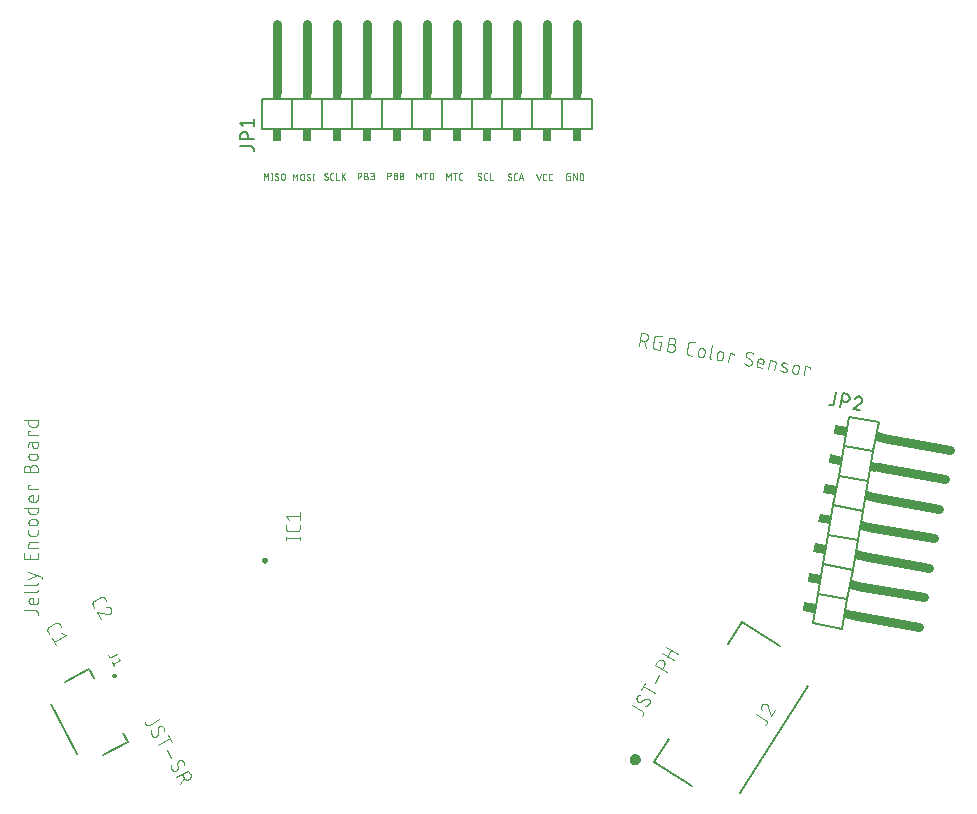
<source format=gbr>
G04 EAGLE Gerber X2 export*
%TF.Part,Single*%
%TF.FileFunction,Legend,Top,1*%
%TF.FilePolarity,Positive*%
%TF.GenerationSoftware,Autodesk,EAGLE,8.7.1*%
%TF.CreationDate,2019-11-11T18:06:01Z*%
G75*
%MOMM*%
%FSLAX34Y34*%
%LPD*%
%AMOC8*
5,1,8,0,0,1.08239X$1,22.5*%
G01*
%ADD10C,0.050800*%
%ADD11C,0.101600*%
%ADD12C,0.250000*%
%ADD13C,0.127000*%
%ADD14C,0.200000*%
%ADD15C,0.076200*%
%ADD16C,0.152400*%
%ADD17C,0.762000*%
%ADD18R,0.762000X0.508000*%
%ADD19R,0.762000X1.016000*%
%ADD20C,0.400000*%


D10*
X-136203Y292982D02*
X-136203Y298570D01*
X-134340Y295465D01*
X-132477Y298570D01*
X-132477Y292982D01*
X-129402Y292982D02*
X-129402Y298570D01*
X-130023Y292982D02*
X-128781Y292982D01*
X-128781Y298570D02*
X-130023Y298570D01*
X-124885Y292982D02*
X-124815Y292984D01*
X-124746Y292990D01*
X-124677Y293000D01*
X-124609Y293013D01*
X-124541Y293031D01*
X-124475Y293052D01*
X-124410Y293077D01*
X-124346Y293105D01*
X-124284Y293137D01*
X-124224Y293172D01*
X-124166Y293211D01*
X-124111Y293253D01*
X-124057Y293298D01*
X-124007Y293346D01*
X-123959Y293396D01*
X-123914Y293450D01*
X-123872Y293505D01*
X-123833Y293563D01*
X-123798Y293623D01*
X-123766Y293685D01*
X-123738Y293749D01*
X-123713Y293814D01*
X-123692Y293880D01*
X-123674Y293948D01*
X-123661Y294016D01*
X-123651Y294085D01*
X-123645Y294154D01*
X-123643Y294224D01*
X-124885Y292982D02*
X-124984Y292984D01*
X-125082Y292989D01*
X-125180Y292999D01*
X-125278Y293012D01*
X-125375Y293028D01*
X-125472Y293048D01*
X-125567Y293072D01*
X-125662Y293100D01*
X-125756Y293131D01*
X-125848Y293165D01*
X-125939Y293203D01*
X-126029Y293244D01*
X-126117Y293289D01*
X-126203Y293337D01*
X-126287Y293388D01*
X-126369Y293442D01*
X-126450Y293500D01*
X-126528Y293560D01*
X-126603Y293623D01*
X-126677Y293689D01*
X-126747Y293758D01*
X-126593Y297328D02*
X-126591Y297398D01*
X-126585Y297467D01*
X-126575Y297536D01*
X-126562Y297604D01*
X-126544Y297672D01*
X-126523Y297738D01*
X-126498Y297803D01*
X-126470Y297867D01*
X-126438Y297929D01*
X-126403Y297989D01*
X-126364Y298047D01*
X-126322Y298102D01*
X-126277Y298156D01*
X-126229Y298206D01*
X-126179Y298254D01*
X-126125Y298299D01*
X-126070Y298341D01*
X-126012Y298380D01*
X-125952Y298415D01*
X-125890Y298447D01*
X-125826Y298475D01*
X-125761Y298500D01*
X-125695Y298521D01*
X-125627Y298539D01*
X-125559Y298552D01*
X-125490Y298562D01*
X-125421Y298568D01*
X-125351Y298570D01*
X-125257Y298568D01*
X-125164Y298562D01*
X-125071Y298553D01*
X-124978Y298540D01*
X-124886Y298523D01*
X-124795Y298503D01*
X-124704Y298478D01*
X-124615Y298451D01*
X-124527Y298419D01*
X-124440Y298384D01*
X-124354Y298346D01*
X-124271Y298304D01*
X-124188Y298259D01*
X-124108Y298211D01*
X-124030Y298159D01*
X-123954Y298104D01*
X-125972Y296242D02*
X-126031Y296278D01*
X-126087Y296318D01*
X-126141Y296361D01*
X-126193Y296406D01*
X-126242Y296455D01*
X-126288Y296506D01*
X-126331Y296559D01*
X-126372Y296615D01*
X-126409Y296673D01*
X-126444Y296733D01*
X-126474Y296794D01*
X-126502Y296857D01*
X-126526Y296922D01*
X-126546Y296988D01*
X-126563Y297055D01*
X-126576Y297122D01*
X-126585Y297190D01*
X-126591Y297259D01*
X-126593Y297328D01*
X-124265Y295310D02*
X-124206Y295274D01*
X-124150Y295234D01*
X-124096Y295191D01*
X-124044Y295146D01*
X-123995Y295097D01*
X-123949Y295046D01*
X-123906Y294993D01*
X-123865Y294937D01*
X-123828Y294879D01*
X-123793Y294820D01*
X-123763Y294758D01*
X-123735Y294695D01*
X-123711Y294630D01*
X-123691Y294564D01*
X-123674Y294497D01*
X-123661Y294430D01*
X-123652Y294362D01*
X-123646Y294293D01*
X-123644Y294224D01*
X-124265Y295310D02*
X-125972Y296242D01*
X-121445Y297018D02*
X-121445Y294534D01*
X-121444Y297018D02*
X-121442Y297095D01*
X-121436Y297173D01*
X-121427Y297249D01*
X-121413Y297326D01*
X-121396Y297401D01*
X-121375Y297475D01*
X-121350Y297549D01*
X-121322Y297621D01*
X-121290Y297691D01*
X-121255Y297760D01*
X-121216Y297827D01*
X-121174Y297892D01*
X-121129Y297955D01*
X-121081Y298016D01*
X-121030Y298074D01*
X-120976Y298129D01*
X-120919Y298182D01*
X-120860Y298231D01*
X-120798Y298278D01*
X-120734Y298322D01*
X-120668Y298362D01*
X-120600Y298399D01*
X-120530Y298433D01*
X-120459Y298463D01*
X-120386Y298489D01*
X-120312Y298512D01*
X-120237Y298531D01*
X-120162Y298546D01*
X-120085Y298558D01*
X-120008Y298566D01*
X-119931Y298570D01*
X-119853Y298570D01*
X-119776Y298566D01*
X-119699Y298558D01*
X-119622Y298546D01*
X-119547Y298531D01*
X-119472Y298512D01*
X-119398Y298489D01*
X-119325Y298463D01*
X-119254Y298433D01*
X-119184Y298399D01*
X-119116Y298362D01*
X-119050Y298322D01*
X-118986Y298278D01*
X-118924Y298231D01*
X-118865Y298182D01*
X-118808Y298129D01*
X-118754Y298074D01*
X-118703Y298016D01*
X-118655Y297955D01*
X-118610Y297892D01*
X-118568Y297827D01*
X-118529Y297760D01*
X-118494Y297691D01*
X-118462Y297621D01*
X-118434Y297549D01*
X-118409Y297475D01*
X-118388Y297401D01*
X-118371Y297326D01*
X-118357Y297249D01*
X-118348Y297173D01*
X-118342Y297095D01*
X-118340Y297018D01*
X-118340Y294534D01*
X-118342Y294457D01*
X-118348Y294379D01*
X-118357Y294303D01*
X-118371Y294226D01*
X-118388Y294151D01*
X-118409Y294077D01*
X-118434Y294003D01*
X-118462Y293931D01*
X-118494Y293861D01*
X-118529Y293792D01*
X-118568Y293725D01*
X-118610Y293660D01*
X-118655Y293597D01*
X-118703Y293536D01*
X-118754Y293478D01*
X-118808Y293423D01*
X-118865Y293370D01*
X-118924Y293321D01*
X-118986Y293274D01*
X-119050Y293230D01*
X-119116Y293190D01*
X-119184Y293153D01*
X-119254Y293119D01*
X-119325Y293089D01*
X-119398Y293063D01*
X-119472Y293040D01*
X-119547Y293021D01*
X-119622Y293006D01*
X-119699Y292994D01*
X-119776Y292986D01*
X-119853Y292982D01*
X-119931Y292982D01*
X-120008Y292986D01*
X-120085Y292994D01*
X-120162Y293006D01*
X-120237Y293021D01*
X-120312Y293040D01*
X-120386Y293063D01*
X-120459Y293089D01*
X-120530Y293119D01*
X-120600Y293153D01*
X-120668Y293190D01*
X-120734Y293230D01*
X-120798Y293274D01*
X-120860Y293321D01*
X-120919Y293370D01*
X-120976Y293423D01*
X-121030Y293478D01*
X-121081Y293536D01*
X-121129Y293597D01*
X-121174Y293660D01*
X-121216Y293725D01*
X-121255Y293792D01*
X-121290Y293861D01*
X-121322Y293931D01*
X-121350Y294003D01*
X-121375Y294077D01*
X-121396Y294151D01*
X-121413Y294226D01*
X-121427Y294303D01*
X-121436Y294379D01*
X-121442Y294457D01*
X-121444Y294534D01*
X-111486Y292724D02*
X-111486Y298312D01*
X-109623Y295208D01*
X-107761Y298312D01*
X-107761Y292724D01*
X-105140Y294277D02*
X-105140Y296760D01*
X-105138Y296837D01*
X-105132Y296915D01*
X-105123Y296991D01*
X-105109Y297068D01*
X-105092Y297143D01*
X-105071Y297217D01*
X-105046Y297291D01*
X-105018Y297363D01*
X-104986Y297433D01*
X-104951Y297502D01*
X-104912Y297569D01*
X-104870Y297634D01*
X-104825Y297697D01*
X-104777Y297758D01*
X-104726Y297816D01*
X-104672Y297871D01*
X-104615Y297924D01*
X-104556Y297973D01*
X-104494Y298020D01*
X-104430Y298064D01*
X-104364Y298104D01*
X-104296Y298141D01*
X-104226Y298175D01*
X-104155Y298205D01*
X-104082Y298231D01*
X-104008Y298254D01*
X-103933Y298273D01*
X-103858Y298288D01*
X-103781Y298300D01*
X-103704Y298308D01*
X-103627Y298312D01*
X-103549Y298312D01*
X-103472Y298308D01*
X-103395Y298300D01*
X-103318Y298288D01*
X-103243Y298273D01*
X-103168Y298254D01*
X-103094Y298231D01*
X-103021Y298205D01*
X-102950Y298175D01*
X-102880Y298141D01*
X-102812Y298104D01*
X-102746Y298064D01*
X-102682Y298020D01*
X-102620Y297973D01*
X-102561Y297924D01*
X-102504Y297871D01*
X-102450Y297816D01*
X-102399Y297758D01*
X-102351Y297697D01*
X-102306Y297634D01*
X-102264Y297569D01*
X-102225Y297502D01*
X-102190Y297433D01*
X-102158Y297363D01*
X-102130Y297291D01*
X-102105Y297217D01*
X-102084Y297143D01*
X-102067Y297068D01*
X-102053Y296991D01*
X-102044Y296915D01*
X-102038Y296837D01*
X-102036Y296760D01*
X-102036Y294277D01*
X-102038Y294200D01*
X-102044Y294122D01*
X-102053Y294046D01*
X-102067Y293969D01*
X-102084Y293894D01*
X-102105Y293820D01*
X-102130Y293746D01*
X-102158Y293674D01*
X-102190Y293604D01*
X-102225Y293535D01*
X-102264Y293468D01*
X-102306Y293403D01*
X-102351Y293340D01*
X-102399Y293279D01*
X-102450Y293221D01*
X-102504Y293166D01*
X-102561Y293113D01*
X-102620Y293064D01*
X-102682Y293017D01*
X-102746Y292973D01*
X-102812Y292933D01*
X-102880Y292896D01*
X-102950Y292862D01*
X-103021Y292832D01*
X-103094Y292806D01*
X-103168Y292783D01*
X-103243Y292764D01*
X-103318Y292749D01*
X-103395Y292737D01*
X-103472Y292729D01*
X-103549Y292725D01*
X-103627Y292725D01*
X-103704Y292729D01*
X-103781Y292737D01*
X-103858Y292749D01*
X-103933Y292764D01*
X-104008Y292783D01*
X-104082Y292806D01*
X-104155Y292832D01*
X-104226Y292862D01*
X-104296Y292896D01*
X-104364Y292933D01*
X-104430Y292973D01*
X-104494Y293017D01*
X-104556Y293064D01*
X-104615Y293113D01*
X-104672Y293166D01*
X-104726Y293221D01*
X-104777Y293279D01*
X-104825Y293340D01*
X-104870Y293403D01*
X-104912Y293468D01*
X-104951Y293535D01*
X-104986Y293604D01*
X-105018Y293674D01*
X-105046Y293746D01*
X-105071Y293820D01*
X-105092Y293894D01*
X-105109Y293969D01*
X-105123Y294046D01*
X-105132Y294122D01*
X-105138Y294200D01*
X-105140Y294277D01*
X-97974Y292724D02*
X-97904Y292726D01*
X-97835Y292732D01*
X-97766Y292742D01*
X-97698Y292755D01*
X-97630Y292773D01*
X-97564Y292794D01*
X-97499Y292819D01*
X-97435Y292847D01*
X-97373Y292879D01*
X-97313Y292914D01*
X-97255Y292953D01*
X-97200Y292995D01*
X-97146Y293040D01*
X-97096Y293088D01*
X-97048Y293138D01*
X-97003Y293192D01*
X-96961Y293247D01*
X-96922Y293305D01*
X-96887Y293365D01*
X-96855Y293427D01*
X-96827Y293491D01*
X-96802Y293556D01*
X-96781Y293622D01*
X-96763Y293690D01*
X-96750Y293758D01*
X-96740Y293827D01*
X-96734Y293896D01*
X-96732Y293966D01*
X-97974Y292725D02*
X-98073Y292727D01*
X-98171Y292732D01*
X-98269Y292742D01*
X-98367Y292755D01*
X-98464Y292771D01*
X-98561Y292791D01*
X-98656Y292815D01*
X-98751Y292843D01*
X-98845Y292874D01*
X-98937Y292908D01*
X-99028Y292946D01*
X-99118Y292987D01*
X-99206Y293032D01*
X-99292Y293080D01*
X-99376Y293131D01*
X-99458Y293185D01*
X-99539Y293243D01*
X-99617Y293303D01*
X-99692Y293366D01*
X-99766Y293432D01*
X-99836Y293501D01*
X-99682Y297071D02*
X-99680Y297141D01*
X-99674Y297210D01*
X-99664Y297279D01*
X-99651Y297347D01*
X-99633Y297415D01*
X-99612Y297481D01*
X-99587Y297546D01*
X-99559Y297610D01*
X-99527Y297672D01*
X-99492Y297732D01*
X-99453Y297790D01*
X-99411Y297845D01*
X-99366Y297899D01*
X-99318Y297949D01*
X-99268Y297997D01*
X-99214Y298042D01*
X-99159Y298084D01*
X-99101Y298123D01*
X-99041Y298158D01*
X-98979Y298190D01*
X-98915Y298218D01*
X-98850Y298243D01*
X-98784Y298264D01*
X-98716Y298282D01*
X-98648Y298295D01*
X-98579Y298305D01*
X-98510Y298311D01*
X-98440Y298313D01*
X-98440Y298312D02*
X-98346Y298310D01*
X-98253Y298304D01*
X-98160Y298295D01*
X-98067Y298282D01*
X-97975Y298265D01*
X-97884Y298245D01*
X-97793Y298220D01*
X-97704Y298193D01*
X-97616Y298161D01*
X-97529Y298126D01*
X-97443Y298088D01*
X-97360Y298046D01*
X-97277Y298001D01*
X-97197Y297953D01*
X-97119Y297901D01*
X-97043Y297846D01*
X-99061Y295985D02*
X-99120Y296021D01*
X-99176Y296061D01*
X-99230Y296104D01*
X-99282Y296149D01*
X-99331Y296198D01*
X-99377Y296249D01*
X-99420Y296302D01*
X-99461Y296358D01*
X-99498Y296416D01*
X-99533Y296476D01*
X-99563Y296537D01*
X-99591Y296600D01*
X-99615Y296665D01*
X-99635Y296731D01*
X-99652Y296798D01*
X-99665Y296865D01*
X-99674Y296933D01*
X-99680Y297002D01*
X-99682Y297071D01*
X-97354Y295052D02*
X-97295Y295016D01*
X-97239Y294976D01*
X-97185Y294933D01*
X-97133Y294888D01*
X-97084Y294839D01*
X-97038Y294788D01*
X-96995Y294735D01*
X-96954Y294679D01*
X-96917Y294621D01*
X-96882Y294562D01*
X-96852Y294500D01*
X-96824Y294437D01*
X-96800Y294372D01*
X-96780Y294306D01*
X-96763Y294239D01*
X-96750Y294172D01*
X-96741Y294104D01*
X-96735Y294035D01*
X-96733Y293966D01*
X-97353Y295053D02*
X-99061Y295984D01*
X-94079Y298312D02*
X-94079Y292724D01*
X-94699Y292724D02*
X-93458Y292724D01*
X-93458Y298312D02*
X-94699Y298312D01*
X-83104Y293239D02*
X-83034Y293241D01*
X-82965Y293247D01*
X-82896Y293257D01*
X-82828Y293270D01*
X-82760Y293288D01*
X-82694Y293309D01*
X-82629Y293334D01*
X-82565Y293362D01*
X-82503Y293394D01*
X-82443Y293429D01*
X-82385Y293468D01*
X-82330Y293510D01*
X-82276Y293555D01*
X-82226Y293603D01*
X-82178Y293653D01*
X-82133Y293707D01*
X-82091Y293762D01*
X-82052Y293820D01*
X-82017Y293880D01*
X-81985Y293942D01*
X-81957Y294006D01*
X-81932Y294071D01*
X-81911Y294137D01*
X-81893Y294205D01*
X-81880Y294273D01*
X-81870Y294342D01*
X-81864Y294411D01*
X-81862Y294481D01*
X-83104Y293240D02*
X-83203Y293242D01*
X-83301Y293247D01*
X-83399Y293257D01*
X-83497Y293270D01*
X-83594Y293286D01*
X-83691Y293306D01*
X-83786Y293330D01*
X-83881Y293358D01*
X-83975Y293389D01*
X-84067Y293423D01*
X-84158Y293461D01*
X-84248Y293502D01*
X-84336Y293547D01*
X-84422Y293595D01*
X-84506Y293646D01*
X-84588Y293700D01*
X-84669Y293758D01*
X-84747Y293818D01*
X-84822Y293881D01*
X-84896Y293947D01*
X-84966Y294016D01*
X-84812Y297586D02*
X-84810Y297656D01*
X-84804Y297725D01*
X-84794Y297794D01*
X-84781Y297862D01*
X-84763Y297930D01*
X-84742Y297996D01*
X-84717Y298061D01*
X-84689Y298125D01*
X-84657Y298187D01*
X-84622Y298247D01*
X-84583Y298305D01*
X-84541Y298360D01*
X-84496Y298414D01*
X-84448Y298464D01*
X-84398Y298512D01*
X-84344Y298557D01*
X-84289Y298599D01*
X-84231Y298638D01*
X-84171Y298673D01*
X-84109Y298705D01*
X-84045Y298733D01*
X-83980Y298758D01*
X-83914Y298779D01*
X-83846Y298797D01*
X-83778Y298810D01*
X-83709Y298820D01*
X-83640Y298826D01*
X-83570Y298828D01*
X-83570Y298827D02*
X-83476Y298825D01*
X-83383Y298819D01*
X-83290Y298810D01*
X-83197Y298797D01*
X-83105Y298780D01*
X-83014Y298760D01*
X-82923Y298735D01*
X-82834Y298708D01*
X-82746Y298676D01*
X-82659Y298641D01*
X-82573Y298603D01*
X-82490Y298561D01*
X-82407Y298516D01*
X-82327Y298468D01*
X-82249Y298416D01*
X-82173Y298361D01*
X-84191Y296500D02*
X-84250Y296536D01*
X-84306Y296576D01*
X-84360Y296619D01*
X-84412Y296664D01*
X-84461Y296713D01*
X-84507Y296764D01*
X-84550Y296817D01*
X-84591Y296873D01*
X-84628Y296931D01*
X-84663Y296991D01*
X-84693Y297052D01*
X-84721Y297115D01*
X-84745Y297180D01*
X-84765Y297246D01*
X-84782Y297313D01*
X-84795Y297380D01*
X-84804Y297448D01*
X-84810Y297517D01*
X-84812Y297586D01*
X-82484Y295567D02*
X-82425Y295531D01*
X-82369Y295491D01*
X-82315Y295448D01*
X-82263Y295403D01*
X-82214Y295354D01*
X-82168Y295303D01*
X-82125Y295250D01*
X-82084Y295194D01*
X-82047Y295136D01*
X-82012Y295077D01*
X-81982Y295015D01*
X-81954Y294952D01*
X-81930Y294887D01*
X-81910Y294821D01*
X-81893Y294754D01*
X-81880Y294687D01*
X-81871Y294619D01*
X-81865Y294550D01*
X-81863Y294481D01*
X-82483Y295568D02*
X-84191Y296499D01*
X-78438Y293239D02*
X-77196Y293239D01*
X-78438Y293239D02*
X-78508Y293241D01*
X-78577Y293247D01*
X-78646Y293257D01*
X-78714Y293270D01*
X-78782Y293288D01*
X-78848Y293309D01*
X-78913Y293334D01*
X-78977Y293362D01*
X-79039Y293394D01*
X-79099Y293429D01*
X-79157Y293468D01*
X-79212Y293510D01*
X-79266Y293555D01*
X-79316Y293603D01*
X-79364Y293653D01*
X-79409Y293707D01*
X-79451Y293762D01*
X-79490Y293820D01*
X-79525Y293880D01*
X-79557Y293942D01*
X-79585Y294006D01*
X-79610Y294071D01*
X-79631Y294137D01*
X-79649Y294205D01*
X-79662Y294273D01*
X-79672Y294342D01*
X-79678Y294411D01*
X-79680Y294481D01*
X-79680Y297586D01*
X-79678Y297656D01*
X-79672Y297725D01*
X-79662Y297794D01*
X-79649Y297862D01*
X-79631Y297930D01*
X-79610Y297996D01*
X-79585Y298061D01*
X-79557Y298125D01*
X-79525Y298187D01*
X-79490Y298247D01*
X-79451Y298305D01*
X-79409Y298360D01*
X-79364Y298414D01*
X-79316Y298464D01*
X-79266Y298512D01*
X-79212Y298557D01*
X-79157Y298599D01*
X-79099Y298638D01*
X-79039Y298673D01*
X-78977Y298705D01*
X-78913Y298733D01*
X-78848Y298758D01*
X-78782Y298779D01*
X-78714Y298797D01*
X-78646Y298810D01*
X-78577Y298820D01*
X-78508Y298826D01*
X-78438Y298828D01*
X-78438Y298827D02*
X-77196Y298827D01*
X-74898Y298827D02*
X-74898Y293239D01*
X-72414Y293239D01*
X-70071Y293239D02*
X-70071Y298827D01*
X-66966Y298827D02*
X-70071Y295412D01*
X-68829Y296654D02*
X-66966Y293239D01*
X-56646Y293497D02*
X-56646Y299085D01*
X-55094Y299085D01*
X-55017Y299083D01*
X-54939Y299077D01*
X-54863Y299068D01*
X-54786Y299054D01*
X-54711Y299037D01*
X-54637Y299016D01*
X-54563Y298991D01*
X-54491Y298963D01*
X-54421Y298931D01*
X-54352Y298896D01*
X-54285Y298857D01*
X-54220Y298815D01*
X-54157Y298770D01*
X-54096Y298722D01*
X-54038Y298671D01*
X-53983Y298617D01*
X-53930Y298560D01*
X-53881Y298501D01*
X-53834Y298439D01*
X-53790Y298375D01*
X-53750Y298309D01*
X-53713Y298241D01*
X-53679Y298171D01*
X-53649Y298100D01*
X-53623Y298027D01*
X-53600Y297953D01*
X-53581Y297878D01*
X-53566Y297803D01*
X-53554Y297726D01*
X-53546Y297649D01*
X-53542Y297572D01*
X-53542Y297494D01*
X-53546Y297417D01*
X-53554Y297340D01*
X-53566Y297263D01*
X-53581Y297188D01*
X-53600Y297113D01*
X-53623Y297039D01*
X-53649Y296966D01*
X-53679Y296895D01*
X-53713Y296825D01*
X-53750Y296757D01*
X-53790Y296691D01*
X-53834Y296627D01*
X-53881Y296565D01*
X-53930Y296506D01*
X-53983Y296449D01*
X-54038Y296395D01*
X-54096Y296344D01*
X-54157Y296296D01*
X-54220Y296251D01*
X-54285Y296209D01*
X-54352Y296170D01*
X-54421Y296135D01*
X-54491Y296103D01*
X-54563Y296075D01*
X-54637Y296050D01*
X-54711Y296029D01*
X-54786Y296012D01*
X-54863Y295998D01*
X-54939Y295989D01*
X-55017Y295983D01*
X-55094Y295981D01*
X-55094Y295980D02*
X-56646Y295980D01*
X-51159Y296601D02*
X-49607Y296601D01*
X-49530Y296599D01*
X-49452Y296593D01*
X-49376Y296584D01*
X-49299Y296570D01*
X-49224Y296553D01*
X-49150Y296532D01*
X-49076Y296507D01*
X-49004Y296479D01*
X-48934Y296447D01*
X-48865Y296412D01*
X-48798Y296373D01*
X-48733Y296331D01*
X-48670Y296286D01*
X-48609Y296238D01*
X-48551Y296187D01*
X-48496Y296133D01*
X-48443Y296076D01*
X-48394Y296017D01*
X-48347Y295955D01*
X-48303Y295891D01*
X-48263Y295825D01*
X-48226Y295757D01*
X-48192Y295687D01*
X-48162Y295616D01*
X-48136Y295543D01*
X-48113Y295469D01*
X-48094Y295394D01*
X-48079Y295319D01*
X-48067Y295242D01*
X-48059Y295165D01*
X-48055Y295088D01*
X-48055Y295010D01*
X-48059Y294933D01*
X-48067Y294856D01*
X-48079Y294779D01*
X-48094Y294704D01*
X-48113Y294629D01*
X-48136Y294555D01*
X-48162Y294482D01*
X-48192Y294411D01*
X-48226Y294341D01*
X-48263Y294273D01*
X-48303Y294207D01*
X-48347Y294143D01*
X-48394Y294081D01*
X-48443Y294022D01*
X-48496Y293965D01*
X-48551Y293911D01*
X-48609Y293860D01*
X-48670Y293812D01*
X-48733Y293767D01*
X-48798Y293725D01*
X-48865Y293686D01*
X-48934Y293651D01*
X-49004Y293619D01*
X-49076Y293591D01*
X-49150Y293566D01*
X-49224Y293545D01*
X-49299Y293528D01*
X-49376Y293514D01*
X-49452Y293505D01*
X-49530Y293499D01*
X-49607Y293497D01*
X-51159Y293497D01*
X-51159Y299085D01*
X-49607Y299085D01*
X-49537Y299083D01*
X-49468Y299077D01*
X-49399Y299067D01*
X-49331Y299054D01*
X-49263Y299036D01*
X-49197Y299015D01*
X-49132Y298990D01*
X-49068Y298962D01*
X-49006Y298930D01*
X-48946Y298895D01*
X-48888Y298856D01*
X-48833Y298814D01*
X-48779Y298769D01*
X-48729Y298721D01*
X-48681Y298671D01*
X-48636Y298617D01*
X-48594Y298562D01*
X-48555Y298504D01*
X-48520Y298444D01*
X-48488Y298382D01*
X-48460Y298318D01*
X-48435Y298253D01*
X-48414Y298187D01*
X-48396Y298119D01*
X-48383Y298051D01*
X-48373Y297982D01*
X-48367Y297913D01*
X-48365Y297843D01*
X-48367Y297773D01*
X-48373Y297704D01*
X-48383Y297635D01*
X-48396Y297567D01*
X-48414Y297499D01*
X-48435Y297433D01*
X-48460Y297368D01*
X-48488Y297304D01*
X-48520Y297242D01*
X-48555Y297182D01*
X-48594Y297124D01*
X-48636Y297069D01*
X-48681Y297015D01*
X-48729Y296965D01*
X-48779Y296917D01*
X-48833Y296872D01*
X-48888Y296830D01*
X-48946Y296791D01*
X-49006Y296756D01*
X-49068Y296724D01*
X-49132Y296696D01*
X-49197Y296671D01*
X-49263Y296650D01*
X-49331Y296632D01*
X-49399Y296619D01*
X-49468Y296609D01*
X-49537Y296603D01*
X-49607Y296601D01*
X-45939Y293497D02*
X-44387Y293497D01*
X-44310Y293499D01*
X-44232Y293505D01*
X-44156Y293514D01*
X-44079Y293528D01*
X-44004Y293545D01*
X-43930Y293566D01*
X-43856Y293591D01*
X-43784Y293619D01*
X-43714Y293651D01*
X-43645Y293686D01*
X-43578Y293725D01*
X-43513Y293767D01*
X-43450Y293812D01*
X-43389Y293860D01*
X-43331Y293911D01*
X-43276Y293965D01*
X-43223Y294022D01*
X-43174Y294081D01*
X-43127Y294143D01*
X-43083Y294207D01*
X-43043Y294273D01*
X-43006Y294341D01*
X-42972Y294411D01*
X-42942Y294482D01*
X-42916Y294555D01*
X-42893Y294629D01*
X-42874Y294704D01*
X-42859Y294779D01*
X-42847Y294856D01*
X-42839Y294933D01*
X-42835Y295010D01*
X-42835Y295088D01*
X-42839Y295165D01*
X-42847Y295242D01*
X-42859Y295319D01*
X-42874Y295394D01*
X-42893Y295469D01*
X-42916Y295543D01*
X-42942Y295616D01*
X-42972Y295687D01*
X-43006Y295757D01*
X-43043Y295825D01*
X-43083Y295891D01*
X-43127Y295955D01*
X-43174Y296017D01*
X-43223Y296076D01*
X-43276Y296133D01*
X-43331Y296187D01*
X-43389Y296238D01*
X-43450Y296286D01*
X-43513Y296331D01*
X-43578Y296373D01*
X-43645Y296412D01*
X-43714Y296447D01*
X-43784Y296479D01*
X-43856Y296507D01*
X-43930Y296532D01*
X-44004Y296553D01*
X-44079Y296570D01*
X-44156Y296584D01*
X-44232Y296593D01*
X-44310Y296599D01*
X-44387Y296601D01*
X-44076Y299085D02*
X-45939Y299085D01*
X-44076Y299085D02*
X-44006Y299083D01*
X-43937Y299077D01*
X-43868Y299067D01*
X-43800Y299054D01*
X-43732Y299036D01*
X-43666Y299015D01*
X-43601Y298990D01*
X-43537Y298962D01*
X-43475Y298930D01*
X-43415Y298895D01*
X-43357Y298856D01*
X-43302Y298814D01*
X-43248Y298769D01*
X-43198Y298721D01*
X-43150Y298671D01*
X-43105Y298617D01*
X-43063Y298562D01*
X-43024Y298504D01*
X-42989Y298444D01*
X-42957Y298382D01*
X-42929Y298318D01*
X-42904Y298253D01*
X-42883Y298187D01*
X-42865Y298119D01*
X-42852Y298051D01*
X-42842Y297982D01*
X-42836Y297913D01*
X-42834Y297843D01*
X-42836Y297773D01*
X-42842Y297704D01*
X-42852Y297635D01*
X-42865Y297567D01*
X-42883Y297499D01*
X-42904Y297433D01*
X-42929Y297368D01*
X-42957Y297304D01*
X-42989Y297242D01*
X-43024Y297182D01*
X-43063Y297124D01*
X-43105Y297069D01*
X-43150Y297015D01*
X-43198Y296965D01*
X-43248Y296917D01*
X-43302Y296872D01*
X-43357Y296830D01*
X-43415Y296791D01*
X-43475Y296756D01*
X-43537Y296724D01*
X-43601Y296696D01*
X-43666Y296671D01*
X-43732Y296650D01*
X-43800Y296632D01*
X-43868Y296619D01*
X-43937Y296609D01*
X-44006Y296603D01*
X-44076Y296601D01*
X-45318Y296601D01*
X-31672Y299342D02*
X-31672Y293754D01*
X-31672Y299342D02*
X-30119Y299342D01*
X-30042Y299340D01*
X-29964Y299334D01*
X-29888Y299325D01*
X-29811Y299311D01*
X-29736Y299294D01*
X-29662Y299273D01*
X-29588Y299248D01*
X-29516Y299220D01*
X-29446Y299188D01*
X-29377Y299153D01*
X-29310Y299114D01*
X-29245Y299072D01*
X-29182Y299027D01*
X-29121Y298979D01*
X-29063Y298928D01*
X-29008Y298874D01*
X-28955Y298817D01*
X-28906Y298758D01*
X-28859Y298696D01*
X-28815Y298632D01*
X-28775Y298566D01*
X-28738Y298498D01*
X-28704Y298428D01*
X-28674Y298357D01*
X-28648Y298284D01*
X-28625Y298210D01*
X-28606Y298135D01*
X-28591Y298060D01*
X-28579Y297983D01*
X-28571Y297906D01*
X-28567Y297829D01*
X-28567Y297751D01*
X-28571Y297674D01*
X-28579Y297597D01*
X-28591Y297520D01*
X-28606Y297445D01*
X-28625Y297370D01*
X-28648Y297296D01*
X-28674Y297223D01*
X-28704Y297152D01*
X-28738Y297082D01*
X-28775Y297014D01*
X-28815Y296948D01*
X-28859Y296884D01*
X-28906Y296822D01*
X-28955Y296763D01*
X-29008Y296706D01*
X-29063Y296652D01*
X-29121Y296601D01*
X-29182Y296553D01*
X-29245Y296508D01*
X-29310Y296466D01*
X-29377Y296427D01*
X-29446Y296392D01*
X-29516Y296360D01*
X-29588Y296332D01*
X-29662Y296307D01*
X-29736Y296286D01*
X-29811Y296269D01*
X-29888Y296255D01*
X-29964Y296246D01*
X-30042Y296240D01*
X-30119Y296238D01*
X-31672Y296238D01*
X-26185Y296859D02*
X-24633Y296859D01*
X-24556Y296857D01*
X-24478Y296851D01*
X-24402Y296842D01*
X-24325Y296828D01*
X-24250Y296811D01*
X-24176Y296790D01*
X-24102Y296765D01*
X-24030Y296737D01*
X-23960Y296705D01*
X-23891Y296670D01*
X-23824Y296631D01*
X-23759Y296589D01*
X-23696Y296544D01*
X-23635Y296496D01*
X-23577Y296445D01*
X-23522Y296391D01*
X-23469Y296334D01*
X-23420Y296275D01*
X-23373Y296213D01*
X-23329Y296149D01*
X-23289Y296083D01*
X-23252Y296015D01*
X-23218Y295945D01*
X-23188Y295874D01*
X-23162Y295801D01*
X-23139Y295727D01*
X-23120Y295652D01*
X-23105Y295577D01*
X-23093Y295500D01*
X-23085Y295423D01*
X-23081Y295346D01*
X-23081Y295268D01*
X-23085Y295191D01*
X-23093Y295114D01*
X-23105Y295037D01*
X-23120Y294962D01*
X-23139Y294887D01*
X-23162Y294813D01*
X-23188Y294740D01*
X-23218Y294669D01*
X-23252Y294599D01*
X-23289Y294531D01*
X-23329Y294465D01*
X-23373Y294401D01*
X-23420Y294339D01*
X-23469Y294280D01*
X-23522Y294223D01*
X-23577Y294169D01*
X-23635Y294118D01*
X-23696Y294070D01*
X-23759Y294025D01*
X-23824Y293983D01*
X-23891Y293944D01*
X-23960Y293909D01*
X-24030Y293877D01*
X-24102Y293849D01*
X-24176Y293824D01*
X-24250Y293803D01*
X-24325Y293786D01*
X-24402Y293772D01*
X-24478Y293763D01*
X-24556Y293757D01*
X-24633Y293755D01*
X-24633Y293754D02*
X-26185Y293754D01*
X-26185Y299342D01*
X-24633Y299342D01*
X-24633Y299343D02*
X-24563Y299341D01*
X-24494Y299335D01*
X-24425Y299325D01*
X-24357Y299312D01*
X-24289Y299294D01*
X-24223Y299273D01*
X-24158Y299248D01*
X-24094Y299220D01*
X-24032Y299188D01*
X-23972Y299153D01*
X-23914Y299114D01*
X-23859Y299072D01*
X-23805Y299027D01*
X-23755Y298979D01*
X-23707Y298929D01*
X-23662Y298875D01*
X-23620Y298820D01*
X-23581Y298762D01*
X-23546Y298702D01*
X-23514Y298640D01*
X-23486Y298576D01*
X-23461Y298511D01*
X-23440Y298445D01*
X-23422Y298377D01*
X-23409Y298309D01*
X-23399Y298240D01*
X-23393Y298171D01*
X-23391Y298101D01*
X-23393Y298031D01*
X-23399Y297962D01*
X-23409Y297893D01*
X-23422Y297825D01*
X-23440Y297757D01*
X-23461Y297691D01*
X-23486Y297626D01*
X-23514Y297562D01*
X-23546Y297500D01*
X-23581Y297440D01*
X-23620Y297382D01*
X-23662Y297327D01*
X-23707Y297273D01*
X-23755Y297223D01*
X-23805Y297175D01*
X-23859Y297130D01*
X-23914Y297088D01*
X-23972Y297049D01*
X-24032Y297014D01*
X-24094Y296982D01*
X-24158Y296954D01*
X-24223Y296929D01*
X-24289Y296908D01*
X-24357Y296890D01*
X-24425Y296877D01*
X-24494Y296867D01*
X-24563Y296861D01*
X-24633Y296859D01*
X-20965Y296548D02*
X-20963Y296679D01*
X-20958Y296809D01*
X-20948Y296939D01*
X-20935Y297069D01*
X-20919Y297199D01*
X-20899Y297328D01*
X-20875Y297456D01*
X-20847Y297583D01*
X-20816Y297710D01*
X-20781Y297836D01*
X-20743Y297961D01*
X-20701Y298085D01*
X-20656Y298207D01*
X-20607Y298328D01*
X-20555Y298448D01*
X-20499Y298566D01*
X-20500Y298567D02*
X-20477Y298627D01*
X-20451Y298687D01*
X-20422Y298744D01*
X-20389Y298800D01*
X-20353Y298854D01*
X-20315Y298906D01*
X-20273Y298956D01*
X-20229Y299003D01*
X-20182Y299048D01*
X-20132Y299090D01*
X-20081Y299129D01*
X-20027Y299165D01*
X-19971Y299198D01*
X-19914Y299228D01*
X-19855Y299255D01*
X-19794Y299278D01*
X-19733Y299298D01*
X-19670Y299314D01*
X-19606Y299327D01*
X-19542Y299336D01*
X-19478Y299341D01*
X-19413Y299343D01*
X-19348Y299341D01*
X-19284Y299336D01*
X-19220Y299327D01*
X-19156Y299314D01*
X-19093Y299298D01*
X-19032Y299278D01*
X-18971Y299255D01*
X-18912Y299228D01*
X-18855Y299198D01*
X-18799Y299165D01*
X-18745Y299129D01*
X-18694Y299090D01*
X-18644Y299048D01*
X-18597Y299003D01*
X-18553Y298956D01*
X-18511Y298906D01*
X-18473Y298854D01*
X-18437Y298800D01*
X-18404Y298744D01*
X-18375Y298687D01*
X-18349Y298627D01*
X-18326Y298567D01*
X-18326Y298566D02*
X-18270Y298448D01*
X-18218Y298328D01*
X-18169Y298207D01*
X-18124Y298085D01*
X-18082Y297961D01*
X-18044Y297836D01*
X-18009Y297710D01*
X-17978Y297584D01*
X-17950Y297456D01*
X-17926Y297328D01*
X-17906Y297199D01*
X-17890Y297069D01*
X-17877Y296939D01*
X-17867Y296809D01*
X-17862Y296679D01*
X-17860Y296548D01*
X-20965Y296548D02*
X-20963Y296417D01*
X-20958Y296287D01*
X-20948Y296157D01*
X-20935Y296027D01*
X-20919Y295897D01*
X-20899Y295769D01*
X-20875Y295640D01*
X-20847Y295513D01*
X-20816Y295386D01*
X-20781Y295260D01*
X-20743Y295135D01*
X-20701Y295012D01*
X-20656Y294889D01*
X-20607Y294768D01*
X-20555Y294648D01*
X-20499Y294530D01*
X-20500Y294530D02*
X-20477Y294470D01*
X-20451Y294410D01*
X-20422Y294353D01*
X-20389Y294297D01*
X-20353Y294243D01*
X-20315Y294191D01*
X-20273Y294141D01*
X-20229Y294094D01*
X-20182Y294049D01*
X-20132Y294007D01*
X-20081Y293968D01*
X-20027Y293932D01*
X-19971Y293899D01*
X-19914Y293869D01*
X-19855Y293842D01*
X-19794Y293819D01*
X-19733Y293799D01*
X-19670Y293783D01*
X-19606Y293770D01*
X-19542Y293761D01*
X-19478Y293756D01*
X-19413Y293754D01*
X-18326Y294530D02*
X-18270Y294648D01*
X-18218Y294768D01*
X-18169Y294889D01*
X-18124Y295011D01*
X-18082Y295135D01*
X-18044Y295260D01*
X-18009Y295386D01*
X-17978Y295512D01*
X-17950Y295640D01*
X-17926Y295768D01*
X-17906Y295897D01*
X-17890Y296027D01*
X-17877Y296157D01*
X-17867Y296287D01*
X-17862Y296417D01*
X-17860Y296548D01*
X-18326Y294530D02*
X-18349Y294470D01*
X-18375Y294410D01*
X-18404Y294353D01*
X-18437Y294297D01*
X-18473Y294243D01*
X-18511Y294191D01*
X-18553Y294141D01*
X-18597Y294094D01*
X-18644Y294049D01*
X-18694Y294007D01*
X-18745Y293968D01*
X-18799Y293932D01*
X-18855Y293899D01*
X-18912Y293869D01*
X-18971Y293842D01*
X-19032Y293819D01*
X-19093Y293799D01*
X-19156Y293783D01*
X-19220Y293770D01*
X-19284Y293761D01*
X-19348Y293756D01*
X-19413Y293754D01*
X-20654Y294996D02*
X-18171Y298101D01*
X-6955Y299085D02*
X-6955Y293497D01*
X-5092Y295980D02*
X-6955Y299085D01*
X-5092Y295980D02*
X-3230Y299085D01*
X-3230Y293497D01*
X577Y293497D02*
X577Y299085D01*
X-975Y299085D02*
X2129Y299085D01*
X4328Y299085D02*
X4328Y293497D01*
X4328Y299085D02*
X5880Y299085D01*
X5956Y299083D01*
X6032Y299078D01*
X6108Y299068D01*
X6183Y299055D01*
X6257Y299038D01*
X6331Y299018D01*
X6403Y298994D01*
X6474Y298967D01*
X6544Y298936D01*
X6612Y298902D01*
X6678Y298864D01*
X6742Y298823D01*
X6805Y298780D01*
X6865Y298733D01*
X6922Y298683D01*
X6977Y298630D01*
X7030Y298575D01*
X7080Y298518D01*
X7127Y298458D01*
X7170Y298395D01*
X7211Y298331D01*
X7249Y298265D01*
X7283Y298197D01*
X7314Y298127D01*
X7341Y298056D01*
X7365Y297983D01*
X7385Y297910D01*
X7402Y297836D01*
X7415Y297761D01*
X7425Y297685D01*
X7430Y297609D01*
X7432Y297533D01*
X7433Y297533D02*
X7433Y295049D01*
X7432Y295049D02*
X7430Y294970D01*
X7424Y294892D01*
X7414Y294814D01*
X7400Y294737D01*
X7382Y294660D01*
X7361Y294584D01*
X7335Y294510D01*
X7306Y294437D01*
X7273Y294366D01*
X7237Y294296D01*
X7197Y294228D01*
X7154Y294162D01*
X7107Y294099D01*
X7058Y294038D01*
X7005Y293980D01*
X6949Y293924D01*
X6891Y293871D01*
X6830Y293822D01*
X6767Y293775D01*
X6701Y293732D01*
X6633Y293692D01*
X6564Y293656D01*
X6492Y293623D01*
X6419Y293594D01*
X6345Y293568D01*
X6269Y293547D01*
X6192Y293529D01*
X6115Y293515D01*
X6037Y293505D01*
X5959Y293499D01*
X5880Y293497D01*
X4328Y293497D01*
X18277Y293239D02*
X18277Y298827D01*
X20139Y295723D01*
X22002Y298827D01*
X22002Y293239D01*
X25809Y293239D02*
X25809Y298827D01*
X27361Y298827D02*
X24256Y298827D01*
X30602Y293239D02*
X31844Y293239D01*
X30602Y293239D02*
X30532Y293241D01*
X30463Y293247D01*
X30394Y293257D01*
X30326Y293270D01*
X30258Y293288D01*
X30192Y293309D01*
X30127Y293334D01*
X30063Y293362D01*
X30001Y293394D01*
X29941Y293429D01*
X29883Y293468D01*
X29828Y293510D01*
X29774Y293555D01*
X29724Y293603D01*
X29676Y293653D01*
X29631Y293707D01*
X29589Y293762D01*
X29550Y293820D01*
X29515Y293880D01*
X29483Y293942D01*
X29455Y294006D01*
X29430Y294071D01*
X29409Y294137D01*
X29391Y294205D01*
X29378Y294273D01*
X29368Y294342D01*
X29362Y294411D01*
X29360Y294481D01*
X29361Y294481D02*
X29361Y297586D01*
X29360Y297586D02*
X29362Y297656D01*
X29368Y297725D01*
X29378Y297794D01*
X29391Y297862D01*
X29409Y297930D01*
X29430Y297996D01*
X29455Y298061D01*
X29483Y298125D01*
X29515Y298187D01*
X29550Y298247D01*
X29589Y298305D01*
X29631Y298360D01*
X29676Y298414D01*
X29724Y298464D01*
X29774Y298512D01*
X29828Y298557D01*
X29883Y298599D01*
X29941Y298638D01*
X30001Y298673D01*
X30063Y298705D01*
X30127Y298733D01*
X30192Y298758D01*
X30258Y298779D01*
X30326Y298797D01*
X30394Y298810D01*
X30463Y298820D01*
X30532Y298826D01*
X30602Y298828D01*
X30602Y298827D02*
X31844Y298827D01*
X46916Y293239D02*
X46986Y293241D01*
X47055Y293247D01*
X47124Y293257D01*
X47192Y293270D01*
X47260Y293288D01*
X47326Y293309D01*
X47391Y293334D01*
X47455Y293362D01*
X47517Y293394D01*
X47577Y293429D01*
X47635Y293468D01*
X47690Y293510D01*
X47744Y293555D01*
X47794Y293603D01*
X47842Y293653D01*
X47887Y293707D01*
X47929Y293762D01*
X47968Y293820D01*
X48003Y293880D01*
X48035Y293942D01*
X48063Y294006D01*
X48088Y294071D01*
X48109Y294137D01*
X48127Y294205D01*
X48140Y294273D01*
X48150Y294342D01*
X48156Y294411D01*
X48158Y294481D01*
X46916Y293240D02*
X46817Y293242D01*
X46719Y293247D01*
X46621Y293257D01*
X46523Y293270D01*
X46426Y293286D01*
X46329Y293306D01*
X46234Y293330D01*
X46139Y293358D01*
X46045Y293389D01*
X45953Y293423D01*
X45862Y293461D01*
X45772Y293502D01*
X45684Y293547D01*
X45598Y293595D01*
X45514Y293646D01*
X45432Y293700D01*
X45351Y293758D01*
X45273Y293818D01*
X45198Y293881D01*
X45124Y293947D01*
X45054Y294016D01*
X45208Y297586D02*
X45210Y297656D01*
X45216Y297725D01*
X45226Y297794D01*
X45239Y297862D01*
X45257Y297930D01*
X45278Y297996D01*
X45303Y298061D01*
X45331Y298125D01*
X45363Y298187D01*
X45398Y298247D01*
X45437Y298305D01*
X45479Y298360D01*
X45524Y298414D01*
X45572Y298464D01*
X45622Y298512D01*
X45676Y298557D01*
X45731Y298599D01*
X45789Y298638D01*
X45849Y298673D01*
X45911Y298705D01*
X45975Y298733D01*
X46040Y298758D01*
X46106Y298779D01*
X46174Y298797D01*
X46242Y298810D01*
X46311Y298820D01*
X46380Y298826D01*
X46450Y298828D01*
X46450Y298827D02*
X46544Y298825D01*
X46637Y298819D01*
X46730Y298810D01*
X46823Y298797D01*
X46915Y298780D01*
X47006Y298760D01*
X47097Y298735D01*
X47186Y298708D01*
X47274Y298676D01*
X47361Y298641D01*
X47447Y298603D01*
X47530Y298561D01*
X47612Y298516D01*
X47693Y298468D01*
X47771Y298416D01*
X47847Y298361D01*
X45829Y296500D02*
X45770Y296536D01*
X45714Y296576D01*
X45660Y296619D01*
X45608Y296664D01*
X45559Y296713D01*
X45513Y296764D01*
X45470Y296817D01*
X45429Y296873D01*
X45392Y296931D01*
X45357Y296991D01*
X45327Y297052D01*
X45299Y297115D01*
X45275Y297180D01*
X45255Y297246D01*
X45238Y297313D01*
X45225Y297380D01*
X45216Y297448D01*
X45210Y297517D01*
X45208Y297586D01*
X47536Y295567D02*
X47595Y295531D01*
X47651Y295491D01*
X47705Y295448D01*
X47757Y295403D01*
X47806Y295354D01*
X47852Y295303D01*
X47895Y295250D01*
X47936Y295194D01*
X47973Y295136D01*
X48008Y295076D01*
X48038Y295015D01*
X48066Y294952D01*
X48090Y294887D01*
X48110Y294821D01*
X48127Y294754D01*
X48140Y294687D01*
X48149Y294619D01*
X48155Y294550D01*
X48157Y294481D01*
X47536Y295568D02*
X45829Y296499D01*
X51582Y293239D02*
X52824Y293239D01*
X51582Y293239D02*
X51512Y293241D01*
X51443Y293247D01*
X51374Y293257D01*
X51306Y293270D01*
X51238Y293288D01*
X51172Y293309D01*
X51107Y293334D01*
X51043Y293362D01*
X50981Y293394D01*
X50921Y293429D01*
X50863Y293468D01*
X50808Y293510D01*
X50754Y293555D01*
X50704Y293603D01*
X50656Y293653D01*
X50611Y293707D01*
X50569Y293762D01*
X50530Y293820D01*
X50495Y293880D01*
X50463Y293942D01*
X50435Y294006D01*
X50410Y294071D01*
X50389Y294137D01*
X50371Y294205D01*
X50358Y294273D01*
X50348Y294342D01*
X50342Y294411D01*
X50340Y294481D01*
X50340Y297586D01*
X50342Y297656D01*
X50348Y297725D01*
X50358Y297794D01*
X50371Y297862D01*
X50389Y297930D01*
X50410Y297996D01*
X50435Y298061D01*
X50463Y298125D01*
X50495Y298187D01*
X50530Y298247D01*
X50569Y298305D01*
X50611Y298360D01*
X50656Y298414D01*
X50704Y298464D01*
X50754Y298512D01*
X50808Y298557D01*
X50863Y298599D01*
X50921Y298638D01*
X50981Y298673D01*
X51043Y298705D01*
X51107Y298733D01*
X51172Y298758D01*
X51238Y298779D01*
X51306Y298797D01*
X51374Y298810D01*
X51443Y298820D01*
X51512Y298826D01*
X51582Y298828D01*
X51582Y298827D02*
X52824Y298827D01*
X55122Y298827D02*
X55122Y293239D01*
X57606Y293239D01*
X72147Y292982D02*
X72217Y292984D01*
X72286Y292990D01*
X72355Y293000D01*
X72423Y293013D01*
X72491Y293031D01*
X72557Y293052D01*
X72622Y293077D01*
X72686Y293105D01*
X72748Y293137D01*
X72808Y293172D01*
X72866Y293211D01*
X72921Y293253D01*
X72975Y293298D01*
X73025Y293346D01*
X73073Y293396D01*
X73118Y293450D01*
X73160Y293505D01*
X73199Y293563D01*
X73234Y293623D01*
X73266Y293685D01*
X73294Y293749D01*
X73319Y293814D01*
X73340Y293880D01*
X73358Y293948D01*
X73371Y294016D01*
X73381Y294085D01*
X73387Y294154D01*
X73389Y294224D01*
X72147Y292982D02*
X72048Y292984D01*
X71950Y292989D01*
X71852Y292999D01*
X71754Y293012D01*
X71657Y293028D01*
X71560Y293048D01*
X71465Y293072D01*
X71370Y293100D01*
X71276Y293131D01*
X71184Y293165D01*
X71093Y293203D01*
X71003Y293244D01*
X70915Y293289D01*
X70829Y293337D01*
X70745Y293388D01*
X70663Y293442D01*
X70582Y293500D01*
X70504Y293560D01*
X70429Y293623D01*
X70355Y293689D01*
X70285Y293758D01*
X70440Y297328D02*
X70442Y297398D01*
X70448Y297467D01*
X70458Y297536D01*
X70471Y297604D01*
X70489Y297672D01*
X70510Y297738D01*
X70535Y297803D01*
X70563Y297867D01*
X70595Y297929D01*
X70630Y297989D01*
X70669Y298047D01*
X70711Y298102D01*
X70756Y298156D01*
X70804Y298206D01*
X70854Y298254D01*
X70908Y298299D01*
X70963Y298341D01*
X71021Y298380D01*
X71081Y298415D01*
X71143Y298447D01*
X71207Y298475D01*
X71272Y298500D01*
X71338Y298521D01*
X71406Y298539D01*
X71474Y298552D01*
X71543Y298562D01*
X71612Y298568D01*
X71682Y298570D01*
X71681Y298569D02*
X71775Y298567D01*
X71868Y298561D01*
X71961Y298552D01*
X72054Y298539D01*
X72146Y298522D01*
X72237Y298502D01*
X72328Y298477D01*
X72417Y298450D01*
X72505Y298418D01*
X72592Y298383D01*
X72678Y298345D01*
X72761Y298303D01*
X72843Y298258D01*
X72924Y298210D01*
X73002Y298158D01*
X73078Y298103D01*
X71061Y296242D02*
X71002Y296278D01*
X70946Y296318D01*
X70892Y296361D01*
X70840Y296406D01*
X70791Y296455D01*
X70745Y296506D01*
X70702Y296559D01*
X70661Y296615D01*
X70624Y296673D01*
X70589Y296733D01*
X70559Y296794D01*
X70531Y296857D01*
X70507Y296922D01*
X70487Y296988D01*
X70470Y297055D01*
X70457Y297122D01*
X70448Y297190D01*
X70442Y297259D01*
X70440Y297328D01*
X72768Y295310D02*
X72827Y295274D01*
X72883Y295234D01*
X72937Y295191D01*
X72989Y295146D01*
X73038Y295097D01*
X73084Y295046D01*
X73127Y294993D01*
X73168Y294937D01*
X73205Y294879D01*
X73240Y294819D01*
X73270Y294758D01*
X73298Y294695D01*
X73322Y294630D01*
X73342Y294564D01*
X73359Y294497D01*
X73372Y294430D01*
X73381Y294362D01*
X73387Y294293D01*
X73389Y294224D01*
X72768Y295310D02*
X71061Y296242D01*
X76814Y292982D02*
X78055Y292982D01*
X76814Y292982D02*
X76744Y292984D01*
X76675Y292990D01*
X76606Y293000D01*
X76538Y293013D01*
X76470Y293031D01*
X76404Y293052D01*
X76339Y293077D01*
X76275Y293105D01*
X76213Y293137D01*
X76153Y293172D01*
X76095Y293211D01*
X76040Y293253D01*
X75986Y293298D01*
X75936Y293346D01*
X75888Y293396D01*
X75843Y293450D01*
X75801Y293505D01*
X75762Y293563D01*
X75727Y293623D01*
X75695Y293685D01*
X75667Y293749D01*
X75642Y293814D01*
X75621Y293880D01*
X75603Y293948D01*
X75590Y294016D01*
X75580Y294085D01*
X75574Y294154D01*
X75572Y294224D01*
X75572Y297328D01*
X75574Y297398D01*
X75580Y297467D01*
X75590Y297536D01*
X75603Y297604D01*
X75621Y297672D01*
X75642Y297738D01*
X75667Y297803D01*
X75695Y297867D01*
X75727Y297929D01*
X75762Y297989D01*
X75801Y298047D01*
X75843Y298102D01*
X75888Y298156D01*
X75936Y298206D01*
X75986Y298254D01*
X76040Y298299D01*
X76095Y298341D01*
X76153Y298380D01*
X76213Y298415D01*
X76275Y298447D01*
X76339Y298475D01*
X76404Y298500D01*
X76470Y298521D01*
X76538Y298539D01*
X76606Y298552D01*
X76675Y298562D01*
X76744Y298568D01*
X76814Y298570D01*
X78055Y298570D01*
X81712Y298570D02*
X79850Y292982D01*
X83575Y292982D02*
X81712Y298570D01*
X83109Y294379D02*
X80315Y294379D01*
X94744Y298312D02*
X96606Y292724D01*
X98469Y298312D01*
X101766Y292724D02*
X103008Y292724D01*
X101766Y292724D02*
X101696Y292726D01*
X101627Y292732D01*
X101558Y292742D01*
X101490Y292755D01*
X101422Y292773D01*
X101356Y292794D01*
X101291Y292819D01*
X101227Y292847D01*
X101165Y292879D01*
X101105Y292914D01*
X101047Y292953D01*
X100992Y292995D01*
X100938Y293040D01*
X100888Y293088D01*
X100840Y293138D01*
X100795Y293192D01*
X100753Y293247D01*
X100714Y293305D01*
X100679Y293365D01*
X100647Y293427D01*
X100619Y293491D01*
X100594Y293556D01*
X100573Y293622D01*
X100555Y293690D01*
X100542Y293758D01*
X100532Y293827D01*
X100526Y293896D01*
X100524Y293966D01*
X100524Y297071D01*
X100526Y297141D01*
X100532Y297210D01*
X100542Y297279D01*
X100555Y297347D01*
X100573Y297415D01*
X100594Y297481D01*
X100619Y297546D01*
X100647Y297610D01*
X100679Y297672D01*
X100714Y297732D01*
X100753Y297790D01*
X100795Y297845D01*
X100840Y297899D01*
X100888Y297949D01*
X100938Y297997D01*
X100992Y298042D01*
X101047Y298084D01*
X101105Y298123D01*
X101165Y298158D01*
X101227Y298190D01*
X101291Y298218D01*
X101356Y298243D01*
X101422Y298264D01*
X101490Y298282D01*
X101558Y298295D01*
X101627Y298305D01*
X101696Y298311D01*
X101766Y298313D01*
X101766Y298312D02*
X103008Y298312D01*
X106338Y292724D02*
X107580Y292724D01*
X106338Y292724D02*
X106268Y292726D01*
X106199Y292732D01*
X106130Y292742D01*
X106062Y292755D01*
X105994Y292773D01*
X105928Y292794D01*
X105863Y292819D01*
X105799Y292847D01*
X105737Y292879D01*
X105677Y292914D01*
X105619Y292953D01*
X105564Y292995D01*
X105510Y293040D01*
X105460Y293088D01*
X105412Y293138D01*
X105367Y293192D01*
X105325Y293247D01*
X105286Y293305D01*
X105251Y293365D01*
X105219Y293427D01*
X105191Y293491D01*
X105166Y293556D01*
X105145Y293622D01*
X105127Y293690D01*
X105114Y293758D01*
X105104Y293827D01*
X105098Y293896D01*
X105096Y293966D01*
X105096Y297071D01*
X105098Y297141D01*
X105104Y297210D01*
X105114Y297279D01*
X105127Y297347D01*
X105145Y297415D01*
X105166Y297481D01*
X105191Y297546D01*
X105219Y297610D01*
X105251Y297672D01*
X105286Y297732D01*
X105325Y297790D01*
X105367Y297845D01*
X105412Y297899D01*
X105460Y297949D01*
X105510Y297997D01*
X105564Y298042D01*
X105619Y298084D01*
X105677Y298123D01*
X105737Y298158D01*
X105799Y298190D01*
X105863Y298218D01*
X105928Y298243D01*
X105994Y298264D01*
X106062Y298282D01*
X106130Y298295D01*
X106199Y298305D01*
X106268Y298311D01*
X106338Y298313D01*
X106338Y298312D02*
X107580Y298312D01*
X121891Y296086D02*
X122822Y296086D01*
X122822Y292982D01*
X120960Y292982D01*
X120890Y292984D01*
X120821Y292990D01*
X120752Y293000D01*
X120684Y293013D01*
X120616Y293031D01*
X120550Y293052D01*
X120485Y293077D01*
X120421Y293105D01*
X120359Y293137D01*
X120299Y293172D01*
X120241Y293211D01*
X120186Y293253D01*
X120132Y293298D01*
X120082Y293346D01*
X120034Y293396D01*
X119989Y293450D01*
X119947Y293505D01*
X119908Y293563D01*
X119873Y293623D01*
X119841Y293685D01*
X119813Y293749D01*
X119788Y293814D01*
X119767Y293880D01*
X119749Y293948D01*
X119736Y294016D01*
X119726Y294085D01*
X119720Y294154D01*
X119718Y294224D01*
X119718Y297328D01*
X119720Y297398D01*
X119726Y297467D01*
X119736Y297536D01*
X119749Y297604D01*
X119767Y297672D01*
X119788Y297738D01*
X119813Y297803D01*
X119841Y297867D01*
X119873Y297929D01*
X119908Y297989D01*
X119947Y298047D01*
X119989Y298102D01*
X120034Y298156D01*
X120082Y298206D01*
X120132Y298254D01*
X120186Y298299D01*
X120241Y298341D01*
X120299Y298380D01*
X120359Y298415D01*
X120421Y298447D01*
X120485Y298475D01*
X120550Y298500D01*
X120616Y298521D01*
X120684Y298539D01*
X120752Y298552D01*
X120821Y298562D01*
X120890Y298568D01*
X120960Y298570D01*
X122822Y298570D01*
X125570Y298570D02*
X125570Y292982D01*
X128674Y292982D02*
X125570Y298570D01*
X128674Y298570D02*
X128674Y292982D01*
X131422Y292982D02*
X131422Y298570D01*
X132974Y298570D01*
X133050Y298568D01*
X133126Y298563D01*
X133202Y298553D01*
X133277Y298540D01*
X133351Y298523D01*
X133425Y298503D01*
X133497Y298479D01*
X133568Y298452D01*
X133638Y298421D01*
X133706Y298387D01*
X133772Y298349D01*
X133836Y298308D01*
X133899Y298265D01*
X133959Y298218D01*
X134016Y298168D01*
X134071Y298115D01*
X134124Y298060D01*
X134174Y298003D01*
X134221Y297943D01*
X134264Y297880D01*
X134305Y297816D01*
X134343Y297750D01*
X134377Y297682D01*
X134408Y297612D01*
X134435Y297541D01*
X134459Y297468D01*
X134479Y297395D01*
X134496Y297321D01*
X134509Y297246D01*
X134519Y297170D01*
X134524Y297094D01*
X134526Y297018D01*
X134527Y297018D02*
X134527Y294534D01*
X134526Y294534D02*
X134524Y294455D01*
X134518Y294377D01*
X134508Y294299D01*
X134494Y294222D01*
X134476Y294145D01*
X134455Y294069D01*
X134429Y293995D01*
X134400Y293922D01*
X134367Y293851D01*
X134331Y293781D01*
X134291Y293713D01*
X134248Y293647D01*
X134201Y293584D01*
X134152Y293523D01*
X134099Y293465D01*
X134043Y293409D01*
X133985Y293356D01*
X133924Y293307D01*
X133861Y293260D01*
X133795Y293217D01*
X133727Y293177D01*
X133658Y293141D01*
X133586Y293108D01*
X133513Y293079D01*
X133439Y293053D01*
X133363Y293032D01*
X133286Y293014D01*
X133209Y293000D01*
X133131Y292990D01*
X133053Y292984D01*
X132974Y292982D01*
X131422Y292982D01*
D11*
X-330120Y-71271D02*
X-339208Y-71271D01*
X-330120Y-71272D02*
X-330021Y-71274D01*
X-329921Y-71280D01*
X-329822Y-71289D01*
X-329724Y-71302D01*
X-329626Y-71319D01*
X-329528Y-71340D01*
X-329432Y-71365D01*
X-329337Y-71393D01*
X-329243Y-71425D01*
X-329150Y-71460D01*
X-329058Y-71499D01*
X-328968Y-71542D01*
X-328880Y-71587D01*
X-328793Y-71637D01*
X-328709Y-71689D01*
X-328626Y-71745D01*
X-328546Y-71803D01*
X-328468Y-71865D01*
X-328393Y-71930D01*
X-328320Y-71998D01*
X-328250Y-72068D01*
X-328182Y-72141D01*
X-328117Y-72216D01*
X-328055Y-72294D01*
X-327997Y-72374D01*
X-327941Y-72457D01*
X-327889Y-72541D01*
X-327839Y-72628D01*
X-327794Y-72716D01*
X-327751Y-72806D01*
X-327712Y-72898D01*
X-327677Y-72991D01*
X-327645Y-73085D01*
X-327617Y-73180D01*
X-327592Y-73276D01*
X-327571Y-73374D01*
X-327554Y-73472D01*
X-327541Y-73570D01*
X-327532Y-73669D01*
X-327526Y-73769D01*
X-327524Y-73868D01*
X-327524Y-75166D01*
X-327524Y-64163D02*
X-327524Y-60918D01*
X-327524Y-64163D02*
X-327526Y-64250D01*
X-327532Y-64338D01*
X-327542Y-64424D01*
X-327555Y-64511D01*
X-327573Y-64596D01*
X-327594Y-64681D01*
X-327619Y-64765D01*
X-327648Y-64847D01*
X-327681Y-64928D01*
X-327717Y-65008D01*
X-327756Y-65086D01*
X-327800Y-65162D01*
X-327846Y-65236D01*
X-327896Y-65307D01*
X-327949Y-65377D01*
X-328005Y-65444D01*
X-328064Y-65508D01*
X-328126Y-65570D01*
X-328190Y-65629D01*
X-328257Y-65685D01*
X-328327Y-65738D01*
X-328398Y-65788D01*
X-328472Y-65834D01*
X-328548Y-65878D01*
X-328626Y-65917D01*
X-328706Y-65953D01*
X-328787Y-65986D01*
X-328869Y-66015D01*
X-328953Y-66040D01*
X-329038Y-66061D01*
X-329123Y-66079D01*
X-329210Y-66092D01*
X-329296Y-66102D01*
X-329384Y-66108D01*
X-329471Y-66110D01*
X-329471Y-66111D02*
X-332717Y-66111D01*
X-332717Y-66110D02*
X-332818Y-66108D01*
X-332918Y-66102D01*
X-333018Y-66092D01*
X-333118Y-66079D01*
X-333217Y-66061D01*
X-333316Y-66040D01*
X-333413Y-66015D01*
X-333510Y-65986D01*
X-333605Y-65953D01*
X-333699Y-65917D01*
X-333791Y-65877D01*
X-333882Y-65834D01*
X-333971Y-65787D01*
X-334058Y-65737D01*
X-334144Y-65683D01*
X-334227Y-65626D01*
X-334307Y-65566D01*
X-334386Y-65503D01*
X-334462Y-65436D01*
X-334535Y-65367D01*
X-334605Y-65295D01*
X-334673Y-65221D01*
X-334738Y-65144D01*
X-334799Y-65064D01*
X-334858Y-64982D01*
X-334913Y-64898D01*
X-334965Y-64812D01*
X-335014Y-64724D01*
X-335059Y-64634D01*
X-335101Y-64542D01*
X-335139Y-64449D01*
X-335173Y-64354D01*
X-335204Y-64259D01*
X-335231Y-64162D01*
X-335254Y-64064D01*
X-335274Y-63965D01*
X-335289Y-63865D01*
X-335301Y-63765D01*
X-335309Y-63665D01*
X-335313Y-63564D01*
X-335313Y-63464D01*
X-335309Y-63363D01*
X-335301Y-63263D01*
X-335289Y-63163D01*
X-335274Y-63063D01*
X-335254Y-62964D01*
X-335231Y-62866D01*
X-335204Y-62769D01*
X-335173Y-62674D01*
X-335139Y-62579D01*
X-335101Y-62486D01*
X-335059Y-62394D01*
X-335014Y-62304D01*
X-334965Y-62216D01*
X-334913Y-62130D01*
X-334858Y-62046D01*
X-334799Y-61964D01*
X-334738Y-61884D01*
X-334673Y-61807D01*
X-334605Y-61733D01*
X-334535Y-61661D01*
X-334462Y-61592D01*
X-334386Y-61525D01*
X-334307Y-61462D01*
X-334227Y-61402D01*
X-334144Y-61345D01*
X-334058Y-61291D01*
X-333971Y-61241D01*
X-333882Y-61194D01*
X-333791Y-61151D01*
X-333699Y-61111D01*
X-333605Y-61075D01*
X-333510Y-61042D01*
X-333413Y-61013D01*
X-333316Y-60988D01*
X-333217Y-60967D01*
X-333118Y-60949D01*
X-333018Y-60936D01*
X-332918Y-60926D01*
X-332818Y-60920D01*
X-332717Y-60918D01*
X-331418Y-60918D01*
X-331418Y-66111D01*
X-329471Y-56055D02*
X-339208Y-56055D01*
X-329471Y-56055D02*
X-329384Y-56053D01*
X-329296Y-56047D01*
X-329210Y-56037D01*
X-329123Y-56024D01*
X-329038Y-56006D01*
X-328953Y-55985D01*
X-328869Y-55960D01*
X-328787Y-55931D01*
X-328706Y-55898D01*
X-328626Y-55862D01*
X-328548Y-55823D01*
X-328472Y-55779D01*
X-328398Y-55733D01*
X-328327Y-55683D01*
X-328257Y-55630D01*
X-328190Y-55574D01*
X-328126Y-55515D01*
X-328064Y-55453D01*
X-328005Y-55389D01*
X-327949Y-55322D01*
X-327896Y-55252D01*
X-327846Y-55181D01*
X-327800Y-55107D01*
X-327756Y-55031D01*
X-327717Y-54953D01*
X-327681Y-54873D01*
X-327648Y-54792D01*
X-327619Y-54710D01*
X-327594Y-54626D01*
X-327573Y-54541D01*
X-327555Y-54456D01*
X-327542Y-54369D01*
X-327532Y-54283D01*
X-327526Y-54195D01*
X-327524Y-54108D01*
X-329471Y-49959D02*
X-339208Y-49959D01*
X-329471Y-49959D02*
X-329384Y-49957D01*
X-329296Y-49951D01*
X-329210Y-49941D01*
X-329123Y-49928D01*
X-329038Y-49910D01*
X-328953Y-49889D01*
X-328869Y-49864D01*
X-328787Y-49835D01*
X-328706Y-49802D01*
X-328626Y-49766D01*
X-328548Y-49727D01*
X-328472Y-49683D01*
X-328398Y-49637D01*
X-328327Y-49587D01*
X-328257Y-49534D01*
X-328190Y-49478D01*
X-328126Y-49419D01*
X-328064Y-49357D01*
X-328005Y-49293D01*
X-327949Y-49226D01*
X-327896Y-49156D01*
X-327846Y-49085D01*
X-327800Y-49011D01*
X-327756Y-48935D01*
X-327717Y-48857D01*
X-327681Y-48777D01*
X-327648Y-48696D01*
X-327619Y-48614D01*
X-327594Y-48530D01*
X-327573Y-48445D01*
X-327555Y-48360D01*
X-327542Y-48273D01*
X-327532Y-48187D01*
X-327526Y-48099D01*
X-327524Y-48012D01*
X-323629Y-44394D02*
X-323629Y-43096D01*
X-335313Y-39201D01*
X-335313Y-44394D02*
X-327524Y-41797D01*
X-327524Y-28256D02*
X-327524Y-23063D01*
X-327524Y-28256D02*
X-339208Y-28256D01*
X-339208Y-23063D01*
X-334015Y-24362D02*
X-334015Y-28256D01*
X-335313Y-18486D02*
X-327524Y-18486D01*
X-335313Y-18486D02*
X-335313Y-15240D01*
X-335311Y-15153D01*
X-335305Y-15065D01*
X-335295Y-14979D01*
X-335282Y-14892D01*
X-335264Y-14807D01*
X-335243Y-14722D01*
X-335218Y-14638D01*
X-335189Y-14556D01*
X-335156Y-14475D01*
X-335120Y-14395D01*
X-335081Y-14317D01*
X-335037Y-14241D01*
X-334991Y-14167D01*
X-334941Y-14096D01*
X-334888Y-14026D01*
X-334832Y-13959D01*
X-334773Y-13895D01*
X-334712Y-13833D01*
X-334647Y-13774D01*
X-334580Y-13718D01*
X-334510Y-13665D01*
X-334439Y-13615D01*
X-334365Y-13569D01*
X-334289Y-13526D01*
X-334211Y-13486D01*
X-334131Y-13450D01*
X-334050Y-13417D01*
X-333968Y-13388D01*
X-333884Y-13363D01*
X-333799Y-13342D01*
X-333714Y-13324D01*
X-333627Y-13311D01*
X-333541Y-13301D01*
X-333453Y-13295D01*
X-333366Y-13293D01*
X-327524Y-13293D01*
X-327524Y-6238D02*
X-327524Y-3642D01*
X-327524Y-6238D02*
X-327526Y-6325D01*
X-327532Y-6413D01*
X-327542Y-6499D01*
X-327555Y-6586D01*
X-327573Y-6671D01*
X-327594Y-6756D01*
X-327619Y-6840D01*
X-327648Y-6922D01*
X-327681Y-7003D01*
X-327717Y-7083D01*
X-327756Y-7161D01*
X-327800Y-7237D01*
X-327846Y-7311D01*
X-327896Y-7382D01*
X-327949Y-7452D01*
X-328005Y-7519D01*
X-328064Y-7583D01*
X-328126Y-7645D01*
X-328190Y-7704D01*
X-328257Y-7760D01*
X-328327Y-7813D01*
X-328398Y-7863D01*
X-328472Y-7909D01*
X-328548Y-7953D01*
X-328626Y-7992D01*
X-328706Y-8028D01*
X-328787Y-8061D01*
X-328869Y-8090D01*
X-328953Y-8115D01*
X-329038Y-8136D01*
X-329123Y-8154D01*
X-329210Y-8167D01*
X-329296Y-8177D01*
X-329384Y-8183D01*
X-329471Y-8185D01*
X-329471Y-8186D02*
X-333366Y-8186D01*
X-333366Y-8185D02*
X-333453Y-8183D01*
X-333541Y-8177D01*
X-333627Y-8167D01*
X-333714Y-8154D01*
X-333799Y-8136D01*
X-333884Y-8115D01*
X-333968Y-8090D01*
X-334050Y-8061D01*
X-334131Y-8028D01*
X-334211Y-7992D01*
X-334289Y-7953D01*
X-334365Y-7909D01*
X-334439Y-7863D01*
X-334510Y-7813D01*
X-334580Y-7760D01*
X-334647Y-7704D01*
X-334711Y-7645D01*
X-334773Y-7583D01*
X-334832Y-7519D01*
X-334888Y-7452D01*
X-334941Y-7382D01*
X-334991Y-7311D01*
X-335037Y-7237D01*
X-335081Y-7161D01*
X-335120Y-7083D01*
X-335156Y-7003D01*
X-335189Y-6922D01*
X-335218Y-6840D01*
X-335243Y-6756D01*
X-335264Y-6671D01*
X-335282Y-6586D01*
X-335295Y-6499D01*
X-335305Y-6413D01*
X-335311Y-6325D01*
X-335313Y-6238D01*
X-335313Y-3642D01*
X-332717Y564D02*
X-330120Y564D01*
X-332717Y565D02*
X-332818Y567D01*
X-332918Y573D01*
X-333018Y583D01*
X-333118Y596D01*
X-333217Y614D01*
X-333316Y635D01*
X-333413Y660D01*
X-333510Y689D01*
X-333605Y722D01*
X-333699Y758D01*
X-333791Y798D01*
X-333882Y841D01*
X-333971Y888D01*
X-334058Y938D01*
X-334144Y992D01*
X-334227Y1049D01*
X-334307Y1109D01*
X-334386Y1172D01*
X-334462Y1239D01*
X-334535Y1308D01*
X-334605Y1380D01*
X-334673Y1454D01*
X-334738Y1531D01*
X-334799Y1611D01*
X-334858Y1693D01*
X-334913Y1777D01*
X-334965Y1863D01*
X-335014Y1951D01*
X-335059Y2041D01*
X-335101Y2133D01*
X-335139Y2226D01*
X-335173Y2321D01*
X-335204Y2416D01*
X-335231Y2513D01*
X-335254Y2611D01*
X-335274Y2710D01*
X-335289Y2810D01*
X-335301Y2910D01*
X-335309Y3010D01*
X-335313Y3111D01*
X-335313Y3211D01*
X-335309Y3312D01*
X-335301Y3412D01*
X-335289Y3512D01*
X-335274Y3612D01*
X-335254Y3711D01*
X-335231Y3809D01*
X-335204Y3906D01*
X-335173Y4001D01*
X-335139Y4096D01*
X-335101Y4189D01*
X-335059Y4281D01*
X-335014Y4371D01*
X-334965Y4459D01*
X-334913Y4545D01*
X-334858Y4629D01*
X-334799Y4711D01*
X-334738Y4791D01*
X-334673Y4868D01*
X-334605Y4942D01*
X-334535Y5014D01*
X-334462Y5083D01*
X-334386Y5150D01*
X-334307Y5213D01*
X-334227Y5273D01*
X-334144Y5330D01*
X-334058Y5384D01*
X-333971Y5434D01*
X-333882Y5481D01*
X-333791Y5524D01*
X-333699Y5564D01*
X-333605Y5600D01*
X-333510Y5633D01*
X-333413Y5662D01*
X-333316Y5687D01*
X-333217Y5708D01*
X-333118Y5726D01*
X-333018Y5739D01*
X-332918Y5749D01*
X-332818Y5755D01*
X-332717Y5757D01*
X-330120Y5757D01*
X-330019Y5755D01*
X-329919Y5749D01*
X-329819Y5739D01*
X-329719Y5726D01*
X-329620Y5708D01*
X-329521Y5687D01*
X-329424Y5662D01*
X-329327Y5633D01*
X-329232Y5600D01*
X-329138Y5564D01*
X-329046Y5524D01*
X-328955Y5481D01*
X-328866Y5434D01*
X-328779Y5384D01*
X-328693Y5330D01*
X-328610Y5273D01*
X-328530Y5213D01*
X-328451Y5150D01*
X-328375Y5083D01*
X-328302Y5014D01*
X-328232Y4942D01*
X-328164Y4868D01*
X-328099Y4791D01*
X-328038Y4711D01*
X-327979Y4629D01*
X-327924Y4545D01*
X-327872Y4459D01*
X-327823Y4371D01*
X-327778Y4281D01*
X-327736Y4189D01*
X-327698Y4096D01*
X-327664Y4001D01*
X-327633Y3906D01*
X-327606Y3809D01*
X-327583Y3711D01*
X-327563Y3612D01*
X-327548Y3512D01*
X-327536Y3412D01*
X-327528Y3312D01*
X-327524Y3211D01*
X-327524Y3111D01*
X-327528Y3010D01*
X-327536Y2910D01*
X-327548Y2810D01*
X-327563Y2710D01*
X-327583Y2611D01*
X-327606Y2513D01*
X-327633Y2416D01*
X-327664Y2321D01*
X-327698Y2226D01*
X-327736Y2133D01*
X-327778Y2041D01*
X-327823Y1951D01*
X-327872Y1863D01*
X-327924Y1777D01*
X-327979Y1693D01*
X-328038Y1611D01*
X-328099Y1531D01*
X-328164Y1454D01*
X-328232Y1380D01*
X-328302Y1308D01*
X-328375Y1239D01*
X-328451Y1172D01*
X-328530Y1109D01*
X-328610Y1049D01*
X-328693Y992D01*
X-328779Y938D01*
X-328866Y888D01*
X-328955Y841D01*
X-329046Y798D01*
X-329138Y758D01*
X-329232Y722D01*
X-329327Y689D01*
X-329424Y660D01*
X-329521Y635D01*
X-329620Y614D01*
X-329719Y596D01*
X-329819Y583D01*
X-329919Y573D01*
X-330019Y567D01*
X-330120Y565D01*
X-327524Y15604D02*
X-339208Y15604D01*
X-327524Y15604D02*
X-327524Y12359D01*
X-327526Y12272D01*
X-327532Y12184D01*
X-327542Y12098D01*
X-327555Y12011D01*
X-327573Y11926D01*
X-327594Y11841D01*
X-327619Y11757D01*
X-327648Y11675D01*
X-327681Y11594D01*
X-327717Y11514D01*
X-327756Y11436D01*
X-327800Y11360D01*
X-327846Y11286D01*
X-327896Y11215D01*
X-327949Y11145D01*
X-328005Y11078D01*
X-328064Y11014D01*
X-328126Y10952D01*
X-328190Y10893D01*
X-328257Y10837D01*
X-328327Y10784D01*
X-328398Y10734D01*
X-328472Y10688D01*
X-328548Y10644D01*
X-328626Y10605D01*
X-328706Y10569D01*
X-328787Y10536D01*
X-328869Y10507D01*
X-328953Y10482D01*
X-329038Y10461D01*
X-329123Y10443D01*
X-329210Y10430D01*
X-329296Y10420D01*
X-329384Y10414D01*
X-329471Y10412D01*
X-329471Y10411D02*
X-333366Y10411D01*
X-333366Y10412D02*
X-333453Y10414D01*
X-333541Y10420D01*
X-333627Y10430D01*
X-333714Y10443D01*
X-333799Y10461D01*
X-333884Y10482D01*
X-333968Y10507D01*
X-334050Y10536D01*
X-334131Y10569D01*
X-334211Y10605D01*
X-334289Y10644D01*
X-334365Y10688D01*
X-334439Y10734D01*
X-334510Y10784D01*
X-334580Y10837D01*
X-334647Y10893D01*
X-334711Y10952D01*
X-334773Y11014D01*
X-334832Y11078D01*
X-334888Y11145D01*
X-334941Y11215D01*
X-334991Y11286D01*
X-335037Y11360D01*
X-335081Y11436D01*
X-335120Y11514D01*
X-335156Y11594D01*
X-335189Y11675D01*
X-335218Y11757D01*
X-335243Y11841D01*
X-335264Y11926D01*
X-335282Y12011D01*
X-335295Y12098D01*
X-335305Y12184D01*
X-335311Y12272D01*
X-335313Y12359D01*
X-335313Y15604D01*
X-327524Y22704D02*
X-327524Y25950D01*
X-327524Y22704D02*
X-327526Y22617D01*
X-327532Y22529D01*
X-327542Y22443D01*
X-327555Y22356D01*
X-327573Y22271D01*
X-327594Y22186D01*
X-327619Y22102D01*
X-327648Y22020D01*
X-327681Y21939D01*
X-327717Y21859D01*
X-327756Y21781D01*
X-327800Y21705D01*
X-327846Y21631D01*
X-327896Y21560D01*
X-327949Y21490D01*
X-328005Y21423D01*
X-328064Y21359D01*
X-328126Y21297D01*
X-328190Y21238D01*
X-328257Y21182D01*
X-328327Y21129D01*
X-328398Y21079D01*
X-328472Y21033D01*
X-328548Y20989D01*
X-328626Y20950D01*
X-328706Y20914D01*
X-328787Y20881D01*
X-328869Y20852D01*
X-328953Y20827D01*
X-329038Y20806D01*
X-329123Y20788D01*
X-329210Y20775D01*
X-329296Y20765D01*
X-329384Y20759D01*
X-329471Y20757D01*
X-332717Y20757D01*
X-332717Y20758D02*
X-332818Y20760D01*
X-332918Y20766D01*
X-333018Y20776D01*
X-333118Y20789D01*
X-333217Y20807D01*
X-333316Y20828D01*
X-333413Y20853D01*
X-333510Y20882D01*
X-333605Y20915D01*
X-333699Y20951D01*
X-333791Y20991D01*
X-333882Y21034D01*
X-333971Y21081D01*
X-334058Y21131D01*
X-334144Y21185D01*
X-334227Y21242D01*
X-334307Y21302D01*
X-334386Y21365D01*
X-334462Y21432D01*
X-334535Y21501D01*
X-334605Y21573D01*
X-334673Y21647D01*
X-334738Y21724D01*
X-334799Y21804D01*
X-334858Y21886D01*
X-334913Y21970D01*
X-334965Y22056D01*
X-335014Y22144D01*
X-335059Y22234D01*
X-335101Y22326D01*
X-335139Y22419D01*
X-335173Y22514D01*
X-335204Y22609D01*
X-335231Y22706D01*
X-335254Y22804D01*
X-335274Y22903D01*
X-335289Y23003D01*
X-335301Y23103D01*
X-335309Y23203D01*
X-335313Y23304D01*
X-335313Y23404D01*
X-335309Y23505D01*
X-335301Y23605D01*
X-335289Y23705D01*
X-335274Y23805D01*
X-335254Y23904D01*
X-335231Y24002D01*
X-335204Y24099D01*
X-335173Y24194D01*
X-335139Y24289D01*
X-335101Y24382D01*
X-335059Y24474D01*
X-335014Y24564D01*
X-334965Y24652D01*
X-334913Y24738D01*
X-334858Y24822D01*
X-334799Y24904D01*
X-334738Y24984D01*
X-334673Y25061D01*
X-334605Y25135D01*
X-334535Y25207D01*
X-334462Y25276D01*
X-334386Y25343D01*
X-334307Y25406D01*
X-334227Y25466D01*
X-334144Y25523D01*
X-334058Y25577D01*
X-333971Y25627D01*
X-333882Y25674D01*
X-333791Y25717D01*
X-333699Y25757D01*
X-333605Y25793D01*
X-333510Y25826D01*
X-333413Y25855D01*
X-333316Y25880D01*
X-333217Y25901D01*
X-333118Y25919D01*
X-333018Y25932D01*
X-332918Y25942D01*
X-332818Y25948D01*
X-332717Y25950D01*
X-331418Y25950D01*
X-331418Y20757D01*
X-327524Y31111D02*
X-335313Y31111D01*
X-335313Y35005D01*
X-334015Y35005D01*
X-334015Y45423D02*
X-334015Y48669D01*
X-334013Y48782D01*
X-334007Y48895D01*
X-333997Y49008D01*
X-333983Y49121D01*
X-333966Y49233D01*
X-333944Y49344D01*
X-333919Y49454D01*
X-333889Y49564D01*
X-333856Y49672D01*
X-333819Y49779D01*
X-333779Y49885D01*
X-333734Y49989D01*
X-333686Y50092D01*
X-333635Y50193D01*
X-333580Y50292D01*
X-333522Y50389D01*
X-333460Y50484D01*
X-333395Y50577D01*
X-333327Y50667D01*
X-333256Y50755D01*
X-333181Y50841D01*
X-333104Y50924D01*
X-333024Y51004D01*
X-332941Y51081D01*
X-332855Y51156D01*
X-332767Y51227D01*
X-332677Y51295D01*
X-332584Y51360D01*
X-332489Y51422D01*
X-332392Y51480D01*
X-332293Y51535D01*
X-332192Y51586D01*
X-332089Y51634D01*
X-331985Y51679D01*
X-331879Y51719D01*
X-331772Y51756D01*
X-331664Y51789D01*
X-331554Y51819D01*
X-331444Y51844D01*
X-331333Y51866D01*
X-331221Y51883D01*
X-331108Y51897D01*
X-330995Y51907D01*
X-330882Y51913D01*
X-330769Y51915D01*
X-330656Y51913D01*
X-330543Y51907D01*
X-330430Y51897D01*
X-330317Y51883D01*
X-330205Y51866D01*
X-330094Y51844D01*
X-329984Y51819D01*
X-329874Y51789D01*
X-329766Y51756D01*
X-329659Y51719D01*
X-329553Y51679D01*
X-329449Y51634D01*
X-329346Y51586D01*
X-329245Y51535D01*
X-329146Y51480D01*
X-329049Y51422D01*
X-328954Y51360D01*
X-328861Y51295D01*
X-328771Y51227D01*
X-328683Y51156D01*
X-328597Y51081D01*
X-328514Y51004D01*
X-328434Y50924D01*
X-328357Y50841D01*
X-328282Y50755D01*
X-328211Y50667D01*
X-328143Y50577D01*
X-328078Y50484D01*
X-328016Y50389D01*
X-327958Y50292D01*
X-327903Y50193D01*
X-327852Y50092D01*
X-327804Y49989D01*
X-327759Y49885D01*
X-327719Y49779D01*
X-327682Y49672D01*
X-327649Y49564D01*
X-327619Y49454D01*
X-327594Y49344D01*
X-327572Y49233D01*
X-327555Y49121D01*
X-327541Y49008D01*
X-327531Y48895D01*
X-327525Y48782D01*
X-327523Y48669D01*
X-327524Y48669D02*
X-327524Y45423D01*
X-339208Y45423D01*
X-339208Y48669D01*
X-339207Y48669D02*
X-339205Y48770D01*
X-339199Y48870D01*
X-339189Y48970D01*
X-339176Y49070D01*
X-339158Y49169D01*
X-339137Y49268D01*
X-339112Y49365D01*
X-339083Y49462D01*
X-339050Y49557D01*
X-339014Y49651D01*
X-338974Y49743D01*
X-338931Y49834D01*
X-338884Y49923D01*
X-338834Y50010D01*
X-338780Y50096D01*
X-338723Y50179D01*
X-338663Y50259D01*
X-338600Y50338D01*
X-338533Y50414D01*
X-338464Y50487D01*
X-338392Y50557D01*
X-338318Y50625D01*
X-338241Y50690D01*
X-338161Y50751D01*
X-338079Y50810D01*
X-337995Y50865D01*
X-337909Y50917D01*
X-337821Y50966D01*
X-337731Y51011D01*
X-337639Y51053D01*
X-337546Y51091D01*
X-337451Y51125D01*
X-337356Y51156D01*
X-337259Y51183D01*
X-337161Y51206D01*
X-337062Y51226D01*
X-336962Y51241D01*
X-336862Y51253D01*
X-336762Y51261D01*
X-336661Y51265D01*
X-336561Y51265D01*
X-336460Y51261D01*
X-336360Y51253D01*
X-336260Y51241D01*
X-336160Y51226D01*
X-336061Y51206D01*
X-335963Y51183D01*
X-335866Y51156D01*
X-335771Y51125D01*
X-335676Y51091D01*
X-335583Y51053D01*
X-335491Y51011D01*
X-335401Y50966D01*
X-335313Y50917D01*
X-335227Y50865D01*
X-335143Y50810D01*
X-335061Y50751D01*
X-334981Y50690D01*
X-334904Y50625D01*
X-334830Y50557D01*
X-334758Y50487D01*
X-334689Y50414D01*
X-334622Y50338D01*
X-334559Y50259D01*
X-334499Y50179D01*
X-334442Y50096D01*
X-334388Y50010D01*
X-334338Y49923D01*
X-334291Y49834D01*
X-334248Y49743D01*
X-334208Y49651D01*
X-334172Y49557D01*
X-334139Y49462D01*
X-334110Y49365D01*
X-334085Y49268D01*
X-334064Y49169D01*
X-334046Y49070D01*
X-334033Y48970D01*
X-334023Y48870D01*
X-334017Y48770D01*
X-334015Y48669D01*
X-332717Y56190D02*
X-330120Y56190D01*
X-332717Y56191D02*
X-332818Y56193D01*
X-332918Y56199D01*
X-333018Y56209D01*
X-333118Y56222D01*
X-333217Y56240D01*
X-333316Y56261D01*
X-333413Y56286D01*
X-333510Y56315D01*
X-333605Y56348D01*
X-333699Y56384D01*
X-333791Y56424D01*
X-333882Y56467D01*
X-333971Y56514D01*
X-334058Y56564D01*
X-334144Y56618D01*
X-334227Y56675D01*
X-334307Y56735D01*
X-334386Y56798D01*
X-334462Y56865D01*
X-334535Y56934D01*
X-334605Y57006D01*
X-334673Y57080D01*
X-334738Y57157D01*
X-334799Y57237D01*
X-334858Y57319D01*
X-334913Y57403D01*
X-334965Y57489D01*
X-335014Y57577D01*
X-335059Y57667D01*
X-335101Y57759D01*
X-335139Y57852D01*
X-335173Y57947D01*
X-335204Y58042D01*
X-335231Y58139D01*
X-335254Y58237D01*
X-335274Y58336D01*
X-335289Y58436D01*
X-335301Y58536D01*
X-335309Y58636D01*
X-335313Y58737D01*
X-335313Y58837D01*
X-335309Y58938D01*
X-335301Y59038D01*
X-335289Y59138D01*
X-335274Y59238D01*
X-335254Y59337D01*
X-335231Y59435D01*
X-335204Y59532D01*
X-335173Y59627D01*
X-335139Y59722D01*
X-335101Y59815D01*
X-335059Y59907D01*
X-335014Y59997D01*
X-334965Y60085D01*
X-334913Y60171D01*
X-334858Y60255D01*
X-334799Y60337D01*
X-334738Y60417D01*
X-334673Y60494D01*
X-334605Y60568D01*
X-334535Y60640D01*
X-334462Y60709D01*
X-334386Y60776D01*
X-334307Y60839D01*
X-334227Y60899D01*
X-334144Y60956D01*
X-334058Y61010D01*
X-333971Y61060D01*
X-333882Y61107D01*
X-333791Y61150D01*
X-333699Y61190D01*
X-333605Y61226D01*
X-333510Y61259D01*
X-333413Y61288D01*
X-333316Y61313D01*
X-333217Y61334D01*
X-333118Y61352D01*
X-333018Y61365D01*
X-332918Y61375D01*
X-332818Y61381D01*
X-332717Y61383D01*
X-330120Y61383D01*
X-330019Y61381D01*
X-329919Y61375D01*
X-329819Y61365D01*
X-329719Y61352D01*
X-329620Y61334D01*
X-329521Y61313D01*
X-329424Y61288D01*
X-329327Y61259D01*
X-329232Y61226D01*
X-329138Y61190D01*
X-329046Y61150D01*
X-328955Y61107D01*
X-328866Y61060D01*
X-328779Y61010D01*
X-328693Y60956D01*
X-328610Y60899D01*
X-328530Y60839D01*
X-328451Y60776D01*
X-328375Y60709D01*
X-328302Y60640D01*
X-328232Y60568D01*
X-328164Y60494D01*
X-328099Y60417D01*
X-328038Y60337D01*
X-327979Y60255D01*
X-327924Y60171D01*
X-327872Y60085D01*
X-327823Y59997D01*
X-327778Y59907D01*
X-327736Y59815D01*
X-327698Y59722D01*
X-327664Y59627D01*
X-327633Y59532D01*
X-327606Y59435D01*
X-327583Y59337D01*
X-327563Y59238D01*
X-327548Y59138D01*
X-327536Y59038D01*
X-327528Y58938D01*
X-327524Y58837D01*
X-327524Y58737D01*
X-327528Y58636D01*
X-327536Y58536D01*
X-327548Y58436D01*
X-327563Y58336D01*
X-327583Y58237D01*
X-327606Y58139D01*
X-327633Y58042D01*
X-327664Y57947D01*
X-327698Y57852D01*
X-327736Y57759D01*
X-327778Y57667D01*
X-327823Y57577D01*
X-327872Y57489D01*
X-327924Y57403D01*
X-327979Y57319D01*
X-328038Y57237D01*
X-328099Y57157D01*
X-328164Y57080D01*
X-328232Y57006D01*
X-328302Y56934D01*
X-328375Y56865D01*
X-328451Y56798D01*
X-328530Y56735D01*
X-328610Y56675D01*
X-328693Y56618D01*
X-328779Y56564D01*
X-328866Y56514D01*
X-328955Y56467D01*
X-329046Y56424D01*
X-329138Y56384D01*
X-329232Y56348D01*
X-329327Y56315D01*
X-329424Y56286D01*
X-329521Y56261D01*
X-329620Y56240D01*
X-329719Y56222D01*
X-329819Y56209D01*
X-329919Y56199D01*
X-330019Y56193D01*
X-330120Y56191D01*
X-332068Y68309D02*
X-332068Y71230D01*
X-332068Y68309D02*
X-332066Y68215D01*
X-332060Y68121D01*
X-332051Y68028D01*
X-332037Y67935D01*
X-332020Y67843D01*
X-331998Y67751D01*
X-331974Y67661D01*
X-331945Y67571D01*
X-331913Y67483D01*
X-331877Y67396D01*
X-331837Y67311D01*
X-331794Y67228D01*
X-331748Y67146D01*
X-331698Y67066D01*
X-331645Y66989D01*
X-331589Y66914D01*
X-331530Y66841D01*
X-331468Y66770D01*
X-331403Y66702D01*
X-331335Y66637D01*
X-331264Y66575D01*
X-331191Y66516D01*
X-331116Y66460D01*
X-331039Y66407D01*
X-330959Y66357D01*
X-330877Y66311D01*
X-330794Y66268D01*
X-330709Y66228D01*
X-330622Y66192D01*
X-330534Y66160D01*
X-330444Y66131D01*
X-330354Y66107D01*
X-330262Y66085D01*
X-330170Y66068D01*
X-330077Y66054D01*
X-329984Y66045D01*
X-329890Y66039D01*
X-329796Y66037D01*
X-329702Y66039D01*
X-329608Y66045D01*
X-329515Y66054D01*
X-329422Y66068D01*
X-329330Y66085D01*
X-329238Y66107D01*
X-329148Y66131D01*
X-329058Y66160D01*
X-328970Y66192D01*
X-328883Y66228D01*
X-328798Y66268D01*
X-328715Y66311D01*
X-328633Y66357D01*
X-328553Y66407D01*
X-328476Y66460D01*
X-328401Y66516D01*
X-328328Y66575D01*
X-328257Y66637D01*
X-328189Y66702D01*
X-328124Y66770D01*
X-328062Y66841D01*
X-328003Y66914D01*
X-327947Y66989D01*
X-327894Y67066D01*
X-327844Y67146D01*
X-327798Y67228D01*
X-327755Y67311D01*
X-327715Y67396D01*
X-327679Y67483D01*
X-327647Y67571D01*
X-327618Y67661D01*
X-327594Y67751D01*
X-327572Y67843D01*
X-327555Y67935D01*
X-327541Y68028D01*
X-327532Y68121D01*
X-327526Y68215D01*
X-327524Y68309D01*
X-327524Y71230D01*
X-333366Y71230D01*
X-333453Y71228D01*
X-333541Y71222D01*
X-333627Y71212D01*
X-333714Y71199D01*
X-333799Y71181D01*
X-333884Y71160D01*
X-333968Y71135D01*
X-334050Y71106D01*
X-334131Y71073D01*
X-334211Y71037D01*
X-334289Y70998D01*
X-334365Y70954D01*
X-334439Y70908D01*
X-334510Y70858D01*
X-334580Y70805D01*
X-334647Y70749D01*
X-334711Y70690D01*
X-334773Y70628D01*
X-334832Y70564D01*
X-334888Y70497D01*
X-334941Y70427D01*
X-334991Y70356D01*
X-335037Y70282D01*
X-335081Y70206D01*
X-335120Y70128D01*
X-335156Y70048D01*
X-335189Y69967D01*
X-335218Y69885D01*
X-335243Y69801D01*
X-335264Y69716D01*
X-335282Y69631D01*
X-335295Y69544D01*
X-335305Y69458D01*
X-335311Y69370D01*
X-335313Y69283D01*
X-335313Y66686D01*
X-335313Y76830D02*
X-327524Y76830D01*
X-335313Y76830D02*
X-335313Y80725D01*
X-334015Y80725D01*
X-339208Y89518D02*
X-327524Y89518D01*
X-327524Y86272D01*
X-327526Y86185D01*
X-327532Y86097D01*
X-327542Y86011D01*
X-327555Y85924D01*
X-327573Y85839D01*
X-327594Y85754D01*
X-327619Y85670D01*
X-327648Y85588D01*
X-327681Y85507D01*
X-327717Y85427D01*
X-327756Y85349D01*
X-327800Y85273D01*
X-327846Y85199D01*
X-327896Y85128D01*
X-327949Y85058D01*
X-328005Y84991D01*
X-328064Y84927D01*
X-328126Y84865D01*
X-328190Y84806D01*
X-328257Y84750D01*
X-328327Y84697D01*
X-328398Y84647D01*
X-328472Y84601D01*
X-328548Y84557D01*
X-328626Y84518D01*
X-328706Y84482D01*
X-328787Y84449D01*
X-328869Y84420D01*
X-328953Y84395D01*
X-329038Y84374D01*
X-329123Y84356D01*
X-329210Y84343D01*
X-329296Y84333D01*
X-329384Y84327D01*
X-329471Y84325D01*
X-333366Y84325D01*
X-333453Y84327D01*
X-333541Y84333D01*
X-333627Y84343D01*
X-333714Y84356D01*
X-333799Y84374D01*
X-333884Y84395D01*
X-333968Y84420D01*
X-334050Y84449D01*
X-334131Y84482D01*
X-334211Y84518D01*
X-334289Y84557D01*
X-334365Y84601D01*
X-334439Y84647D01*
X-334510Y84697D01*
X-334580Y84750D01*
X-334647Y84806D01*
X-334711Y84865D01*
X-334773Y84927D01*
X-334832Y84991D01*
X-334888Y85058D01*
X-334941Y85128D01*
X-334991Y85199D01*
X-335037Y85273D01*
X-335081Y85349D01*
X-335120Y85427D01*
X-335156Y85507D01*
X-335189Y85588D01*
X-335218Y85670D01*
X-335243Y85754D01*
X-335264Y85839D01*
X-335282Y85924D01*
X-335295Y86011D01*
X-335305Y86097D01*
X-335311Y86185D01*
X-335313Y86272D01*
X-335313Y89518D01*
X175864Y-151677D02*
X183734Y-156221D01*
X183819Y-156272D01*
X183902Y-156327D01*
X183983Y-156384D01*
X184062Y-156445D01*
X184138Y-156509D01*
X184212Y-156576D01*
X184283Y-156645D01*
X184352Y-156717D01*
X184418Y-156792D01*
X184480Y-156869D01*
X184540Y-156948D01*
X184597Y-157030D01*
X184650Y-157114D01*
X184701Y-157200D01*
X184748Y-157287D01*
X184791Y-157377D01*
X184831Y-157468D01*
X184868Y-157560D01*
X184901Y-157654D01*
X184930Y-157749D01*
X184956Y-157845D01*
X184978Y-157942D01*
X184996Y-158040D01*
X185011Y-158138D01*
X185022Y-158237D01*
X185029Y-158336D01*
X185032Y-158436D01*
X185031Y-158535D01*
X185027Y-158635D01*
X185018Y-158734D01*
X185006Y-158832D01*
X184991Y-158931D01*
X184971Y-159028D01*
X184948Y-159125D01*
X184921Y-159221D01*
X184890Y-159315D01*
X184856Y-159409D01*
X184818Y-159501D01*
X184777Y-159591D01*
X184732Y-159680D01*
X184684Y-159767D01*
X184685Y-159768D02*
X184036Y-160892D01*
X190376Y-149909D02*
X190424Y-149822D01*
X190469Y-149733D01*
X190510Y-149643D01*
X190548Y-149551D01*
X190582Y-149457D01*
X190613Y-149363D01*
X190640Y-149267D01*
X190663Y-149170D01*
X190683Y-149073D01*
X190698Y-148974D01*
X190710Y-148876D01*
X190719Y-148777D01*
X190723Y-148677D01*
X190724Y-148578D01*
X190721Y-148478D01*
X190714Y-148379D01*
X190703Y-148280D01*
X190688Y-148182D01*
X190670Y-148084D01*
X190648Y-147987D01*
X190622Y-147891D01*
X190593Y-147796D01*
X190560Y-147702D01*
X190523Y-147610D01*
X190483Y-147519D01*
X190440Y-147429D01*
X190393Y-147342D01*
X190342Y-147256D01*
X190289Y-147172D01*
X190232Y-147090D01*
X190172Y-147011D01*
X190110Y-146934D01*
X190044Y-146859D01*
X189975Y-146787D01*
X189904Y-146718D01*
X189830Y-146651D01*
X189754Y-146587D01*
X189675Y-146526D01*
X189594Y-146469D01*
X189511Y-146414D01*
X189426Y-146363D01*
X190376Y-149910D02*
X190302Y-150034D01*
X190225Y-150156D01*
X190145Y-150276D01*
X190062Y-150393D01*
X189975Y-150509D01*
X189886Y-150622D01*
X189793Y-150733D01*
X189698Y-150842D01*
X189600Y-150948D01*
X189499Y-151051D01*
X189396Y-151151D01*
X189289Y-151249D01*
X189181Y-151344D01*
X189070Y-151436D01*
X188956Y-151525D01*
X188840Y-151612D01*
X188722Y-151695D01*
X188602Y-151775D01*
X188480Y-151851D01*
X188355Y-151925D01*
X188229Y-151995D01*
X188101Y-152062D01*
X187972Y-152125D01*
X187840Y-152185D01*
X187707Y-152242D01*
X187573Y-152295D01*
X187438Y-152344D01*
X187301Y-152390D01*
X187163Y-152432D01*
X187024Y-152471D01*
X180721Y-148458D02*
X180636Y-148407D01*
X180553Y-148352D01*
X180472Y-148294D01*
X180393Y-148233D01*
X180317Y-148170D01*
X180243Y-148103D01*
X180172Y-148034D01*
X180103Y-147961D01*
X180038Y-147887D01*
X179975Y-147810D01*
X179915Y-147730D01*
X179858Y-147648D01*
X179805Y-147564D01*
X179755Y-147479D01*
X179708Y-147391D01*
X179664Y-147302D01*
X179624Y-147210D01*
X179587Y-147118D01*
X179554Y-147024D01*
X179525Y-146929D01*
X179499Y-146833D01*
X179477Y-146736D01*
X179459Y-146638D01*
X179444Y-146540D01*
X179433Y-146441D01*
X179426Y-146342D01*
X179423Y-146242D01*
X179424Y-146143D01*
X179428Y-146043D01*
X179437Y-145944D01*
X179449Y-145845D01*
X179464Y-145747D01*
X179484Y-145650D01*
X179507Y-145553D01*
X179534Y-145457D01*
X179565Y-145363D01*
X179599Y-145269D01*
X179637Y-145177D01*
X179678Y-145087D01*
X179723Y-144998D01*
X179771Y-144911D01*
X179771Y-144910D02*
X179841Y-144793D01*
X179914Y-144678D01*
X179990Y-144565D01*
X180069Y-144454D01*
X180152Y-144346D01*
X180237Y-144240D01*
X180325Y-144136D01*
X180417Y-144035D01*
X180511Y-143936D01*
X180607Y-143840D01*
X180707Y-143747D01*
X180809Y-143657D01*
X180913Y-143569D01*
X181020Y-143485D01*
X181129Y-143403D01*
X181240Y-143325D01*
X181354Y-143250D01*
X181469Y-143178D01*
X181587Y-143109D01*
X181706Y-143043D01*
X181828Y-142981D01*
X181950Y-142922D01*
X182075Y-142867D01*
X183338Y-148469D02*
X183249Y-148518D01*
X183158Y-148562D01*
X183065Y-148604D01*
X182971Y-148641D01*
X182876Y-148675D01*
X182779Y-148705D01*
X182681Y-148732D01*
X182582Y-148755D01*
X182483Y-148774D01*
X182382Y-148789D01*
X182281Y-148800D01*
X182180Y-148807D01*
X182079Y-148811D01*
X181978Y-148810D01*
X181876Y-148806D01*
X181775Y-148798D01*
X181675Y-148786D01*
X181574Y-148770D01*
X181475Y-148750D01*
X181376Y-148726D01*
X181279Y-148699D01*
X181182Y-148668D01*
X181087Y-148633D01*
X180993Y-148594D01*
X180901Y-148552D01*
X180810Y-148507D01*
X180722Y-148458D01*
X186810Y-146351D02*
X186899Y-146302D01*
X186990Y-146258D01*
X187083Y-146216D01*
X187177Y-146179D01*
X187272Y-146145D01*
X187369Y-146115D01*
X187467Y-146088D01*
X187566Y-146065D01*
X187666Y-146046D01*
X187766Y-146031D01*
X187867Y-146020D01*
X187968Y-146013D01*
X188069Y-146009D01*
X188170Y-146010D01*
X188272Y-146014D01*
X188373Y-146022D01*
X188473Y-146034D01*
X188574Y-146050D01*
X188673Y-146070D01*
X188772Y-146094D01*
X188869Y-146121D01*
X188966Y-146152D01*
X189061Y-146187D01*
X189155Y-146226D01*
X189247Y-146268D01*
X189338Y-146313D01*
X189426Y-146362D01*
X186810Y-146351D02*
X183338Y-148469D01*
X185077Y-135721D02*
X195195Y-141563D01*
X186700Y-132910D02*
X183454Y-138531D01*
X195028Y-132765D02*
X198923Y-126019D01*
X205659Y-123439D02*
X195540Y-117597D01*
X197163Y-114787D01*
X197163Y-114786D02*
X197221Y-114689D01*
X197283Y-114594D01*
X197348Y-114501D01*
X197416Y-114411D01*
X197487Y-114323D01*
X197562Y-114237D01*
X197639Y-114154D01*
X197719Y-114074D01*
X197802Y-113997D01*
X197888Y-113922D01*
X197976Y-113851D01*
X198066Y-113783D01*
X198159Y-113718D01*
X198254Y-113656D01*
X198351Y-113598D01*
X198450Y-113543D01*
X198551Y-113492D01*
X198654Y-113444D01*
X198758Y-113399D01*
X198864Y-113359D01*
X198971Y-113322D01*
X199079Y-113289D01*
X199189Y-113259D01*
X199299Y-113234D01*
X199410Y-113212D01*
X199522Y-113195D01*
X199635Y-113181D01*
X199748Y-113171D01*
X199861Y-113165D01*
X199974Y-113163D01*
X200087Y-113165D01*
X200200Y-113171D01*
X200313Y-113181D01*
X200426Y-113195D01*
X200538Y-113212D01*
X200649Y-113234D01*
X200759Y-113259D01*
X200869Y-113289D01*
X200977Y-113322D01*
X201084Y-113359D01*
X201190Y-113399D01*
X201294Y-113444D01*
X201397Y-113492D01*
X201498Y-113543D01*
X201597Y-113598D01*
X201694Y-113656D01*
X201789Y-113718D01*
X201882Y-113783D01*
X201972Y-113851D01*
X202060Y-113922D01*
X202146Y-113997D01*
X202229Y-114074D01*
X202309Y-114154D01*
X202386Y-114237D01*
X202461Y-114323D01*
X202532Y-114411D01*
X202600Y-114501D01*
X202665Y-114594D01*
X202727Y-114689D01*
X202785Y-114786D01*
X202840Y-114885D01*
X202891Y-114986D01*
X202939Y-115089D01*
X202984Y-115193D01*
X203024Y-115299D01*
X203061Y-115406D01*
X203094Y-115514D01*
X203124Y-115624D01*
X203149Y-115734D01*
X203171Y-115845D01*
X203188Y-115957D01*
X203202Y-116070D01*
X203212Y-116183D01*
X203218Y-116296D01*
X203220Y-116409D01*
X203218Y-116522D01*
X203212Y-116635D01*
X203202Y-116748D01*
X203188Y-116861D01*
X203171Y-116973D01*
X203149Y-117084D01*
X203124Y-117194D01*
X203094Y-117304D01*
X203061Y-117412D01*
X203024Y-117519D01*
X202984Y-117625D01*
X202939Y-117729D01*
X202891Y-117832D01*
X202840Y-117933D01*
X202785Y-118032D01*
X202784Y-118032D02*
X201162Y-120843D01*
X211289Y-113687D02*
X201170Y-107845D01*
X205668Y-110442D02*
X208913Y-104820D01*
X204416Y-102224D02*
X214535Y-108066D01*
X-224963Y-163715D02*
X-232833Y-168258D01*
X-232920Y-168306D01*
X-233009Y-168351D01*
X-233099Y-168392D01*
X-233191Y-168430D01*
X-233285Y-168464D01*
X-233379Y-168495D01*
X-233475Y-168522D01*
X-233572Y-168545D01*
X-233669Y-168565D01*
X-233768Y-168580D01*
X-233866Y-168592D01*
X-233965Y-168601D01*
X-234065Y-168605D01*
X-234164Y-168606D01*
X-234264Y-168603D01*
X-234363Y-168596D01*
X-234462Y-168585D01*
X-234560Y-168570D01*
X-234658Y-168552D01*
X-234755Y-168530D01*
X-234851Y-168504D01*
X-234946Y-168475D01*
X-235040Y-168442D01*
X-235132Y-168405D01*
X-235223Y-168365D01*
X-235313Y-168322D01*
X-235400Y-168275D01*
X-235486Y-168224D01*
X-235570Y-168171D01*
X-235652Y-168114D01*
X-235731Y-168054D01*
X-235808Y-167992D01*
X-235883Y-167926D01*
X-235955Y-167857D01*
X-236024Y-167786D01*
X-236091Y-167712D01*
X-236155Y-167636D01*
X-236215Y-167557D01*
X-236273Y-167476D01*
X-236328Y-167393D01*
X-236379Y-167308D01*
X-236380Y-167308D02*
X-237029Y-166184D01*
X-230688Y-177166D02*
X-230637Y-177251D01*
X-230582Y-177334D01*
X-230525Y-177415D01*
X-230464Y-177494D01*
X-230400Y-177570D01*
X-230333Y-177644D01*
X-230264Y-177715D01*
X-230192Y-177784D01*
X-230117Y-177850D01*
X-230040Y-177912D01*
X-229961Y-177972D01*
X-229879Y-178029D01*
X-229795Y-178082D01*
X-229709Y-178133D01*
X-229622Y-178180D01*
X-229532Y-178223D01*
X-229441Y-178263D01*
X-229349Y-178300D01*
X-229255Y-178333D01*
X-229160Y-178362D01*
X-229064Y-178388D01*
X-228967Y-178410D01*
X-228869Y-178428D01*
X-228771Y-178443D01*
X-228672Y-178454D01*
X-228573Y-178461D01*
X-228473Y-178464D01*
X-228374Y-178463D01*
X-228274Y-178459D01*
X-228175Y-178450D01*
X-228076Y-178438D01*
X-227978Y-178423D01*
X-227881Y-178403D01*
X-227784Y-178380D01*
X-227688Y-178353D01*
X-227594Y-178322D01*
X-227500Y-178288D01*
X-227408Y-178250D01*
X-227318Y-178209D01*
X-227229Y-178164D01*
X-227142Y-178116D01*
X-230688Y-177166D02*
X-230759Y-177040D01*
X-230826Y-176913D01*
X-230890Y-176783D01*
X-230950Y-176652D01*
X-231007Y-176519D01*
X-231060Y-176385D01*
X-231110Y-176250D01*
X-231156Y-176113D01*
X-231199Y-175975D01*
X-231238Y-175836D01*
X-231273Y-175696D01*
X-231305Y-175555D01*
X-231333Y-175414D01*
X-231357Y-175272D01*
X-231378Y-175129D01*
X-231394Y-174985D01*
X-231407Y-174841D01*
X-231416Y-174697D01*
X-231421Y-174553D01*
X-231423Y-174409D01*
X-231421Y-174265D01*
X-231415Y-174120D01*
X-231405Y-173976D01*
X-231391Y-173833D01*
X-231374Y-173689D01*
X-231352Y-173547D01*
X-231327Y-173404D01*
X-231299Y-173263D01*
X-231266Y-173122D01*
X-231230Y-172982D01*
X-224603Y-169531D02*
X-224516Y-169483D01*
X-224427Y-169438D01*
X-224337Y-169397D01*
X-224245Y-169359D01*
X-224152Y-169325D01*
X-224057Y-169294D01*
X-223961Y-169267D01*
X-223864Y-169244D01*
X-223767Y-169224D01*
X-223669Y-169209D01*
X-223570Y-169197D01*
X-223471Y-169188D01*
X-223371Y-169184D01*
X-223272Y-169183D01*
X-223172Y-169186D01*
X-223073Y-169193D01*
X-222974Y-169204D01*
X-222876Y-169219D01*
X-222778Y-169237D01*
X-222681Y-169259D01*
X-222585Y-169285D01*
X-222490Y-169314D01*
X-222396Y-169347D01*
X-222304Y-169384D01*
X-222212Y-169424D01*
X-222123Y-169468D01*
X-222035Y-169515D01*
X-221950Y-169565D01*
X-221866Y-169618D01*
X-221784Y-169675D01*
X-221704Y-169735D01*
X-221627Y-169798D01*
X-221553Y-169863D01*
X-221480Y-169932D01*
X-221411Y-170003D01*
X-221344Y-170077D01*
X-221281Y-170153D01*
X-221220Y-170232D01*
X-221162Y-170313D01*
X-221107Y-170396D01*
X-221056Y-170481D01*
X-220990Y-170600D01*
X-220927Y-170721D01*
X-220867Y-170843D01*
X-220811Y-170967D01*
X-220758Y-171093D01*
X-220709Y-171220D01*
X-220663Y-171348D01*
X-220621Y-171477D01*
X-220583Y-171608D01*
X-220548Y-171740D01*
X-220517Y-171872D01*
X-220490Y-172006D01*
X-220466Y-172140D01*
X-220446Y-172275D01*
X-220430Y-172410D01*
X-220418Y-172546D01*
X-220410Y-172682D01*
X-220405Y-172818D01*
X-220404Y-172954D01*
X-220407Y-173090D01*
X-220414Y-173226D01*
X-220425Y-173362D01*
X-220439Y-173497D01*
X-225922Y-171791D02*
X-225919Y-171689D01*
X-225912Y-171588D01*
X-225902Y-171487D01*
X-225887Y-171387D01*
X-225869Y-171287D01*
X-225847Y-171188D01*
X-225821Y-171090D01*
X-225791Y-170993D01*
X-225758Y-170897D01*
X-225721Y-170803D01*
X-225680Y-170710D01*
X-225636Y-170619D01*
X-225588Y-170529D01*
X-225537Y-170442D01*
X-225482Y-170356D01*
X-225425Y-170273D01*
X-225364Y-170192D01*
X-225300Y-170113D01*
X-225233Y-170037D01*
X-225163Y-169963D01*
X-225091Y-169892D01*
X-225016Y-169824D01*
X-224938Y-169759D01*
X-224858Y-169697D01*
X-224775Y-169638D01*
X-224690Y-169583D01*
X-224603Y-169530D01*
X-225823Y-175856D02*
X-225826Y-175958D01*
X-225833Y-176059D01*
X-225843Y-176160D01*
X-225858Y-176260D01*
X-225876Y-176360D01*
X-225898Y-176459D01*
X-225924Y-176557D01*
X-225954Y-176654D01*
X-225987Y-176750D01*
X-226024Y-176844D01*
X-226065Y-176937D01*
X-226109Y-177028D01*
X-226157Y-177118D01*
X-226208Y-177205D01*
X-226263Y-177291D01*
X-226320Y-177374D01*
X-226381Y-177455D01*
X-226445Y-177534D01*
X-226512Y-177610D01*
X-226582Y-177684D01*
X-226654Y-177755D01*
X-226729Y-177823D01*
X-226807Y-177888D01*
X-226887Y-177950D01*
X-226970Y-178009D01*
X-227055Y-178064D01*
X-227141Y-178117D01*
X-225823Y-175857D02*
X-225922Y-171791D01*
X-215751Y-179671D02*
X-225869Y-185513D01*
X-214128Y-182482D02*
X-217373Y-176860D01*
X-218167Y-189767D02*
X-214272Y-196513D01*
X-213924Y-206202D02*
X-213873Y-206287D01*
X-213818Y-206370D01*
X-213761Y-206451D01*
X-213700Y-206530D01*
X-213636Y-206606D01*
X-213569Y-206680D01*
X-213500Y-206751D01*
X-213428Y-206820D01*
X-213353Y-206886D01*
X-213276Y-206948D01*
X-213197Y-207008D01*
X-213115Y-207065D01*
X-213031Y-207118D01*
X-212945Y-207169D01*
X-212858Y-207216D01*
X-212768Y-207259D01*
X-212677Y-207299D01*
X-212585Y-207336D01*
X-212491Y-207369D01*
X-212396Y-207398D01*
X-212300Y-207424D01*
X-212203Y-207446D01*
X-212105Y-207464D01*
X-212007Y-207479D01*
X-211908Y-207490D01*
X-211809Y-207497D01*
X-211709Y-207500D01*
X-211610Y-207499D01*
X-211510Y-207495D01*
X-211411Y-207486D01*
X-211312Y-207474D01*
X-211214Y-207459D01*
X-211117Y-207439D01*
X-211020Y-207416D01*
X-210924Y-207389D01*
X-210830Y-207358D01*
X-210736Y-207324D01*
X-210644Y-207286D01*
X-210554Y-207245D01*
X-210465Y-207200D01*
X-210378Y-207152D01*
X-213924Y-206202D02*
X-213995Y-206076D01*
X-214062Y-205949D01*
X-214126Y-205819D01*
X-214186Y-205688D01*
X-214243Y-205555D01*
X-214296Y-205421D01*
X-214346Y-205286D01*
X-214392Y-205149D01*
X-214435Y-205011D01*
X-214474Y-204872D01*
X-214509Y-204732D01*
X-214541Y-204591D01*
X-214569Y-204450D01*
X-214593Y-204308D01*
X-214614Y-204165D01*
X-214630Y-204021D01*
X-214643Y-203877D01*
X-214652Y-203733D01*
X-214657Y-203589D01*
X-214659Y-203445D01*
X-214657Y-203301D01*
X-214651Y-203156D01*
X-214641Y-203012D01*
X-214627Y-202869D01*
X-214610Y-202725D01*
X-214588Y-202583D01*
X-214563Y-202440D01*
X-214535Y-202299D01*
X-214502Y-202158D01*
X-214466Y-202018D01*
X-207839Y-198566D02*
X-207752Y-198518D01*
X-207663Y-198473D01*
X-207573Y-198432D01*
X-207481Y-198394D01*
X-207388Y-198360D01*
X-207293Y-198329D01*
X-207197Y-198302D01*
X-207100Y-198279D01*
X-207003Y-198259D01*
X-206905Y-198244D01*
X-206806Y-198232D01*
X-206707Y-198223D01*
X-206607Y-198219D01*
X-206508Y-198218D01*
X-206408Y-198221D01*
X-206309Y-198228D01*
X-206210Y-198239D01*
X-206112Y-198254D01*
X-206014Y-198272D01*
X-205917Y-198294D01*
X-205821Y-198320D01*
X-205726Y-198349D01*
X-205632Y-198382D01*
X-205540Y-198419D01*
X-205448Y-198459D01*
X-205359Y-198503D01*
X-205271Y-198550D01*
X-205186Y-198600D01*
X-205102Y-198653D01*
X-205020Y-198710D01*
X-204940Y-198770D01*
X-204863Y-198833D01*
X-204789Y-198898D01*
X-204716Y-198967D01*
X-204647Y-199038D01*
X-204580Y-199112D01*
X-204517Y-199188D01*
X-204456Y-199267D01*
X-204398Y-199348D01*
X-204343Y-199431D01*
X-204292Y-199516D01*
X-204292Y-199517D02*
X-204226Y-199636D01*
X-204163Y-199757D01*
X-204103Y-199879D01*
X-204047Y-200003D01*
X-203994Y-200129D01*
X-203945Y-200256D01*
X-203899Y-200384D01*
X-203857Y-200513D01*
X-203819Y-200644D01*
X-203784Y-200776D01*
X-203753Y-200908D01*
X-203726Y-201042D01*
X-203702Y-201176D01*
X-203682Y-201311D01*
X-203666Y-201446D01*
X-203654Y-201582D01*
X-203646Y-201718D01*
X-203641Y-201854D01*
X-203640Y-201990D01*
X-203643Y-202126D01*
X-203650Y-202262D01*
X-203661Y-202398D01*
X-203675Y-202533D01*
X-209158Y-200827D02*
X-209155Y-200725D01*
X-209148Y-200624D01*
X-209138Y-200523D01*
X-209123Y-200423D01*
X-209105Y-200323D01*
X-209083Y-200224D01*
X-209057Y-200126D01*
X-209027Y-200029D01*
X-208994Y-199933D01*
X-208957Y-199839D01*
X-208916Y-199746D01*
X-208872Y-199655D01*
X-208824Y-199565D01*
X-208773Y-199478D01*
X-208718Y-199392D01*
X-208661Y-199309D01*
X-208600Y-199228D01*
X-208536Y-199149D01*
X-208469Y-199073D01*
X-208399Y-198999D01*
X-208327Y-198928D01*
X-208252Y-198860D01*
X-208174Y-198795D01*
X-208094Y-198733D01*
X-208011Y-198674D01*
X-207926Y-198619D01*
X-207839Y-198566D01*
X-209059Y-204892D02*
X-209062Y-204994D01*
X-209069Y-205095D01*
X-209079Y-205196D01*
X-209094Y-205296D01*
X-209112Y-205396D01*
X-209134Y-205495D01*
X-209160Y-205593D01*
X-209190Y-205690D01*
X-209223Y-205786D01*
X-209260Y-205880D01*
X-209301Y-205973D01*
X-209345Y-206064D01*
X-209393Y-206154D01*
X-209444Y-206241D01*
X-209499Y-206327D01*
X-209556Y-206410D01*
X-209617Y-206491D01*
X-209681Y-206570D01*
X-209748Y-206646D01*
X-209818Y-206720D01*
X-209890Y-206791D01*
X-209965Y-206859D01*
X-210043Y-206924D01*
X-210123Y-206986D01*
X-210206Y-207045D01*
X-210291Y-207100D01*
X-210377Y-207153D01*
X-209059Y-204892D02*
X-209158Y-200827D01*
X-200001Y-206950D02*
X-210120Y-212792D01*
X-200001Y-206950D02*
X-198378Y-209761D01*
X-198378Y-209760D02*
X-198323Y-209859D01*
X-198272Y-209960D01*
X-198224Y-210063D01*
X-198179Y-210167D01*
X-198139Y-210273D01*
X-198102Y-210380D01*
X-198069Y-210488D01*
X-198039Y-210598D01*
X-198014Y-210708D01*
X-197992Y-210819D01*
X-197975Y-210931D01*
X-197961Y-211044D01*
X-197951Y-211157D01*
X-197945Y-211270D01*
X-197943Y-211383D01*
X-197945Y-211496D01*
X-197951Y-211609D01*
X-197961Y-211722D01*
X-197975Y-211835D01*
X-197992Y-211947D01*
X-198014Y-212058D01*
X-198039Y-212168D01*
X-198069Y-212278D01*
X-198102Y-212386D01*
X-198139Y-212493D01*
X-198179Y-212599D01*
X-198224Y-212703D01*
X-198272Y-212806D01*
X-198323Y-212907D01*
X-198378Y-213006D01*
X-198436Y-213103D01*
X-198498Y-213198D01*
X-198563Y-213291D01*
X-198631Y-213381D01*
X-198702Y-213469D01*
X-198777Y-213555D01*
X-198854Y-213638D01*
X-198934Y-213718D01*
X-199017Y-213795D01*
X-199103Y-213870D01*
X-199191Y-213941D01*
X-199281Y-214009D01*
X-199374Y-214074D01*
X-199469Y-214136D01*
X-199566Y-214194D01*
X-199665Y-214249D01*
X-199766Y-214300D01*
X-199869Y-214348D01*
X-199973Y-214393D01*
X-200079Y-214433D01*
X-200186Y-214470D01*
X-200294Y-214503D01*
X-200404Y-214533D01*
X-200514Y-214558D01*
X-200625Y-214580D01*
X-200737Y-214597D01*
X-200850Y-214611D01*
X-200963Y-214621D01*
X-201076Y-214627D01*
X-201189Y-214629D01*
X-201302Y-214627D01*
X-201415Y-214621D01*
X-201528Y-214611D01*
X-201641Y-214597D01*
X-201753Y-214580D01*
X-201864Y-214558D01*
X-201974Y-214533D01*
X-202084Y-214503D01*
X-202192Y-214470D01*
X-202299Y-214433D01*
X-202405Y-214393D01*
X-202509Y-214348D01*
X-202612Y-214300D01*
X-202713Y-214249D01*
X-202812Y-214194D01*
X-202909Y-214136D01*
X-203004Y-214074D01*
X-203097Y-214009D01*
X-203187Y-213941D01*
X-203276Y-213870D01*
X-203361Y-213795D01*
X-203444Y-213718D01*
X-203524Y-213638D01*
X-203601Y-213555D01*
X-203676Y-213469D01*
X-203747Y-213381D01*
X-203815Y-213291D01*
X-203880Y-213198D01*
X-203942Y-213103D01*
X-204000Y-213006D01*
X-205623Y-210195D01*
X-203675Y-213568D02*
X-206874Y-218413D01*
X181332Y152277D02*
X183361Y163784D01*
X186557Y163220D01*
X186557Y163221D02*
X186668Y163199D01*
X186778Y163174D01*
X186888Y163144D01*
X186996Y163111D01*
X187103Y163074D01*
X187209Y163034D01*
X187313Y162989D01*
X187416Y162941D01*
X187517Y162890D01*
X187616Y162835D01*
X187713Y162777D01*
X187808Y162715D01*
X187901Y162650D01*
X187991Y162582D01*
X188079Y162511D01*
X188165Y162436D01*
X188248Y162359D01*
X188328Y162279D01*
X188405Y162196D01*
X188480Y162110D01*
X188551Y162022D01*
X188619Y161932D01*
X188684Y161839D01*
X188746Y161744D01*
X188804Y161647D01*
X188859Y161548D01*
X188910Y161447D01*
X188958Y161344D01*
X189003Y161240D01*
X189043Y161134D01*
X189080Y161027D01*
X189113Y160919D01*
X189143Y160809D01*
X189168Y160699D01*
X189190Y160588D01*
X189207Y160476D01*
X189221Y160363D01*
X189231Y160250D01*
X189237Y160137D01*
X189239Y160024D01*
X189237Y159911D01*
X189231Y159798D01*
X189221Y159685D01*
X189207Y159572D01*
X189190Y159460D01*
X189168Y159349D01*
X189143Y159239D01*
X189113Y159129D01*
X189080Y159021D01*
X189043Y158914D01*
X189003Y158808D01*
X188958Y158704D01*
X188910Y158601D01*
X188859Y158500D01*
X188804Y158401D01*
X188746Y158304D01*
X188684Y158209D01*
X188619Y158116D01*
X188551Y158026D01*
X188480Y157937D01*
X188405Y157852D01*
X188328Y157769D01*
X188248Y157689D01*
X188165Y157612D01*
X188079Y157537D01*
X187991Y157466D01*
X187901Y157398D01*
X187808Y157333D01*
X187713Y157271D01*
X187616Y157213D01*
X187517Y157158D01*
X187416Y157107D01*
X187313Y157059D01*
X187209Y157014D01*
X187103Y156974D01*
X186996Y156937D01*
X186888Y156904D01*
X186778Y156874D01*
X186668Y156849D01*
X186557Y156827D01*
X186445Y156810D01*
X186332Y156796D01*
X186219Y156786D01*
X186106Y156780D01*
X185993Y156778D01*
X185880Y156780D01*
X185767Y156786D01*
X185654Y156796D01*
X185541Y156810D01*
X185429Y156827D01*
X185430Y156828D02*
X182234Y157391D01*
X186069Y156715D02*
X187724Y151150D01*
X198493Y155843D02*
X200410Y155504D01*
X199283Y149112D01*
X195448Y149788D01*
X195351Y149808D01*
X195254Y149830D01*
X195158Y149857D01*
X195063Y149887D01*
X194970Y149921D01*
X194878Y149958D01*
X194787Y149999D01*
X194698Y150044D01*
X194611Y150091D01*
X194525Y150142D01*
X194442Y150197D01*
X194361Y150254D01*
X194282Y150314D01*
X194205Y150378D01*
X194131Y150444D01*
X194059Y150513D01*
X193991Y150585D01*
X193925Y150659D01*
X193862Y150736D01*
X193801Y150816D01*
X193744Y150897D01*
X193690Y150981D01*
X193640Y151066D01*
X193593Y151154D01*
X193549Y151243D01*
X193508Y151334D01*
X193471Y151426D01*
X193438Y151520D01*
X193408Y151615D01*
X193382Y151711D01*
X193359Y151807D01*
X193341Y151905D01*
X193326Y152003D01*
X193314Y152102D01*
X193307Y152201D01*
X193303Y152301D01*
X193304Y152400D01*
X193308Y152500D01*
X193315Y152599D01*
X193327Y152698D01*
X193342Y152796D01*
X194469Y159189D01*
X194489Y159286D01*
X194511Y159383D01*
X194538Y159479D01*
X194568Y159574D01*
X194602Y159667D01*
X194639Y159759D01*
X194680Y159850D01*
X194725Y159939D01*
X194772Y160026D01*
X194823Y160112D01*
X194878Y160195D01*
X194935Y160276D01*
X194995Y160355D01*
X195059Y160432D01*
X195125Y160506D01*
X195194Y160578D01*
X195266Y160646D01*
X195340Y160712D01*
X195417Y160775D01*
X195497Y160836D01*
X195578Y160893D01*
X195662Y160947D01*
X195747Y160997D01*
X195835Y161044D01*
X195924Y161088D01*
X196015Y161129D01*
X196107Y161166D01*
X196201Y161199D01*
X196296Y161229D01*
X196392Y161255D01*
X196488Y161278D01*
X196586Y161296D01*
X196684Y161311D01*
X196783Y161323D01*
X196882Y161330D01*
X196982Y161334D01*
X197081Y161333D01*
X197181Y161329D01*
X197280Y161322D01*
X197379Y161310D01*
X197477Y161295D01*
X201312Y160618D01*
X206191Y154485D02*
X209388Y153921D01*
X209388Y153922D02*
X209499Y153900D01*
X209609Y153875D01*
X209719Y153845D01*
X209827Y153812D01*
X209934Y153775D01*
X210040Y153735D01*
X210144Y153690D01*
X210247Y153642D01*
X210348Y153591D01*
X210447Y153536D01*
X210544Y153478D01*
X210639Y153416D01*
X210732Y153351D01*
X210822Y153283D01*
X210910Y153212D01*
X210996Y153137D01*
X211079Y153060D01*
X211159Y152980D01*
X211236Y152897D01*
X211311Y152811D01*
X211382Y152723D01*
X211450Y152633D01*
X211515Y152540D01*
X211577Y152445D01*
X211635Y152348D01*
X211690Y152249D01*
X211741Y152148D01*
X211789Y152045D01*
X211834Y151941D01*
X211874Y151835D01*
X211911Y151728D01*
X211944Y151620D01*
X211974Y151510D01*
X211999Y151400D01*
X212021Y151289D01*
X212038Y151177D01*
X212052Y151064D01*
X212062Y150951D01*
X212068Y150838D01*
X212070Y150725D01*
X212068Y150612D01*
X212062Y150499D01*
X212052Y150386D01*
X212038Y150273D01*
X212021Y150161D01*
X211999Y150050D01*
X211974Y149940D01*
X211944Y149830D01*
X211911Y149722D01*
X211874Y149615D01*
X211834Y149509D01*
X211789Y149405D01*
X211741Y149302D01*
X211690Y149201D01*
X211635Y149102D01*
X211577Y149005D01*
X211515Y148910D01*
X211450Y148817D01*
X211382Y148727D01*
X211311Y148639D01*
X211236Y148553D01*
X211159Y148470D01*
X211079Y148390D01*
X210996Y148313D01*
X210910Y148238D01*
X210822Y148167D01*
X210732Y148099D01*
X210639Y148034D01*
X210544Y147972D01*
X210447Y147914D01*
X210348Y147859D01*
X210247Y147808D01*
X210144Y147760D01*
X210040Y147715D01*
X209934Y147675D01*
X209827Y147638D01*
X209719Y147605D01*
X209609Y147575D01*
X209499Y147550D01*
X209388Y147528D01*
X209276Y147511D01*
X209163Y147497D01*
X209050Y147487D01*
X208937Y147481D01*
X208824Y147479D01*
X208711Y147481D01*
X208598Y147487D01*
X208485Y147497D01*
X208372Y147511D01*
X208260Y147528D01*
X208261Y147529D02*
X205064Y148093D01*
X207093Y159599D01*
X210289Y159036D01*
X210290Y159035D02*
X210389Y159015D01*
X210487Y158992D01*
X210584Y158965D01*
X210679Y158934D01*
X210774Y158900D01*
X210867Y158862D01*
X210959Y158820D01*
X211049Y158775D01*
X211137Y158726D01*
X211223Y158674D01*
X211307Y158619D01*
X211389Y158560D01*
X211469Y158499D01*
X211546Y158434D01*
X211620Y158366D01*
X211692Y158296D01*
X211761Y158223D01*
X211828Y158147D01*
X211891Y158068D01*
X211951Y157988D01*
X212008Y157905D01*
X212062Y157819D01*
X212112Y157732D01*
X212159Y157643D01*
X212202Y157552D01*
X212242Y157460D01*
X212278Y157366D01*
X212311Y157271D01*
X212340Y157174D01*
X212365Y157077D01*
X212386Y156978D01*
X212404Y156879D01*
X212417Y156779D01*
X212427Y156679D01*
X212433Y156579D01*
X212435Y156478D01*
X212433Y156377D01*
X212427Y156277D01*
X212417Y156177D01*
X212404Y156077D01*
X212386Y155978D01*
X212365Y155879D01*
X212340Y155782D01*
X212311Y155685D01*
X212278Y155590D01*
X212242Y155496D01*
X212202Y155404D01*
X212159Y155313D01*
X212112Y155224D01*
X212062Y155137D01*
X212008Y155051D01*
X211951Y154968D01*
X211891Y154888D01*
X211828Y154809D01*
X211761Y154733D01*
X211692Y154660D01*
X211620Y154590D01*
X211546Y154522D01*
X211469Y154457D01*
X211389Y154396D01*
X211307Y154337D01*
X211223Y154282D01*
X211137Y154230D01*
X211049Y154181D01*
X210959Y154136D01*
X210867Y154094D01*
X210774Y154056D01*
X210679Y154022D01*
X210584Y153991D01*
X210487Y153964D01*
X210389Y153941D01*
X210290Y153921D01*
X210190Y153906D01*
X210090Y153894D01*
X209990Y153886D01*
X209889Y153882D01*
X209789Y153882D01*
X209688Y153886D01*
X209588Y153894D01*
X209488Y153906D01*
X209388Y153921D01*
X224306Y144700D02*
X226863Y144249D01*
X224306Y144700D02*
X224209Y144720D01*
X224112Y144742D01*
X224016Y144769D01*
X223921Y144799D01*
X223828Y144833D01*
X223736Y144870D01*
X223645Y144911D01*
X223556Y144956D01*
X223469Y145003D01*
X223383Y145054D01*
X223300Y145109D01*
X223219Y145166D01*
X223140Y145226D01*
X223063Y145290D01*
X222989Y145356D01*
X222917Y145425D01*
X222849Y145497D01*
X222783Y145571D01*
X222720Y145648D01*
X222659Y145728D01*
X222602Y145809D01*
X222548Y145893D01*
X222498Y145978D01*
X222451Y146066D01*
X222407Y146155D01*
X222366Y146246D01*
X222329Y146338D01*
X222296Y146432D01*
X222266Y146527D01*
X222240Y146623D01*
X222217Y146719D01*
X222199Y146817D01*
X222184Y146915D01*
X222172Y147014D01*
X222165Y147113D01*
X222161Y147213D01*
X222162Y147312D01*
X222166Y147412D01*
X222173Y147511D01*
X222185Y147610D01*
X222200Y147708D01*
X222200Y147707D02*
X223327Y154100D01*
X223347Y154197D01*
X223369Y154294D01*
X223396Y154390D01*
X223426Y154485D01*
X223460Y154578D01*
X223497Y154670D01*
X223538Y154761D01*
X223583Y154850D01*
X223630Y154937D01*
X223681Y155023D01*
X223736Y155106D01*
X223793Y155187D01*
X223853Y155266D01*
X223917Y155343D01*
X223983Y155417D01*
X224052Y155489D01*
X224124Y155557D01*
X224198Y155623D01*
X224275Y155686D01*
X224355Y155747D01*
X224436Y155804D01*
X224520Y155858D01*
X224605Y155908D01*
X224693Y155955D01*
X224782Y155999D01*
X224873Y156040D01*
X224965Y156077D01*
X225059Y156110D01*
X225154Y156140D01*
X225250Y156166D01*
X225346Y156189D01*
X225444Y156207D01*
X225542Y156222D01*
X225641Y156234D01*
X225740Y156241D01*
X225840Y156245D01*
X225939Y156244D01*
X226039Y156240D01*
X226138Y156233D01*
X226237Y156221D01*
X226335Y156206D01*
X228892Y155755D01*
X231953Y148624D02*
X231502Y146067D01*
X231953Y148624D02*
X231973Y148723D01*
X231996Y148821D01*
X232023Y148918D01*
X232054Y149013D01*
X232088Y149108D01*
X232126Y149201D01*
X232168Y149293D01*
X232213Y149383D01*
X232262Y149471D01*
X232314Y149557D01*
X232369Y149641D01*
X232428Y149723D01*
X232489Y149803D01*
X232554Y149880D01*
X232622Y149954D01*
X232692Y150026D01*
X232765Y150095D01*
X232841Y150162D01*
X232920Y150225D01*
X233000Y150285D01*
X233083Y150342D01*
X233169Y150396D01*
X233256Y150446D01*
X233345Y150493D01*
X233436Y150536D01*
X233528Y150576D01*
X233622Y150612D01*
X233717Y150645D01*
X233814Y150674D01*
X233911Y150699D01*
X234010Y150720D01*
X234109Y150738D01*
X234209Y150751D01*
X234309Y150761D01*
X234409Y150767D01*
X234510Y150769D01*
X234611Y150767D01*
X234711Y150761D01*
X234811Y150751D01*
X234911Y150738D01*
X235010Y150720D01*
X235109Y150699D01*
X235206Y150674D01*
X235303Y150645D01*
X235398Y150612D01*
X235492Y150576D01*
X235584Y150536D01*
X235675Y150493D01*
X235764Y150446D01*
X235851Y150396D01*
X235937Y150342D01*
X236020Y150285D01*
X236100Y150225D01*
X236179Y150162D01*
X236255Y150095D01*
X236328Y150026D01*
X236398Y149954D01*
X236466Y149880D01*
X236531Y149803D01*
X236592Y149723D01*
X236651Y149641D01*
X236706Y149557D01*
X236758Y149471D01*
X236807Y149383D01*
X236852Y149293D01*
X236894Y149201D01*
X236932Y149108D01*
X236966Y149013D01*
X236997Y148918D01*
X237024Y148821D01*
X237047Y148723D01*
X237067Y148624D01*
X237082Y148524D01*
X237094Y148424D01*
X237102Y148324D01*
X237106Y148223D01*
X237106Y148123D01*
X237102Y148022D01*
X237094Y147922D01*
X237082Y147822D01*
X237067Y147722D01*
X237067Y147723D02*
X236616Y145166D01*
X236616Y145165D02*
X236596Y145066D01*
X236573Y144968D01*
X236546Y144871D01*
X236515Y144776D01*
X236481Y144681D01*
X236443Y144588D01*
X236401Y144496D01*
X236356Y144406D01*
X236307Y144318D01*
X236255Y144232D01*
X236200Y144148D01*
X236141Y144066D01*
X236080Y143986D01*
X236015Y143909D01*
X235947Y143835D01*
X235877Y143763D01*
X235804Y143694D01*
X235728Y143627D01*
X235649Y143564D01*
X235569Y143504D01*
X235486Y143447D01*
X235400Y143393D01*
X235313Y143343D01*
X235224Y143296D01*
X235133Y143253D01*
X235041Y143213D01*
X234947Y143177D01*
X234852Y143144D01*
X234755Y143115D01*
X234658Y143090D01*
X234559Y143069D01*
X234460Y143051D01*
X234360Y143038D01*
X234260Y143028D01*
X234160Y143022D01*
X234059Y143020D01*
X233958Y143022D01*
X233858Y143028D01*
X233758Y143038D01*
X233658Y143051D01*
X233559Y143069D01*
X233460Y143090D01*
X233363Y143115D01*
X233266Y143144D01*
X233171Y143177D01*
X233077Y143213D01*
X232985Y143253D01*
X232894Y143296D01*
X232805Y143343D01*
X232718Y143393D01*
X232632Y143447D01*
X232549Y143504D01*
X232469Y143564D01*
X232390Y143627D01*
X232314Y143694D01*
X232241Y143763D01*
X232171Y143835D01*
X232103Y143909D01*
X232038Y143986D01*
X231977Y144066D01*
X231918Y144148D01*
X231863Y144232D01*
X231811Y144318D01*
X231762Y144406D01*
X231717Y144496D01*
X231675Y144588D01*
X231637Y144681D01*
X231603Y144776D01*
X231572Y144871D01*
X231545Y144968D01*
X231522Y145066D01*
X231502Y145165D01*
X231487Y145265D01*
X231475Y145365D01*
X231467Y145465D01*
X231463Y145566D01*
X231463Y145666D01*
X231467Y145767D01*
X231475Y145867D01*
X231487Y145967D01*
X231502Y146067D01*
X241292Y143682D02*
X242983Y153271D01*
X241293Y143682D02*
X241279Y143596D01*
X241270Y143509D01*
X241265Y143422D01*
X241263Y143334D01*
X241265Y143247D01*
X241272Y143160D01*
X241282Y143073D01*
X241296Y142987D01*
X241314Y142901D01*
X241336Y142817D01*
X241361Y142733D01*
X241391Y142651D01*
X241424Y142570D01*
X241460Y142490D01*
X241500Y142413D01*
X241544Y142337D01*
X241590Y142263D01*
X241641Y142192D01*
X241694Y142122D01*
X241750Y142056D01*
X241809Y141991D01*
X241872Y141930D01*
X241936Y141871D01*
X242004Y141816D01*
X242073Y141763D01*
X242146Y141714D01*
X242220Y141668D01*
X242296Y141625D01*
X242374Y141586D01*
X242454Y141550D01*
X242535Y141518D01*
X242618Y141489D01*
X242701Y141465D01*
X242786Y141444D01*
X242872Y141427D01*
X247261Y143289D02*
X247712Y145846D01*
X247732Y145945D01*
X247755Y146043D01*
X247782Y146140D01*
X247813Y146235D01*
X247847Y146330D01*
X247885Y146423D01*
X247927Y146515D01*
X247972Y146605D01*
X248021Y146693D01*
X248073Y146779D01*
X248128Y146863D01*
X248187Y146945D01*
X248248Y147025D01*
X248313Y147102D01*
X248381Y147176D01*
X248451Y147248D01*
X248524Y147317D01*
X248600Y147384D01*
X248679Y147447D01*
X248759Y147507D01*
X248842Y147564D01*
X248928Y147618D01*
X249015Y147668D01*
X249104Y147715D01*
X249195Y147758D01*
X249287Y147798D01*
X249381Y147834D01*
X249476Y147867D01*
X249573Y147896D01*
X249670Y147921D01*
X249769Y147942D01*
X249868Y147960D01*
X249968Y147973D01*
X250068Y147983D01*
X250168Y147989D01*
X250269Y147991D01*
X250370Y147989D01*
X250470Y147983D01*
X250570Y147973D01*
X250670Y147960D01*
X250769Y147942D01*
X250868Y147921D01*
X250965Y147896D01*
X251062Y147867D01*
X251157Y147834D01*
X251251Y147798D01*
X251343Y147758D01*
X251434Y147715D01*
X251523Y147668D01*
X251610Y147618D01*
X251696Y147564D01*
X251779Y147507D01*
X251859Y147447D01*
X251938Y147384D01*
X252014Y147317D01*
X252087Y147248D01*
X252157Y147176D01*
X252225Y147102D01*
X252290Y147025D01*
X252351Y146945D01*
X252410Y146863D01*
X252465Y146779D01*
X252517Y146693D01*
X252566Y146605D01*
X252611Y146515D01*
X252653Y146423D01*
X252691Y146330D01*
X252725Y146235D01*
X252756Y146140D01*
X252783Y146043D01*
X252806Y145945D01*
X252826Y145846D01*
X252841Y145746D01*
X252853Y145646D01*
X252861Y145546D01*
X252865Y145445D01*
X252865Y145345D01*
X252861Y145244D01*
X252853Y145144D01*
X252841Y145044D01*
X252826Y144944D01*
X252375Y142387D01*
X252355Y142288D01*
X252332Y142190D01*
X252305Y142093D01*
X252274Y141998D01*
X252240Y141903D01*
X252202Y141810D01*
X252160Y141718D01*
X252115Y141628D01*
X252066Y141540D01*
X252014Y141454D01*
X251959Y141370D01*
X251900Y141288D01*
X251839Y141208D01*
X251774Y141131D01*
X251706Y141057D01*
X251636Y140985D01*
X251563Y140916D01*
X251487Y140849D01*
X251408Y140786D01*
X251328Y140726D01*
X251245Y140669D01*
X251159Y140615D01*
X251072Y140565D01*
X250983Y140518D01*
X250892Y140475D01*
X250800Y140435D01*
X250706Y140399D01*
X250611Y140366D01*
X250514Y140337D01*
X250417Y140312D01*
X250318Y140291D01*
X250219Y140273D01*
X250119Y140260D01*
X250019Y140250D01*
X249919Y140244D01*
X249818Y140242D01*
X249717Y140244D01*
X249617Y140250D01*
X249517Y140260D01*
X249417Y140273D01*
X249318Y140291D01*
X249219Y140312D01*
X249122Y140337D01*
X249025Y140366D01*
X248930Y140399D01*
X248836Y140435D01*
X248744Y140475D01*
X248653Y140518D01*
X248564Y140565D01*
X248477Y140615D01*
X248391Y140669D01*
X248308Y140726D01*
X248228Y140786D01*
X248149Y140849D01*
X248073Y140916D01*
X248000Y140985D01*
X247930Y141057D01*
X247862Y141131D01*
X247797Y141208D01*
X247736Y141288D01*
X247677Y141370D01*
X247622Y141454D01*
X247570Y141540D01*
X247521Y141628D01*
X247476Y141718D01*
X247434Y141810D01*
X247396Y141903D01*
X247362Y141998D01*
X247331Y142093D01*
X247304Y142190D01*
X247281Y142288D01*
X247261Y142387D01*
X247246Y142487D01*
X247234Y142587D01*
X247226Y142687D01*
X247222Y142788D01*
X247222Y142888D01*
X247226Y142989D01*
X247234Y143089D01*
X247246Y143189D01*
X247261Y143289D01*
X257006Y138934D02*
X258359Y146605D01*
X262194Y145928D01*
X261969Y144650D01*
X274019Y135934D02*
X274117Y135919D01*
X274216Y135907D01*
X274315Y135900D01*
X274415Y135896D01*
X274514Y135895D01*
X274614Y135899D01*
X274713Y135906D01*
X274812Y135918D01*
X274910Y135933D01*
X275008Y135951D01*
X275104Y135974D01*
X275200Y136000D01*
X275295Y136030D01*
X275389Y136063D01*
X275481Y136100D01*
X275572Y136141D01*
X275661Y136184D01*
X275749Y136232D01*
X275834Y136282D01*
X275918Y136336D01*
X275999Y136393D01*
X276079Y136454D01*
X276156Y136517D01*
X276230Y136583D01*
X276302Y136651D01*
X276371Y136723D01*
X276437Y136797D01*
X276501Y136874D01*
X276561Y136953D01*
X276618Y137034D01*
X276673Y137117D01*
X276724Y137203D01*
X276771Y137290D01*
X276816Y137379D01*
X276857Y137470D01*
X276894Y137562D01*
X276928Y137655D01*
X276958Y137750D01*
X276985Y137846D01*
X277007Y137943D01*
X277027Y138040D01*
X274019Y135933D02*
X273877Y135960D01*
X273736Y135991D01*
X273596Y136025D01*
X273457Y136063D01*
X273319Y136105D01*
X273181Y136150D01*
X273046Y136199D01*
X272911Y136252D01*
X272778Y136308D01*
X272647Y136367D01*
X272517Y136430D01*
X272388Y136496D01*
X272262Y136566D01*
X272137Y136639D01*
X272015Y136715D01*
X271894Y136795D01*
X271776Y136877D01*
X271659Y136963D01*
X271546Y137052D01*
X271434Y137143D01*
X271325Y137238D01*
X271218Y137335D01*
X271114Y137435D01*
X271013Y137538D01*
X270915Y137644D01*
X270819Y137752D01*
X270726Y137862D01*
X270636Y137975D01*
X270549Y138090D01*
X270465Y138208D01*
X272082Y145503D02*
X272102Y145600D01*
X272124Y145697D01*
X272151Y145793D01*
X272181Y145888D01*
X272215Y145981D01*
X272252Y146073D01*
X272293Y146164D01*
X272338Y146253D01*
X272385Y146340D01*
X272436Y146426D01*
X272491Y146509D01*
X272548Y146590D01*
X272608Y146669D01*
X272672Y146746D01*
X272738Y146820D01*
X272807Y146892D01*
X272879Y146960D01*
X272953Y147026D01*
X273030Y147089D01*
X273110Y147150D01*
X273191Y147207D01*
X273275Y147261D01*
X273360Y147311D01*
X273448Y147358D01*
X273537Y147402D01*
X273628Y147443D01*
X273720Y147480D01*
X273814Y147513D01*
X273909Y147543D01*
X274005Y147569D01*
X274101Y147592D01*
X274199Y147610D01*
X274297Y147625D01*
X274396Y147637D01*
X274495Y147644D01*
X274595Y147648D01*
X274694Y147647D01*
X274794Y147643D01*
X274893Y147636D01*
X274992Y147624D01*
X275090Y147609D01*
X275089Y147609D02*
X275223Y147584D01*
X275356Y147554D01*
X275488Y147521D01*
X275619Y147485D01*
X275750Y147444D01*
X275878Y147400D01*
X276006Y147353D01*
X276132Y147302D01*
X276257Y147247D01*
X276380Y147189D01*
X276502Y147128D01*
X276622Y147063D01*
X276740Y146995D01*
X276855Y146923D01*
X276969Y146849D01*
X277081Y146771D01*
X277191Y146690D01*
X277298Y146606D01*
X277403Y146519D01*
X277505Y146429D01*
X277605Y146336D01*
X277702Y146241D01*
X277797Y146143D01*
X272966Y143040D02*
X272890Y143107D01*
X272817Y143178D01*
X272747Y143251D01*
X272679Y143326D01*
X272614Y143404D01*
X272553Y143485D01*
X272495Y143568D01*
X272439Y143653D01*
X272387Y143740D01*
X272339Y143829D01*
X272294Y143920D01*
X272253Y144013D01*
X272215Y144107D01*
X272180Y144202D01*
X272150Y144299D01*
X272123Y144397D01*
X272100Y144495D01*
X272081Y144595D01*
X272065Y144695D01*
X272054Y144796D01*
X272046Y144897D01*
X272042Y144998D01*
X272043Y145100D01*
X272047Y145201D01*
X272055Y145302D01*
X272066Y145403D01*
X272082Y145503D01*
X276143Y140503D02*
X276219Y140436D01*
X276292Y140365D01*
X276362Y140292D01*
X276430Y140217D01*
X276494Y140139D01*
X276556Y140058D01*
X276614Y139975D01*
X276670Y139890D01*
X276721Y139803D01*
X276770Y139714D01*
X276815Y139623D01*
X276856Y139531D01*
X276894Y139436D01*
X276929Y139341D01*
X276959Y139244D01*
X276986Y139147D01*
X277009Y139048D01*
X277028Y138948D01*
X277044Y138848D01*
X277055Y138747D01*
X277063Y138646D01*
X277067Y138545D01*
X277066Y138443D01*
X277062Y138342D01*
X277054Y138241D01*
X277043Y138140D01*
X277027Y138040D01*
X276143Y140503D02*
X272966Y143040D01*
X282872Y134373D02*
X286068Y133809D01*
X282872Y134374D02*
X282786Y134391D01*
X282701Y134412D01*
X282618Y134436D01*
X282535Y134465D01*
X282454Y134497D01*
X282374Y134533D01*
X282296Y134572D01*
X282220Y134615D01*
X282146Y134661D01*
X282073Y134710D01*
X282004Y134763D01*
X281936Y134818D01*
X281872Y134877D01*
X281809Y134938D01*
X281750Y135003D01*
X281694Y135069D01*
X281641Y135139D01*
X281590Y135210D01*
X281544Y135284D01*
X281500Y135360D01*
X281460Y135437D01*
X281424Y135517D01*
X281391Y135598D01*
X281361Y135680D01*
X281336Y135764D01*
X281314Y135848D01*
X281296Y135934D01*
X281282Y136020D01*
X281272Y136107D01*
X281265Y136194D01*
X281263Y136281D01*
X281265Y136369D01*
X281270Y136456D01*
X281279Y136543D01*
X281293Y136629D01*
X281292Y136629D02*
X281856Y139825D01*
X281876Y139924D01*
X281899Y140022D01*
X281926Y140119D01*
X281957Y140214D01*
X281991Y140309D01*
X282029Y140402D01*
X282071Y140494D01*
X282116Y140584D01*
X282165Y140672D01*
X282217Y140758D01*
X282272Y140842D01*
X282331Y140924D01*
X282392Y141004D01*
X282457Y141081D01*
X282525Y141155D01*
X282595Y141227D01*
X282668Y141296D01*
X282744Y141363D01*
X282823Y141426D01*
X282903Y141486D01*
X282986Y141543D01*
X283072Y141597D01*
X283159Y141647D01*
X283248Y141694D01*
X283339Y141737D01*
X283431Y141777D01*
X283525Y141813D01*
X283620Y141846D01*
X283717Y141875D01*
X283814Y141900D01*
X283913Y141921D01*
X284012Y141939D01*
X284112Y141952D01*
X284212Y141962D01*
X284312Y141968D01*
X284413Y141970D01*
X284514Y141968D01*
X284614Y141962D01*
X284714Y141952D01*
X284814Y141939D01*
X284913Y141921D01*
X285012Y141900D01*
X285109Y141875D01*
X285206Y141846D01*
X285301Y141813D01*
X285395Y141777D01*
X285487Y141737D01*
X285578Y141694D01*
X285667Y141647D01*
X285754Y141597D01*
X285840Y141543D01*
X285923Y141486D01*
X286003Y141426D01*
X286082Y141363D01*
X286158Y141296D01*
X286231Y141227D01*
X286301Y141155D01*
X286369Y141081D01*
X286434Y141004D01*
X286495Y140924D01*
X286554Y140842D01*
X286609Y140758D01*
X286661Y140672D01*
X286710Y140584D01*
X286755Y140494D01*
X286797Y140402D01*
X286835Y140309D01*
X286869Y140214D01*
X286900Y140119D01*
X286927Y140022D01*
X286950Y139924D01*
X286970Y139825D01*
X286985Y139725D01*
X286997Y139625D01*
X287005Y139525D01*
X287009Y139424D01*
X287009Y139324D01*
X287005Y139223D01*
X286997Y139123D01*
X286985Y139023D01*
X286970Y138923D01*
X286744Y137645D01*
X281630Y138546D01*
X291085Y132925D02*
X292437Y140596D01*
X295633Y140032D01*
X295633Y140031D02*
X295719Y140014D01*
X295804Y139993D01*
X295887Y139969D01*
X295970Y139940D01*
X296051Y139908D01*
X296131Y139872D01*
X296209Y139833D01*
X296285Y139790D01*
X296359Y139744D01*
X296432Y139695D01*
X296501Y139642D01*
X296569Y139587D01*
X296633Y139528D01*
X296696Y139467D01*
X296755Y139402D01*
X296811Y139336D01*
X296864Y139266D01*
X296915Y139195D01*
X296961Y139121D01*
X297005Y139045D01*
X297045Y138968D01*
X297081Y138888D01*
X297114Y138807D01*
X297144Y138725D01*
X297169Y138641D01*
X297191Y138557D01*
X297209Y138471D01*
X297223Y138385D01*
X297233Y138298D01*
X297240Y138211D01*
X297242Y138124D01*
X297240Y138036D01*
X297235Y137949D01*
X297226Y137862D01*
X297212Y137776D01*
X297213Y137776D02*
X296199Y132023D01*
X302963Y135444D02*
X305934Y133602D01*
X302963Y135444D02*
X302895Y135489D01*
X302828Y135537D01*
X302764Y135588D01*
X302703Y135642D01*
X302644Y135700D01*
X302589Y135760D01*
X302536Y135822D01*
X302486Y135888D01*
X302440Y135955D01*
X302397Y136025D01*
X302357Y136097D01*
X302321Y136170D01*
X302289Y136245D01*
X302260Y136322D01*
X302235Y136400D01*
X302214Y136479D01*
X302197Y136559D01*
X302183Y136640D01*
X302174Y136722D01*
X302168Y136803D01*
X302167Y136885D01*
X302170Y136967D01*
X302176Y137049D01*
X302187Y137130D01*
X302201Y137211D01*
X302219Y137291D01*
X302242Y137370D01*
X302268Y137447D01*
X302297Y137524D01*
X302331Y137598D01*
X302368Y137671D01*
X302409Y137743D01*
X302452Y137812D01*
X302500Y137879D01*
X302550Y137943D01*
X302604Y138005D01*
X302660Y138065D01*
X302720Y138121D01*
X302782Y138175D01*
X302846Y138225D01*
X302913Y138272D01*
X302982Y138316D01*
X303054Y138357D01*
X303127Y138394D01*
X303202Y138427D01*
X303278Y138457D01*
X303356Y138483D01*
X303435Y138505D01*
X303514Y138523D01*
X303595Y138538D01*
X303676Y138548D01*
X303758Y138554D01*
X303840Y138557D01*
X303922Y138555D01*
X304004Y138550D01*
X304085Y138541D01*
X304166Y138527D01*
X304166Y138528D02*
X304340Y138493D01*
X304513Y138453D01*
X304685Y138409D01*
X304855Y138362D01*
X305025Y138310D01*
X305193Y138254D01*
X305360Y138194D01*
X305525Y138130D01*
X305689Y138062D01*
X305851Y137990D01*
X306011Y137915D01*
X306170Y137835D01*
X306326Y137752D01*
X306480Y137665D01*
X306633Y137574D01*
X306783Y137479D01*
X306930Y137382D01*
X305934Y133601D02*
X306002Y133556D01*
X306069Y133508D01*
X306133Y133457D01*
X306194Y133403D01*
X306253Y133345D01*
X306308Y133285D01*
X306361Y133223D01*
X306411Y133157D01*
X306457Y133090D01*
X306500Y133020D01*
X306540Y132948D01*
X306576Y132875D01*
X306608Y132800D01*
X306637Y132723D01*
X306662Y132645D01*
X306683Y132566D01*
X306700Y132486D01*
X306714Y132405D01*
X306723Y132323D01*
X306729Y132242D01*
X306730Y132160D01*
X306727Y132078D01*
X306721Y131996D01*
X306710Y131915D01*
X306696Y131834D01*
X306678Y131754D01*
X306655Y131675D01*
X306629Y131598D01*
X306600Y131521D01*
X306566Y131447D01*
X306529Y131374D01*
X306488Y131302D01*
X306445Y131233D01*
X306397Y131166D01*
X306347Y131102D01*
X306293Y131040D01*
X306237Y130980D01*
X306177Y130924D01*
X306115Y130870D01*
X306051Y130820D01*
X305984Y130773D01*
X305915Y130729D01*
X305843Y130688D01*
X305770Y130651D01*
X305695Y130618D01*
X305619Y130588D01*
X305541Y130562D01*
X305462Y130540D01*
X305383Y130522D01*
X305302Y130507D01*
X305221Y130497D01*
X305139Y130491D01*
X305057Y130488D01*
X304975Y130490D01*
X304893Y130495D01*
X304812Y130504D01*
X304731Y130518D01*
X304731Y130519D02*
X304476Y130570D01*
X304222Y130628D01*
X303970Y130692D01*
X303719Y130762D01*
X303470Y130838D01*
X303223Y130920D01*
X302977Y131007D01*
X302734Y131100D01*
X302494Y131199D01*
X302255Y131304D01*
X302019Y131414D01*
X301786Y131530D01*
X301556Y131651D01*
X301328Y131778D01*
X311422Y131975D02*
X311873Y134532D01*
X311893Y134631D01*
X311916Y134729D01*
X311943Y134826D01*
X311974Y134921D01*
X312008Y135016D01*
X312046Y135109D01*
X312088Y135201D01*
X312133Y135291D01*
X312182Y135379D01*
X312234Y135465D01*
X312289Y135549D01*
X312348Y135631D01*
X312409Y135711D01*
X312474Y135788D01*
X312542Y135862D01*
X312612Y135934D01*
X312685Y136003D01*
X312761Y136070D01*
X312840Y136133D01*
X312920Y136193D01*
X313003Y136250D01*
X313089Y136304D01*
X313176Y136354D01*
X313265Y136401D01*
X313356Y136444D01*
X313448Y136484D01*
X313542Y136520D01*
X313637Y136553D01*
X313734Y136582D01*
X313831Y136607D01*
X313930Y136628D01*
X314029Y136646D01*
X314129Y136659D01*
X314229Y136669D01*
X314329Y136675D01*
X314430Y136677D01*
X314531Y136675D01*
X314631Y136669D01*
X314731Y136659D01*
X314831Y136646D01*
X314930Y136628D01*
X315029Y136607D01*
X315126Y136582D01*
X315223Y136553D01*
X315318Y136520D01*
X315412Y136484D01*
X315504Y136444D01*
X315595Y136401D01*
X315684Y136354D01*
X315771Y136304D01*
X315857Y136250D01*
X315940Y136193D01*
X316020Y136133D01*
X316099Y136070D01*
X316175Y136003D01*
X316248Y135934D01*
X316318Y135862D01*
X316386Y135788D01*
X316451Y135711D01*
X316512Y135631D01*
X316571Y135549D01*
X316626Y135465D01*
X316678Y135379D01*
X316727Y135291D01*
X316772Y135201D01*
X316814Y135109D01*
X316852Y135016D01*
X316886Y134921D01*
X316917Y134826D01*
X316944Y134729D01*
X316967Y134631D01*
X316987Y134532D01*
X317002Y134432D01*
X317014Y134332D01*
X317022Y134232D01*
X317026Y134131D01*
X317026Y134031D01*
X317022Y133930D01*
X317014Y133830D01*
X317002Y133730D01*
X316987Y133630D01*
X316536Y131073D01*
X316516Y130974D01*
X316493Y130876D01*
X316466Y130779D01*
X316435Y130684D01*
X316401Y130589D01*
X316363Y130496D01*
X316321Y130404D01*
X316276Y130314D01*
X316227Y130226D01*
X316175Y130140D01*
X316120Y130056D01*
X316061Y129974D01*
X316000Y129894D01*
X315935Y129817D01*
X315867Y129743D01*
X315797Y129671D01*
X315724Y129602D01*
X315648Y129535D01*
X315569Y129472D01*
X315489Y129412D01*
X315406Y129355D01*
X315320Y129301D01*
X315233Y129251D01*
X315144Y129204D01*
X315053Y129161D01*
X314961Y129121D01*
X314867Y129085D01*
X314772Y129052D01*
X314675Y129023D01*
X314578Y128998D01*
X314479Y128977D01*
X314380Y128959D01*
X314280Y128946D01*
X314180Y128936D01*
X314080Y128930D01*
X313979Y128928D01*
X313878Y128930D01*
X313778Y128936D01*
X313678Y128946D01*
X313578Y128959D01*
X313479Y128977D01*
X313380Y128998D01*
X313283Y129023D01*
X313186Y129052D01*
X313091Y129085D01*
X312997Y129121D01*
X312905Y129161D01*
X312814Y129204D01*
X312725Y129251D01*
X312638Y129301D01*
X312552Y129355D01*
X312469Y129412D01*
X312389Y129472D01*
X312310Y129535D01*
X312234Y129602D01*
X312161Y129671D01*
X312091Y129743D01*
X312023Y129817D01*
X311958Y129894D01*
X311897Y129974D01*
X311838Y130056D01*
X311783Y130140D01*
X311731Y130226D01*
X311682Y130314D01*
X311637Y130404D01*
X311595Y130496D01*
X311557Y130589D01*
X311523Y130684D01*
X311492Y130779D01*
X311465Y130876D01*
X311442Y130974D01*
X311422Y131073D01*
X311407Y131173D01*
X311395Y131273D01*
X311387Y131373D01*
X311383Y131474D01*
X311383Y131574D01*
X311387Y131675D01*
X311395Y131775D01*
X311407Y131875D01*
X311422Y131975D01*
X321167Y127620D02*
X322519Y135291D01*
X326355Y134615D01*
X326130Y133336D01*
X-105664Y-10308D02*
X-117348Y-10308D01*
X-105664Y-11606D02*
X-105664Y-9010D01*
X-117348Y-9010D02*
X-117348Y-11606D01*
X-105664Y-1846D02*
X-105664Y750D01*
X-105664Y-1846D02*
X-105666Y-1945D01*
X-105672Y-2045D01*
X-105681Y-2144D01*
X-105694Y-2242D01*
X-105711Y-2340D01*
X-105732Y-2438D01*
X-105757Y-2534D01*
X-105785Y-2629D01*
X-105817Y-2723D01*
X-105852Y-2816D01*
X-105891Y-2908D01*
X-105934Y-2998D01*
X-105979Y-3086D01*
X-106029Y-3173D01*
X-106081Y-3257D01*
X-106137Y-3340D01*
X-106195Y-3420D01*
X-106257Y-3498D01*
X-106322Y-3573D01*
X-106390Y-3646D01*
X-106460Y-3716D01*
X-106533Y-3784D01*
X-106608Y-3849D01*
X-106686Y-3911D01*
X-106766Y-3969D01*
X-106849Y-4025D01*
X-106933Y-4077D01*
X-107020Y-4127D01*
X-107108Y-4172D01*
X-107198Y-4215D01*
X-107290Y-4254D01*
X-107383Y-4289D01*
X-107477Y-4321D01*
X-107572Y-4349D01*
X-107668Y-4374D01*
X-107766Y-4395D01*
X-107864Y-4412D01*
X-107962Y-4425D01*
X-108061Y-4434D01*
X-108161Y-4440D01*
X-108260Y-4442D01*
X-108260Y-4443D02*
X-114752Y-4443D01*
X-114752Y-4442D02*
X-114851Y-4440D01*
X-114951Y-4434D01*
X-115050Y-4425D01*
X-115148Y-4412D01*
X-115246Y-4395D01*
X-115344Y-4374D01*
X-115440Y-4349D01*
X-115535Y-4321D01*
X-115629Y-4289D01*
X-115722Y-4254D01*
X-115814Y-4215D01*
X-115904Y-4172D01*
X-115992Y-4127D01*
X-116079Y-4077D01*
X-116163Y-4025D01*
X-116246Y-3969D01*
X-116326Y-3911D01*
X-116404Y-3849D01*
X-116479Y-3784D01*
X-116552Y-3716D01*
X-116622Y-3646D01*
X-116690Y-3573D01*
X-116755Y-3498D01*
X-116817Y-3420D01*
X-116875Y-3340D01*
X-116931Y-3257D01*
X-116983Y-3173D01*
X-117033Y-3086D01*
X-117078Y-2998D01*
X-117121Y-2908D01*
X-117160Y-2816D01*
X-117195Y-2724D01*
X-117227Y-2629D01*
X-117255Y-2534D01*
X-117280Y-2438D01*
X-117301Y-2340D01*
X-117318Y-2242D01*
X-117331Y-2144D01*
X-117340Y-2045D01*
X-117346Y-1945D01*
X-117348Y-1846D01*
X-117348Y750D01*
X-114752Y5115D02*
X-117348Y8361D01*
X-105664Y8361D01*
X-105664Y11606D02*
X-105664Y5115D01*
D12*
X-136756Y-28750D02*
X-136754Y-28680D01*
X-136748Y-28610D01*
X-136738Y-28541D01*
X-136725Y-28472D01*
X-136707Y-28404D01*
X-136686Y-28337D01*
X-136661Y-28272D01*
X-136632Y-28208D01*
X-136600Y-28145D01*
X-136564Y-28085D01*
X-136525Y-28027D01*
X-136483Y-27971D01*
X-136438Y-27917D01*
X-136390Y-27866D01*
X-136339Y-27818D01*
X-136285Y-27773D01*
X-136229Y-27731D01*
X-136171Y-27692D01*
X-136111Y-27656D01*
X-136048Y-27624D01*
X-135984Y-27595D01*
X-135919Y-27570D01*
X-135852Y-27549D01*
X-135784Y-27531D01*
X-135715Y-27518D01*
X-135646Y-27508D01*
X-135576Y-27502D01*
X-135506Y-27500D01*
X-135436Y-27502D01*
X-135366Y-27508D01*
X-135297Y-27518D01*
X-135228Y-27531D01*
X-135160Y-27549D01*
X-135093Y-27570D01*
X-135028Y-27595D01*
X-134964Y-27624D01*
X-134901Y-27656D01*
X-134841Y-27692D01*
X-134783Y-27731D01*
X-134727Y-27773D01*
X-134673Y-27818D01*
X-134622Y-27866D01*
X-134574Y-27917D01*
X-134529Y-27971D01*
X-134487Y-28027D01*
X-134448Y-28085D01*
X-134412Y-28145D01*
X-134380Y-28208D01*
X-134351Y-28272D01*
X-134326Y-28337D01*
X-134305Y-28404D01*
X-134287Y-28472D01*
X-134274Y-28541D01*
X-134264Y-28610D01*
X-134258Y-28680D01*
X-134256Y-28750D01*
X-134258Y-28820D01*
X-134264Y-28890D01*
X-134274Y-28959D01*
X-134287Y-29028D01*
X-134305Y-29096D01*
X-134326Y-29163D01*
X-134351Y-29228D01*
X-134380Y-29292D01*
X-134412Y-29355D01*
X-134448Y-29415D01*
X-134487Y-29473D01*
X-134529Y-29529D01*
X-134574Y-29583D01*
X-134622Y-29634D01*
X-134673Y-29682D01*
X-134727Y-29727D01*
X-134783Y-29769D01*
X-134841Y-29808D01*
X-134901Y-29844D01*
X-134964Y-29876D01*
X-135028Y-29905D01*
X-135093Y-29930D01*
X-135160Y-29951D01*
X-135228Y-29969D01*
X-135297Y-29982D01*
X-135366Y-29992D01*
X-135436Y-29998D01*
X-135506Y-30000D01*
X-135576Y-29998D01*
X-135646Y-29992D01*
X-135715Y-29982D01*
X-135784Y-29969D01*
X-135852Y-29951D01*
X-135919Y-29930D01*
X-135984Y-29905D01*
X-136048Y-29876D01*
X-136111Y-29844D01*
X-136171Y-29808D01*
X-136229Y-29769D01*
X-136285Y-29727D01*
X-136339Y-29682D01*
X-136390Y-29634D01*
X-136438Y-29583D01*
X-136483Y-29529D01*
X-136525Y-29473D01*
X-136564Y-29415D01*
X-136600Y-29355D01*
X-136632Y-29292D01*
X-136661Y-29228D01*
X-136686Y-29163D01*
X-136707Y-29096D01*
X-136725Y-29028D01*
X-136738Y-28959D01*
X-136748Y-28890D01*
X-136754Y-28820D01*
X-136756Y-28750D01*
D13*
X-284011Y-121149D02*
X-279833Y-129008D01*
X-284011Y-121149D02*
X-304672Y-132135D01*
X-316325Y-150903D02*
X-293884Y-193108D01*
X-255326Y-175098D02*
X-251148Y-182956D01*
X-271809Y-193941D01*
D14*
X-263400Y-126647D02*
X-263398Y-126584D01*
X-263392Y-126522D01*
X-263382Y-126460D01*
X-263369Y-126398D01*
X-263351Y-126338D01*
X-263330Y-126279D01*
X-263305Y-126221D01*
X-263276Y-126165D01*
X-263244Y-126111D01*
X-263209Y-126059D01*
X-263171Y-126010D01*
X-263129Y-125962D01*
X-263085Y-125918D01*
X-263037Y-125876D01*
X-262988Y-125838D01*
X-262936Y-125803D01*
X-262882Y-125771D01*
X-262826Y-125742D01*
X-262768Y-125717D01*
X-262709Y-125696D01*
X-262649Y-125678D01*
X-262587Y-125665D01*
X-262525Y-125655D01*
X-262463Y-125649D01*
X-262400Y-125647D01*
X-262337Y-125649D01*
X-262275Y-125655D01*
X-262213Y-125665D01*
X-262151Y-125678D01*
X-262091Y-125696D01*
X-262032Y-125717D01*
X-261974Y-125742D01*
X-261918Y-125771D01*
X-261864Y-125803D01*
X-261812Y-125838D01*
X-261763Y-125876D01*
X-261715Y-125918D01*
X-261671Y-125962D01*
X-261629Y-126010D01*
X-261591Y-126059D01*
X-261556Y-126111D01*
X-261524Y-126165D01*
X-261495Y-126221D01*
X-261470Y-126279D01*
X-261449Y-126338D01*
X-261431Y-126398D01*
X-261418Y-126460D01*
X-261408Y-126522D01*
X-261402Y-126584D01*
X-261400Y-126647D01*
X-261402Y-126710D01*
X-261408Y-126772D01*
X-261418Y-126834D01*
X-261431Y-126896D01*
X-261449Y-126956D01*
X-261470Y-127015D01*
X-261495Y-127073D01*
X-261524Y-127129D01*
X-261556Y-127183D01*
X-261591Y-127235D01*
X-261629Y-127284D01*
X-261671Y-127332D01*
X-261715Y-127376D01*
X-261763Y-127418D01*
X-261812Y-127456D01*
X-261864Y-127491D01*
X-261918Y-127523D01*
X-261974Y-127552D01*
X-262032Y-127577D01*
X-262091Y-127598D01*
X-262151Y-127616D01*
X-262213Y-127629D01*
X-262275Y-127639D01*
X-262337Y-127645D01*
X-262400Y-127647D01*
X-262463Y-127645D01*
X-262525Y-127639D01*
X-262587Y-127629D01*
X-262649Y-127616D01*
X-262709Y-127598D01*
X-262768Y-127577D01*
X-262826Y-127552D01*
X-262882Y-127523D01*
X-262936Y-127491D01*
X-262988Y-127456D01*
X-263037Y-127418D01*
X-263085Y-127376D01*
X-263129Y-127332D01*
X-263171Y-127284D01*
X-263209Y-127235D01*
X-263244Y-127183D01*
X-263276Y-127129D01*
X-263305Y-127073D01*
X-263330Y-127015D01*
X-263351Y-126956D01*
X-263369Y-126896D01*
X-263382Y-126834D01*
X-263392Y-126772D01*
X-263398Y-126710D01*
X-263400Y-126647D01*
D15*
X-265089Y-110903D02*
X-260030Y-108213D01*
X-265088Y-110903D02*
X-265160Y-110939D01*
X-265234Y-110972D01*
X-265309Y-111001D01*
X-265385Y-111026D01*
X-265463Y-111047D01*
X-265541Y-111064D01*
X-265620Y-111078D01*
X-265700Y-111087D01*
X-265780Y-111093D01*
X-265861Y-111095D01*
X-265941Y-111093D01*
X-266021Y-111087D01*
X-266101Y-111077D01*
X-266180Y-111063D01*
X-266258Y-111045D01*
X-266336Y-111023D01*
X-266412Y-110998D01*
X-266487Y-110969D01*
X-266560Y-110936D01*
X-266632Y-110900D01*
X-266702Y-110860D01*
X-266769Y-110817D01*
X-266835Y-110771D01*
X-266898Y-110721D01*
X-266959Y-110669D01*
X-267017Y-110613D01*
X-267072Y-110555D01*
X-267125Y-110494D01*
X-267174Y-110430D01*
X-267220Y-110364D01*
X-267263Y-110297D01*
X-267302Y-110227D01*
X-267302Y-110226D02*
X-267687Y-109503D01*
X-259863Y-112014D02*
X-257457Y-113052D01*
X-263961Y-116510D01*
X-264922Y-114704D02*
X-263000Y-118317D01*
D16*
X-137506Y336219D02*
X-112106Y336219D01*
X-112106Y361619D01*
X-137506Y361619D01*
X-137506Y336219D01*
D17*
X-124806Y367969D02*
X-124806Y425119D01*
D16*
X-112106Y336219D02*
X-86706Y336219D01*
X-86706Y361619D01*
X-112106Y361619D01*
D17*
X-99406Y367969D02*
X-99406Y425119D01*
D16*
X-86706Y336219D02*
X-61306Y336219D01*
X-61306Y361619D01*
X-86706Y361619D01*
D17*
X-74006Y367969D02*
X-74006Y425119D01*
D16*
X-61306Y336219D02*
X-35906Y336219D01*
X-35906Y361619D01*
X-61306Y361619D01*
D17*
X-48606Y367969D02*
X-48606Y425119D01*
D16*
X-35906Y336219D02*
X-10506Y336219D01*
X-10506Y361619D01*
X-35906Y361619D01*
D17*
X-23206Y367969D02*
X-23206Y425119D01*
D16*
X-10506Y336219D02*
X14894Y336219D01*
X14894Y361619D01*
X-10506Y361619D01*
D17*
X2194Y367969D02*
X2194Y425119D01*
D16*
X14894Y336219D02*
X40294Y336219D01*
X40294Y361619D01*
X14894Y361619D01*
D17*
X27594Y367969D02*
X27594Y425119D01*
D16*
X40294Y336219D02*
X65694Y336219D01*
X65694Y361619D01*
X40294Y361619D01*
D17*
X52994Y367969D02*
X52994Y425119D01*
D16*
X65694Y336219D02*
X91094Y336219D01*
X91094Y361619D01*
X65694Y361619D01*
D17*
X78394Y367969D02*
X78394Y425119D01*
D16*
X91094Y336219D02*
X116494Y336219D01*
X116494Y361619D01*
X91094Y361619D01*
D17*
X103794Y367969D02*
X103794Y425119D01*
D16*
X116494Y336219D02*
X141894Y336219D01*
X141894Y361619D01*
X116494Y361619D01*
D17*
X129194Y367969D02*
X129194Y425119D01*
D13*
X-147031Y321614D02*
X-155921Y321614D01*
X-147031Y321614D02*
X-146931Y321612D01*
X-146832Y321606D01*
X-146732Y321596D01*
X-146634Y321583D01*
X-146535Y321565D01*
X-146438Y321544D01*
X-146342Y321519D01*
X-146246Y321490D01*
X-146152Y321457D01*
X-146059Y321421D01*
X-145968Y321381D01*
X-145878Y321337D01*
X-145790Y321290D01*
X-145704Y321240D01*
X-145620Y321186D01*
X-145538Y321129D01*
X-145459Y321069D01*
X-145381Y321005D01*
X-145307Y320939D01*
X-145235Y320870D01*
X-145166Y320798D01*
X-145100Y320724D01*
X-145036Y320646D01*
X-144976Y320567D01*
X-144919Y320485D01*
X-144865Y320401D01*
X-144815Y320315D01*
X-144768Y320227D01*
X-144724Y320137D01*
X-144684Y320046D01*
X-144648Y319953D01*
X-144615Y319859D01*
X-144586Y319763D01*
X-144561Y319667D01*
X-144540Y319570D01*
X-144522Y319471D01*
X-144509Y319373D01*
X-144499Y319273D01*
X-144493Y319174D01*
X-144491Y319074D01*
X-144491Y317804D01*
X-144491Y327594D02*
X-155921Y327594D01*
X-155921Y330769D01*
X-155919Y330880D01*
X-155913Y330990D01*
X-155904Y331101D01*
X-155890Y331211D01*
X-155873Y331320D01*
X-155852Y331429D01*
X-155827Y331537D01*
X-155798Y331644D01*
X-155766Y331750D01*
X-155730Y331855D01*
X-155690Y331958D01*
X-155647Y332060D01*
X-155600Y332161D01*
X-155549Y332260D01*
X-155496Y332357D01*
X-155439Y332451D01*
X-155378Y332544D01*
X-155315Y332635D01*
X-155248Y332724D01*
X-155178Y332810D01*
X-155105Y332893D01*
X-155030Y332975D01*
X-154952Y333053D01*
X-154870Y333128D01*
X-154787Y333201D01*
X-154701Y333271D01*
X-154612Y333338D01*
X-154521Y333401D01*
X-154428Y333462D01*
X-154334Y333519D01*
X-154237Y333572D01*
X-154138Y333623D01*
X-154037Y333670D01*
X-153935Y333713D01*
X-153832Y333753D01*
X-153727Y333789D01*
X-153621Y333821D01*
X-153514Y333850D01*
X-153406Y333875D01*
X-153297Y333896D01*
X-153188Y333913D01*
X-153078Y333927D01*
X-152967Y333936D01*
X-152857Y333942D01*
X-152746Y333944D01*
X-152635Y333942D01*
X-152525Y333936D01*
X-152414Y333927D01*
X-152304Y333913D01*
X-152195Y333896D01*
X-152086Y333875D01*
X-151978Y333850D01*
X-151871Y333821D01*
X-151765Y333789D01*
X-151660Y333753D01*
X-151557Y333713D01*
X-151455Y333670D01*
X-151354Y333623D01*
X-151255Y333572D01*
X-151159Y333519D01*
X-151064Y333462D01*
X-150971Y333401D01*
X-150880Y333338D01*
X-150791Y333271D01*
X-150705Y333201D01*
X-150622Y333128D01*
X-150540Y333053D01*
X-150462Y332975D01*
X-150387Y332893D01*
X-150314Y332810D01*
X-150244Y332724D01*
X-150177Y332635D01*
X-150114Y332544D01*
X-150053Y332451D01*
X-149996Y332357D01*
X-149943Y332260D01*
X-149892Y332161D01*
X-149845Y332060D01*
X-149802Y331958D01*
X-149762Y331855D01*
X-149726Y331750D01*
X-149694Y331644D01*
X-149665Y331537D01*
X-149640Y331429D01*
X-149619Y331320D01*
X-149602Y331211D01*
X-149588Y331101D01*
X-149579Y330990D01*
X-149573Y330880D01*
X-149571Y330769D01*
X-149571Y327594D01*
X-153381Y338452D02*
X-155921Y341627D01*
X-144491Y341627D01*
X-144491Y338452D02*
X-144491Y344802D01*
D18*
X-124806Y364159D03*
X-99406Y364159D03*
X-74006Y364159D03*
X-48606Y364159D03*
X-23206Y364159D03*
X2194Y364159D03*
X27594Y364159D03*
X52994Y364159D03*
X78394Y364159D03*
X103794Y364159D03*
X129194Y364159D03*
D19*
X-124806Y331139D03*
X-99406Y331139D03*
X-74006Y331139D03*
X-48606Y331139D03*
X-23206Y331139D03*
X2194Y331139D03*
X27594Y331139D03*
X52994Y331139D03*
X78394Y331139D03*
X103794Y331139D03*
X129194Y331139D03*
D11*
X280802Y-159132D02*
X288509Y-163948D01*
X288509Y-163947D02*
X288592Y-164002D01*
X288673Y-164059D01*
X288752Y-164120D01*
X288829Y-164183D01*
X288903Y-164250D01*
X288974Y-164319D01*
X289043Y-164391D01*
X289109Y-164465D01*
X289172Y-164542D01*
X289232Y-164621D01*
X289289Y-164703D01*
X289343Y-164786D01*
X289393Y-164872D01*
X289441Y-164960D01*
X289484Y-165049D01*
X289525Y-165140D01*
X289562Y-165232D01*
X289595Y-165326D01*
X289625Y-165421D01*
X289651Y-165517D01*
X289673Y-165614D01*
X289692Y-165711D01*
X289707Y-165810D01*
X289718Y-165908D01*
X289725Y-166008D01*
X289729Y-166107D01*
X289728Y-166206D01*
X289724Y-166306D01*
X289716Y-166405D01*
X289705Y-166504D01*
X289689Y-166602D01*
X289670Y-166700D01*
X289647Y-166796D01*
X289620Y-166892D01*
X289590Y-166987D01*
X289556Y-167080D01*
X289519Y-167172D01*
X289478Y-167263D01*
X289433Y-167352D01*
X289386Y-167439D01*
X289335Y-167525D01*
X288647Y-168626D01*
X285489Y-151632D02*
X285547Y-151543D01*
X285608Y-151455D01*
X285673Y-151370D01*
X285741Y-151288D01*
X285811Y-151208D01*
X285885Y-151131D01*
X285961Y-151056D01*
X286040Y-150984D01*
X286121Y-150915D01*
X286205Y-150849D01*
X286292Y-150787D01*
X286380Y-150727D01*
X286471Y-150671D01*
X286563Y-150618D01*
X286658Y-150568D01*
X286754Y-150522D01*
X286852Y-150480D01*
X286951Y-150441D01*
X287052Y-150406D01*
X287154Y-150374D01*
X287257Y-150346D01*
X287361Y-150322D01*
X287466Y-150302D01*
X287571Y-150286D01*
X287677Y-150273D01*
X287784Y-150265D01*
X287890Y-150260D01*
X287997Y-150259D01*
X288103Y-150262D01*
X288210Y-150269D01*
X288316Y-150280D01*
X288422Y-150295D01*
X288527Y-150313D01*
X288631Y-150336D01*
X288735Y-150362D01*
X288837Y-150392D01*
X288938Y-150426D01*
X289038Y-150463D01*
X289137Y-150504D01*
X289234Y-150548D01*
X289329Y-150596D01*
X289422Y-150648D01*
X289514Y-150703D01*
X285488Y-151632D02*
X285426Y-151736D01*
X285367Y-151841D01*
X285311Y-151949D01*
X285259Y-152058D01*
X285210Y-152169D01*
X285165Y-152281D01*
X285124Y-152395D01*
X285086Y-152510D01*
X285052Y-152626D01*
X285022Y-152743D01*
X284996Y-152861D01*
X284973Y-152980D01*
X284954Y-153100D01*
X284939Y-153220D01*
X284928Y-153340D01*
X284921Y-153461D01*
X284918Y-153582D01*
X284919Y-153703D01*
X284924Y-153824D01*
X284932Y-153945D01*
X284944Y-154065D01*
X284961Y-154185D01*
X284981Y-154305D01*
X285005Y-154423D01*
X285033Y-154541D01*
X285064Y-154658D01*
X285099Y-154774D01*
X285138Y-154888D01*
X285181Y-155001D01*
X285227Y-155113D01*
X285277Y-155223D01*
X285331Y-155332D01*
X285388Y-155439D01*
X285448Y-155544D01*
X285512Y-155647D01*
X285579Y-155747D01*
X285649Y-155846D01*
X285722Y-155942D01*
X285798Y-156036D01*
X290925Y-152733D02*
X290901Y-152625D01*
X290873Y-152518D01*
X290841Y-152412D01*
X290806Y-152308D01*
X290767Y-152204D01*
X290724Y-152102D01*
X290678Y-152002D01*
X290628Y-151903D01*
X290575Y-151806D01*
X290519Y-151712D01*
X290459Y-151619D01*
X290396Y-151528D01*
X290330Y-151440D01*
X290260Y-151353D01*
X290188Y-151270D01*
X290113Y-151189D01*
X290035Y-151111D01*
X289954Y-151035D01*
X289871Y-150963D01*
X289785Y-150893D01*
X289697Y-150826D01*
X289607Y-150763D01*
X289514Y-150703D01*
X290924Y-152732D02*
X293505Y-160851D01*
X296945Y-155347D01*
D20*
X175609Y-197382D02*
X175611Y-197285D01*
X175617Y-197189D01*
X175627Y-197092D01*
X175641Y-196997D01*
X175658Y-196901D01*
X175680Y-196807D01*
X175705Y-196714D01*
X175734Y-196621D01*
X175767Y-196530D01*
X175804Y-196441D01*
X175844Y-196353D01*
X175888Y-196267D01*
X175935Y-196182D01*
X175986Y-196100D01*
X176040Y-196019D01*
X176097Y-195941D01*
X176157Y-195866D01*
X176220Y-195792D01*
X176287Y-195722D01*
X176356Y-195654D01*
X176428Y-195589D01*
X176502Y-195527D01*
X176579Y-195469D01*
X176658Y-195413D01*
X176740Y-195361D01*
X176823Y-195312D01*
X176908Y-195266D01*
X176996Y-195224D01*
X177084Y-195186D01*
X177175Y-195151D01*
X177266Y-195120D01*
X177359Y-195093D01*
X177453Y-195069D01*
X177548Y-195050D01*
X177643Y-195034D01*
X177739Y-195022D01*
X177836Y-195014D01*
X177933Y-195010D01*
X178029Y-195010D01*
X178126Y-195014D01*
X178223Y-195022D01*
X178319Y-195034D01*
X178414Y-195050D01*
X178509Y-195069D01*
X178603Y-195093D01*
X178696Y-195120D01*
X178787Y-195151D01*
X178878Y-195186D01*
X178966Y-195224D01*
X179054Y-195266D01*
X179139Y-195312D01*
X179222Y-195361D01*
X179304Y-195413D01*
X179383Y-195469D01*
X179460Y-195527D01*
X179534Y-195589D01*
X179606Y-195654D01*
X179675Y-195722D01*
X179742Y-195792D01*
X179805Y-195866D01*
X179865Y-195941D01*
X179922Y-196019D01*
X179976Y-196100D01*
X180027Y-196182D01*
X180074Y-196267D01*
X180118Y-196353D01*
X180158Y-196441D01*
X180195Y-196530D01*
X180228Y-196621D01*
X180257Y-196714D01*
X180282Y-196807D01*
X180304Y-196901D01*
X180321Y-196997D01*
X180335Y-197092D01*
X180345Y-197189D01*
X180351Y-197285D01*
X180353Y-197382D01*
X180351Y-197479D01*
X180345Y-197575D01*
X180335Y-197672D01*
X180321Y-197767D01*
X180304Y-197863D01*
X180282Y-197957D01*
X180257Y-198050D01*
X180228Y-198143D01*
X180195Y-198234D01*
X180158Y-198323D01*
X180118Y-198411D01*
X180074Y-198497D01*
X180027Y-198582D01*
X179976Y-198664D01*
X179922Y-198745D01*
X179865Y-198823D01*
X179805Y-198898D01*
X179742Y-198972D01*
X179675Y-199042D01*
X179606Y-199110D01*
X179534Y-199175D01*
X179460Y-199237D01*
X179383Y-199295D01*
X179304Y-199351D01*
X179222Y-199403D01*
X179139Y-199452D01*
X179054Y-199498D01*
X178966Y-199540D01*
X178878Y-199578D01*
X178787Y-199613D01*
X178696Y-199644D01*
X178603Y-199671D01*
X178509Y-199695D01*
X178414Y-199714D01*
X178319Y-199730D01*
X178223Y-199742D01*
X178126Y-199750D01*
X178029Y-199754D01*
X177933Y-199754D01*
X177836Y-199750D01*
X177739Y-199742D01*
X177643Y-199730D01*
X177548Y-199714D01*
X177453Y-199695D01*
X177359Y-199671D01*
X177266Y-199644D01*
X177175Y-199613D01*
X177084Y-199578D01*
X176996Y-199540D01*
X176908Y-199498D01*
X176823Y-199452D01*
X176740Y-199403D01*
X176658Y-199351D01*
X176579Y-199295D01*
X176502Y-199237D01*
X176428Y-199175D01*
X176356Y-199110D01*
X176287Y-199042D01*
X176220Y-198972D01*
X176157Y-198898D01*
X176097Y-198823D01*
X176040Y-198745D01*
X175986Y-198664D01*
X175935Y-198582D01*
X175888Y-198497D01*
X175844Y-198411D01*
X175804Y-198323D01*
X175767Y-198234D01*
X175734Y-198143D01*
X175705Y-198050D01*
X175680Y-197957D01*
X175658Y-197863D01*
X175641Y-197767D01*
X175627Y-197672D01*
X175617Y-197575D01*
X175611Y-197479D01*
X175609Y-197382D01*
D14*
X267526Y-226333D02*
X324535Y-135100D01*
X300909Y-101199D02*
X268683Y-81062D01*
X194495Y-199789D02*
X226721Y-219926D01*
X194495Y-199789D02*
X206678Y-180292D01*
X256935Y-99863D02*
X268683Y-81062D01*
D16*
X355036Y67653D02*
X359447Y92667D01*
X355036Y67653D02*
X380050Y63243D01*
X384461Y88257D01*
X359447Y92667D01*
D17*
X388509Y74647D02*
X444791Y64723D01*
D16*
X355036Y67653D02*
X350625Y42639D01*
X375639Y38229D01*
X380050Y63243D01*
D17*
X384098Y49633D02*
X440380Y39709D01*
D16*
X350625Y42639D02*
X346215Y17625D01*
X371229Y13214D01*
X375639Y38229D01*
D17*
X379688Y24619D02*
X435969Y14695D01*
D16*
X346215Y17625D02*
X341804Y-7389D01*
X366818Y-11800D01*
X371229Y13214D01*
D17*
X375277Y-395D02*
X431559Y-10319D01*
D16*
X341804Y-7389D02*
X337393Y-32403D01*
X362407Y-36814D01*
X366818Y-11800D01*
D17*
X370866Y-25409D02*
X427148Y-35333D01*
D16*
X337393Y-32403D02*
X332983Y-57417D01*
X357997Y-61828D01*
X362407Y-36814D01*
D17*
X366456Y-50424D02*
X422737Y-60347D01*
D16*
X332983Y-57417D02*
X328572Y-82431D01*
X353586Y-86842D01*
X357997Y-61828D01*
D17*
X362045Y-75438D02*
X418327Y-85362D01*
D13*
X346717Y104584D02*
X348261Y113339D01*
X346717Y104584D02*
X346698Y104486D01*
X346675Y104389D01*
X346648Y104293D01*
X346618Y104198D01*
X346583Y104104D01*
X346545Y104012D01*
X346504Y103922D01*
X346459Y103833D01*
X346410Y103745D01*
X346358Y103660D01*
X346303Y103577D01*
X346245Y103496D01*
X346183Y103418D01*
X346118Y103342D01*
X346051Y103269D01*
X345980Y103198D01*
X345907Y103130D01*
X345832Y103065D01*
X345753Y103003D01*
X345673Y102944D01*
X345590Y102889D01*
X345505Y102836D01*
X345418Y102788D01*
X345329Y102742D01*
X345239Y102700D01*
X345147Y102662D01*
X345053Y102627D01*
X344959Y102596D01*
X344863Y102569D01*
X344766Y102545D01*
X344668Y102526D01*
X344570Y102510D01*
X344471Y102498D01*
X344371Y102490D01*
X344271Y102486D01*
X344172Y102485D01*
X344072Y102489D01*
X343973Y102497D01*
X343874Y102508D01*
X343775Y102524D01*
X343775Y102523D02*
X342524Y102744D01*
X352166Y101044D02*
X354151Y112300D01*
X357277Y111749D01*
X357386Y111728D01*
X357494Y111703D01*
X357601Y111674D01*
X357707Y111642D01*
X357812Y111606D01*
X357915Y111566D01*
X358017Y111523D01*
X358118Y111476D01*
X358217Y111425D01*
X358314Y111372D01*
X358409Y111315D01*
X358501Y111254D01*
X358592Y111191D01*
X358681Y111124D01*
X358767Y111054D01*
X358850Y110981D01*
X358932Y110906D01*
X359010Y110828D01*
X359085Y110746D01*
X359158Y110663D01*
X359228Y110577D01*
X359295Y110488D01*
X359358Y110397D01*
X359419Y110304D01*
X359476Y110209D01*
X359529Y110113D01*
X359580Y110014D01*
X359627Y109913D01*
X359670Y109811D01*
X359710Y109708D01*
X359746Y109603D01*
X359778Y109497D01*
X359807Y109390D01*
X359832Y109282D01*
X359853Y109173D01*
X359870Y109064D01*
X359884Y108954D01*
X359893Y108843D01*
X359899Y108733D01*
X359901Y108622D01*
X359899Y108511D01*
X359893Y108401D01*
X359884Y108290D01*
X359870Y108180D01*
X359853Y108071D01*
X359832Y107962D01*
X359807Y107854D01*
X359778Y107747D01*
X359746Y107641D01*
X359710Y107536D01*
X359670Y107433D01*
X359627Y107331D01*
X359580Y107230D01*
X359529Y107131D01*
X359476Y107034D01*
X359419Y106939D01*
X359358Y106847D01*
X359295Y106756D01*
X359228Y106667D01*
X359158Y106581D01*
X359085Y106498D01*
X359010Y106416D01*
X358932Y106338D01*
X358850Y106263D01*
X358767Y106190D01*
X358681Y106120D01*
X358592Y106053D01*
X358501Y105990D01*
X358408Y105929D01*
X358313Y105872D01*
X358217Y105819D01*
X358118Y105768D01*
X358017Y105721D01*
X357915Y105678D01*
X357812Y105638D01*
X357707Y105602D01*
X357601Y105570D01*
X357494Y105541D01*
X357386Y105516D01*
X357277Y105495D01*
X357168Y105478D01*
X357058Y105464D01*
X356947Y105455D01*
X356837Y105449D01*
X356726Y105447D01*
X356615Y105449D01*
X356505Y105455D01*
X356394Y105464D01*
X356284Y105478D01*
X356175Y105495D01*
X353048Y106047D01*
X368283Y109808D02*
X368386Y109788D01*
X368487Y109764D01*
X368588Y109736D01*
X368687Y109705D01*
X368786Y109671D01*
X368883Y109632D01*
X368979Y109591D01*
X369073Y109545D01*
X369165Y109497D01*
X369255Y109445D01*
X369344Y109389D01*
X369430Y109331D01*
X369515Y109269D01*
X369597Y109205D01*
X369676Y109137D01*
X369753Y109067D01*
X369828Y108994D01*
X369899Y108918D01*
X369968Y108839D01*
X370034Y108758D01*
X370097Y108675D01*
X370157Y108590D01*
X370214Y108502D01*
X370267Y108412D01*
X370317Y108321D01*
X370364Y108228D01*
X370407Y108133D01*
X370447Y108036D01*
X370483Y107938D01*
X370516Y107839D01*
X370545Y107739D01*
X370571Y107638D01*
X370592Y107536D01*
X370610Y107433D01*
X370624Y107330D01*
X370635Y107226D01*
X370641Y107122D01*
X370644Y107017D01*
X370643Y106913D01*
X370638Y106809D01*
X370629Y106705D01*
X370617Y106601D01*
X370601Y106498D01*
X368283Y109808D02*
X368167Y109827D01*
X368049Y109842D01*
X367931Y109853D01*
X367813Y109860D01*
X367695Y109864D01*
X367576Y109863D01*
X367458Y109859D01*
X367340Y109851D01*
X367222Y109839D01*
X367105Y109824D01*
X366988Y109805D01*
X366872Y109781D01*
X366757Y109755D01*
X366642Y109724D01*
X366529Y109690D01*
X366417Y109652D01*
X366306Y109611D01*
X366197Y109566D01*
X366089Y109517D01*
X365982Y109465D01*
X365878Y109410D01*
X365775Y109351D01*
X365674Y109289D01*
X365575Y109224D01*
X365478Y109156D01*
X365384Y109084D01*
X365292Y109010D01*
X365202Y108933D01*
X365115Y108852D01*
X365031Y108769D01*
X364949Y108684D01*
X364870Y108596D01*
X364794Y108505D01*
X364721Y108412D01*
X364651Y108316D01*
X364584Y108219D01*
X364521Y108119D01*
X364460Y108017D01*
X364403Y107913D01*
X369277Y104475D02*
X369366Y104536D01*
X369453Y104601D01*
X369537Y104668D01*
X369619Y104739D01*
X369699Y104812D01*
X369776Y104888D01*
X369850Y104966D01*
X369921Y105048D01*
X369989Y105131D01*
X370055Y105217D01*
X370117Y105306D01*
X370176Y105396D01*
X370232Y105489D01*
X370285Y105583D01*
X370334Y105679D01*
X370380Y105777D01*
X370422Y105876D01*
X370461Y105977D01*
X370497Y106079D01*
X370528Y106182D01*
X370556Y106287D01*
X370581Y106392D01*
X370601Y106498D01*
X369277Y104475D02*
X362859Y99158D01*
X369113Y98056D01*
D18*
G36*
X381594Y71998D02*
X382918Y79502D01*
X387920Y78620D01*
X386596Y71116D01*
X381594Y71998D01*
G37*
G36*
X377183Y46984D02*
X378507Y54488D01*
X383509Y53606D01*
X382185Y46102D01*
X377183Y46984D01*
G37*
G36*
X372773Y21969D02*
X374097Y29473D01*
X379099Y28591D01*
X377775Y21087D01*
X372773Y21969D01*
G37*
G36*
X368362Y-3045D02*
X369686Y4459D01*
X374688Y3577D01*
X373364Y-3927D01*
X368362Y-3045D01*
G37*
G36*
X363951Y-28059D02*
X365275Y-20555D01*
X370277Y-21437D01*
X368953Y-28941D01*
X363951Y-28059D01*
G37*
G36*
X359541Y-53073D02*
X360865Y-45569D01*
X365867Y-46451D01*
X364543Y-53955D01*
X359541Y-53073D01*
G37*
G36*
X355130Y-78087D02*
X356454Y-70583D01*
X361456Y-71465D01*
X360132Y-78969D01*
X355130Y-78087D01*
G37*
D19*
G36*
X346574Y78174D02*
X347897Y85677D01*
X357902Y83912D01*
X356579Y76409D01*
X346574Y78174D01*
G37*
G36*
X342164Y53159D02*
X343487Y60662D01*
X353492Y58897D01*
X352169Y51394D01*
X342164Y53159D01*
G37*
G36*
X337753Y28145D02*
X339076Y35648D01*
X349081Y33883D01*
X347758Y26380D01*
X337753Y28145D01*
G37*
G36*
X333342Y3131D02*
X334665Y10634D01*
X344670Y8869D01*
X343347Y1366D01*
X333342Y3131D01*
G37*
G36*
X328932Y-21883D02*
X330255Y-14380D01*
X340260Y-16145D01*
X338937Y-23648D01*
X328932Y-21883D01*
G37*
G36*
X324521Y-46897D02*
X325844Y-39394D01*
X335849Y-41159D01*
X334526Y-48662D01*
X324521Y-46897D01*
G37*
G36*
X320111Y-71911D02*
X321434Y-64408D01*
X331439Y-66173D01*
X330116Y-73676D01*
X320111Y-71911D01*
G37*
D11*
X-317765Y-91308D02*
X-319063Y-89059D01*
X-319062Y-89059D02*
X-319110Y-88972D01*
X-319155Y-88883D01*
X-319196Y-88793D01*
X-319234Y-88701D01*
X-319268Y-88607D01*
X-319299Y-88513D01*
X-319326Y-88417D01*
X-319349Y-88320D01*
X-319369Y-88223D01*
X-319384Y-88124D01*
X-319396Y-88026D01*
X-319405Y-87927D01*
X-319409Y-87827D01*
X-319410Y-87728D01*
X-319407Y-87628D01*
X-319400Y-87529D01*
X-319389Y-87430D01*
X-319374Y-87332D01*
X-319356Y-87234D01*
X-319334Y-87137D01*
X-319308Y-87041D01*
X-319279Y-86946D01*
X-319246Y-86852D01*
X-319209Y-86760D01*
X-319169Y-86669D01*
X-319126Y-86579D01*
X-319079Y-86492D01*
X-319028Y-86406D01*
X-318975Y-86322D01*
X-318918Y-86240D01*
X-318858Y-86161D01*
X-318796Y-86084D01*
X-318730Y-86009D01*
X-318661Y-85937D01*
X-318590Y-85868D01*
X-318516Y-85801D01*
X-318440Y-85737D01*
X-318361Y-85676D01*
X-318280Y-85619D01*
X-318197Y-85564D01*
X-318112Y-85513D01*
X-318113Y-85513D02*
X-312491Y-82267D01*
X-312491Y-82268D02*
X-312404Y-82220D01*
X-312315Y-82175D01*
X-312225Y-82134D01*
X-312133Y-82096D01*
X-312039Y-82062D01*
X-311945Y-82031D01*
X-311849Y-82004D01*
X-311752Y-81981D01*
X-311655Y-81961D01*
X-311556Y-81946D01*
X-311458Y-81934D01*
X-311359Y-81925D01*
X-311259Y-81921D01*
X-311160Y-81920D01*
X-311060Y-81923D01*
X-310961Y-81930D01*
X-310862Y-81941D01*
X-310764Y-81956D01*
X-310666Y-81974D01*
X-310569Y-81996D01*
X-310473Y-82022D01*
X-310378Y-82051D01*
X-310284Y-82084D01*
X-310192Y-82121D01*
X-310101Y-82161D01*
X-310011Y-82204D01*
X-309924Y-82251D01*
X-309838Y-82302D01*
X-309754Y-82355D01*
X-309672Y-82412D01*
X-309593Y-82472D01*
X-309516Y-82534D01*
X-309441Y-82600D01*
X-309369Y-82669D01*
X-309300Y-82740D01*
X-309233Y-82814D01*
X-309169Y-82890D01*
X-309109Y-82969D01*
X-309051Y-83050D01*
X-308996Y-83133D01*
X-308945Y-83218D01*
X-308944Y-83217D02*
X-307646Y-85466D01*
X-307712Y-90545D02*
X-303841Y-92057D01*
X-313959Y-97899D01*
X-315582Y-95089D02*
X-312337Y-100710D01*
X-279559Y-69010D02*
X-280857Y-66762D01*
X-280857Y-66761D02*
X-280905Y-66674D01*
X-280950Y-66585D01*
X-280991Y-66495D01*
X-281029Y-66403D01*
X-281063Y-66309D01*
X-281094Y-66215D01*
X-281121Y-66119D01*
X-281144Y-66022D01*
X-281164Y-65925D01*
X-281179Y-65826D01*
X-281191Y-65728D01*
X-281200Y-65629D01*
X-281204Y-65529D01*
X-281205Y-65430D01*
X-281202Y-65330D01*
X-281195Y-65231D01*
X-281184Y-65132D01*
X-281169Y-65034D01*
X-281151Y-64936D01*
X-281129Y-64839D01*
X-281103Y-64743D01*
X-281074Y-64648D01*
X-281041Y-64554D01*
X-281004Y-64462D01*
X-280964Y-64371D01*
X-280921Y-64281D01*
X-280874Y-64194D01*
X-280823Y-64108D01*
X-280770Y-64024D01*
X-280713Y-63942D01*
X-280653Y-63863D01*
X-280591Y-63786D01*
X-280525Y-63711D01*
X-280456Y-63639D01*
X-280385Y-63570D01*
X-280311Y-63503D01*
X-280235Y-63439D01*
X-280156Y-63378D01*
X-280075Y-63321D01*
X-279992Y-63266D01*
X-279907Y-63215D01*
X-274285Y-59969D01*
X-274285Y-59970D02*
X-274198Y-59922D01*
X-274109Y-59877D01*
X-274019Y-59836D01*
X-273927Y-59798D01*
X-273833Y-59764D01*
X-273739Y-59733D01*
X-273643Y-59706D01*
X-273546Y-59683D01*
X-273449Y-59663D01*
X-273350Y-59648D01*
X-273252Y-59636D01*
X-273153Y-59627D01*
X-273053Y-59623D01*
X-272954Y-59622D01*
X-272854Y-59625D01*
X-272755Y-59632D01*
X-272656Y-59643D01*
X-272558Y-59658D01*
X-272460Y-59676D01*
X-272363Y-59698D01*
X-272267Y-59724D01*
X-272172Y-59753D01*
X-272078Y-59786D01*
X-271986Y-59823D01*
X-271895Y-59863D01*
X-271805Y-59906D01*
X-271718Y-59953D01*
X-271632Y-60004D01*
X-271548Y-60057D01*
X-271466Y-60114D01*
X-271387Y-60174D01*
X-271310Y-60236D01*
X-271235Y-60302D01*
X-271163Y-60371D01*
X-271094Y-60442D01*
X-271027Y-60516D01*
X-270963Y-60592D01*
X-270903Y-60671D01*
X-270845Y-60752D01*
X-270790Y-60835D01*
X-270739Y-60920D01*
X-269440Y-63168D01*
X-265472Y-70041D02*
X-265421Y-70134D01*
X-265372Y-70229D01*
X-265328Y-70326D01*
X-265287Y-70424D01*
X-265249Y-70524D01*
X-265215Y-70626D01*
X-265185Y-70728D01*
X-265159Y-70831D01*
X-265136Y-70936D01*
X-265118Y-71041D01*
X-265103Y-71146D01*
X-265092Y-71252D01*
X-265084Y-71359D01*
X-265081Y-71465D01*
X-265082Y-71572D01*
X-265086Y-71679D01*
X-265095Y-71785D01*
X-265107Y-71891D01*
X-265123Y-71997D01*
X-265143Y-72101D01*
X-265167Y-72205D01*
X-265195Y-72308D01*
X-265226Y-72410D01*
X-265261Y-72511D01*
X-265300Y-72611D01*
X-265342Y-72709D01*
X-265388Y-72805D01*
X-265438Y-72899D01*
X-265490Y-72992D01*
X-265546Y-73083D01*
X-265606Y-73172D01*
X-265668Y-73258D01*
X-265734Y-73342D01*
X-265803Y-73424D01*
X-265875Y-73503D01*
X-265949Y-73579D01*
X-266026Y-73653D01*
X-266106Y-73723D01*
X-266189Y-73791D01*
X-266274Y-73856D01*
X-266361Y-73917D01*
X-266450Y-73976D01*
X-266541Y-74031D01*
X-265474Y-70041D02*
X-265536Y-69937D01*
X-265601Y-69836D01*
X-265670Y-69736D01*
X-265742Y-69639D01*
X-265817Y-69544D01*
X-265895Y-69451D01*
X-265976Y-69361D01*
X-266060Y-69274D01*
X-266146Y-69190D01*
X-266236Y-69108D01*
X-266327Y-69029D01*
X-266422Y-68954D01*
X-266519Y-68881D01*
X-266618Y-68811D01*
X-266719Y-68745D01*
X-266822Y-68682D01*
X-266927Y-68623D01*
X-267035Y-68566D01*
X-267144Y-68514D01*
X-267254Y-68465D01*
X-267366Y-68419D01*
X-267480Y-68377D01*
X-267594Y-68339D01*
X-267710Y-68304D01*
X-267827Y-68273D01*
X-267945Y-68246D01*
X-268064Y-68223D01*
X-268184Y-68204D01*
X-268304Y-68189D01*
X-268424Y-68177D01*
X-268545Y-68169D01*
X-268666Y-68165D01*
X-268787Y-68166D01*
X-268908Y-68170D01*
X-269028Y-68177D01*
X-269149Y-68189D01*
X-269269Y-68205D01*
X-269388Y-68224D01*
X-269507Y-68248D01*
X-268997Y-74323D02*
X-268890Y-74353D01*
X-268783Y-74378D01*
X-268674Y-74400D01*
X-268565Y-74418D01*
X-268456Y-74432D01*
X-268346Y-74442D01*
X-268236Y-74449D01*
X-268125Y-74451D01*
X-268015Y-74450D01*
X-267904Y-74444D01*
X-267794Y-74435D01*
X-267685Y-74422D01*
X-267576Y-74405D01*
X-267467Y-74384D01*
X-267359Y-74360D01*
X-267253Y-74331D01*
X-267147Y-74299D01*
X-267043Y-74263D01*
X-266939Y-74224D01*
X-266838Y-74181D01*
X-266738Y-74134D01*
X-266639Y-74084D01*
X-266543Y-74031D01*
X-268996Y-74323D02*
X-277376Y-72791D01*
X-274131Y-78412D01*
M02*

</source>
